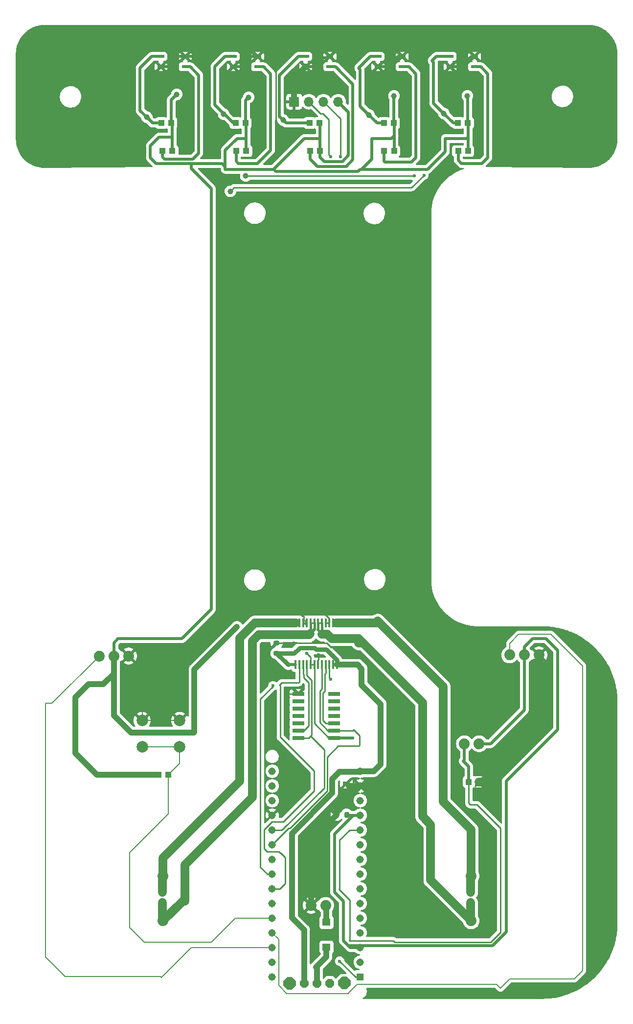
<source format=gbr>
%TF.GenerationSoftware,KiCad,Pcbnew,7.0.7*%
%TF.CreationDate,2024-02-03T16:55:10+08:00*%
%TF.ProjectId,lekirbot,6c656b69-7262-46f7-942e-6b696361645f,rev?*%
%TF.SameCoordinates,Original*%
%TF.FileFunction,Copper,L2,Bot*%
%TF.FilePolarity,Positive*%
%FSLAX46Y46*%
G04 Gerber Fmt 4.6, Leading zero omitted, Abs format (unit mm)*
G04 Created by KiCad (PCBNEW 7.0.7) date 2024-02-03 16:55:10*
%MOMM*%
%LPD*%
G01*
G04 APERTURE LIST*
G04 Aperture macros list*
%AMRoundRect*
0 Rectangle with rounded corners*
0 $1 Rounding radius*
0 $2 $3 $4 $5 $6 $7 $8 $9 X,Y pos of 4 corners*
0 Add a 4 corners polygon primitive as box body*
4,1,4,$2,$3,$4,$5,$6,$7,$8,$9,$2,$3,0*
0 Add four circle primitives for the rounded corners*
1,1,$1+$1,$2,$3*
1,1,$1+$1,$4,$5*
1,1,$1+$1,$6,$7*
1,1,$1+$1,$8,$9*
0 Add four rect primitives between the rounded corners*
20,1,$1+$1,$2,$3,$4,$5,0*
20,1,$1+$1,$4,$5,$6,$7,0*
20,1,$1+$1,$6,$7,$8,$9,0*
20,1,$1+$1,$8,$9,$2,$3,0*%
%AMOutline5P*
0 Free polygon, 5 corners , with rotation*
0 The origin of the aperture is its center*
0 number of corners: always 5*
0 $1 to $10 corner X, Y*
0 $11 Rotation angle, in degrees counterclockwise*
0 create outline with 5 corners*
4,1,5,$1,$2,$3,$4,$5,$6,$7,$8,$9,$10,$1,$2,$11*%
%AMOutline6P*
0 Free polygon, 6 corners , with rotation*
0 The origin of the aperture is its center*
0 number of corners: always 6*
0 $1 to $12 corner X, Y*
0 $13 Rotation angle, in degrees counterclockwise*
0 create outline with 6 corners*
4,1,6,$1,$2,$3,$4,$5,$6,$7,$8,$9,$10,$11,$12,$1,$2,$13*%
%AMOutline7P*
0 Free polygon, 7 corners , with rotation*
0 The origin of the aperture is its center*
0 number of corners: always 7*
0 $1 to $14 corner X, Y*
0 $15 Rotation angle, in degrees counterclockwise*
0 create outline with 7 corners*
4,1,7,$1,$2,$3,$4,$5,$6,$7,$8,$9,$10,$11,$12,$13,$14,$1,$2,$15*%
%AMOutline8P*
0 Free polygon, 8 corners , with rotation*
0 The origin of the aperture is its center*
0 number of corners: always 8*
0 $1 to $16 corner X, Y*
0 $17 Rotation angle, in degrees counterclockwise*
0 create outline with 8 corners*
4,1,8,$1,$2,$3,$4,$5,$6,$7,$8,$9,$10,$11,$12,$13,$14,$15,$16,$1,$2,$17*%
G04 Aperture macros list end*
%TA.AperFunction,ComponentPad*%
%ADD10R,1.700000X1.700000*%
%TD*%
%TA.AperFunction,ComponentPad*%
%ADD11O,1.700000X1.700000*%
%TD*%
%TA.AperFunction,ComponentPad*%
%ADD12C,1.879600*%
%TD*%
%TA.AperFunction,ComponentPad*%
%ADD13C,2.000000*%
%TD*%
%TA.AperFunction,ComponentPad*%
%ADD14R,1.308000X1.308000*%
%TD*%
%TA.AperFunction,ComponentPad*%
%ADD15C,1.308000*%
%TD*%
%TA.AperFunction,ComponentPad*%
%ADD16Outline8P,-0.762000X0.315631X-0.315631X0.762000X0.315631X0.762000X0.762000X0.315631X0.762000X-0.315631X0.315631X-0.762000X-0.315631X-0.762000X-0.762000X-0.315631X90.000000*%
%TD*%
%TA.AperFunction,ComponentPad*%
%ADD17Outline8P,-1.066800X0.441883X-0.441883X1.066800X0.441883X1.066800X1.066800X0.441883X1.066800X-0.441883X0.441883X-1.066800X-0.441883X-1.066800X-1.066800X-0.441883X90.000000*%
%TD*%
%TA.AperFunction,SMDPad,CuDef*%
%ADD18RoundRect,0.359360X0.190640X0.089840X-0.190640X0.089840X-0.190640X-0.089840X0.190640X-0.089840X0*%
%TD*%
%TA.AperFunction,SMDPad,CuDef*%
%ADD19R,1.219200X0.533400*%
%TD*%
%TA.AperFunction,SMDPad,CuDef*%
%ADD20R,1.470000X1.270000*%
%TD*%
%TA.AperFunction,SMDPad,CuDef*%
%ADD21R,1.100000X1.000000*%
%TD*%
%TA.AperFunction,SMDPad,CuDef*%
%ADD22R,1.200000X0.800000*%
%TD*%
%TA.AperFunction,SMDPad,CuDef*%
%ADD23RoundRect,0.359360X-0.190640X-0.089840X0.190640X-0.089840X0.190640X0.089840X-0.190640X0.089840X0*%
%TD*%
%TA.AperFunction,SMDPad,CuDef*%
%ADD24R,0.400000X1.500000*%
%TD*%
%TA.AperFunction,SMDPad,CuDef*%
%ADD25RoundRect,0.359360X-0.089840X0.190640X-0.089840X-0.190640X0.089840X-0.190640X0.089840X0.190640X0*%
%TD*%
%TA.AperFunction,SMDPad,CuDef*%
%ADD26R,2.032000X0.660400*%
%TD*%
%TA.AperFunction,ViaPad*%
%ADD27C,1.000000*%
%TD*%
%TA.AperFunction,ViaPad*%
%ADD28C,0.600000*%
%TD*%
%TA.AperFunction,Conductor*%
%ADD29C,0.508000*%
%TD*%
%TA.AperFunction,Conductor*%
%ADD30C,1.000000*%
%TD*%
%TA.AperFunction,Conductor*%
%ADD31C,0.254000*%
%TD*%
%TA.AperFunction,Conductor*%
%ADD32C,0.200000*%
%TD*%
%TA.AperFunction,Conductor*%
%ADD33C,1.500000*%
%TD*%
%TA.AperFunction,Conductor*%
%ADD34C,0.800000*%
%TD*%
%TA.AperFunction,Conductor*%
%ADD35C,0.500000*%
%TD*%
%TA.AperFunction,Conductor*%
%ADD36C,0.400000*%
%TD*%
G04 APERTURE END LIST*
D10*
%TO.P,J3,1,Pin_1*%
%TO.N,GND*%
X80620000Y-32080000D03*
D11*
%TO.P,J3,2,Pin_2*%
%TO.N,/AD5*%
X83160000Y-32080000D03*
%TO.P,J3,3,Pin_3*%
%TO.N,/AD4*%
X85700000Y-32080000D03*
%TO.P,J3,4,Pin_4*%
%TO.N,+5V*%
X88240000Y-32080000D03*
%TD*%
D12*
%TO.P,J1,1,1*%
%TO.N,GND*%
X122987200Y-127736400D03*
%TO.P,J1,2,2*%
%TO.N,+5V*%
X120447200Y-127736400D03*
%TO.P,J1,3,3*%
%TO.N,/IO9*%
X117907200Y-127736400D03*
%TD*%
%TO.P,M1A0,1,1*%
%TO.N,/A01*%
X57912000Y-165945700D03*
%TD*%
%TO.P,J2,1,1*%
%TO.N,GND*%
X51968800Y-127914200D03*
%TO.P,J2,2,2*%
%TO.N,+5V*%
X49428800Y-127914200D03*
%TO.P,J2,3,3*%
%TO.N,/IO10*%
X46888800Y-127914200D03*
%TD*%
D13*
%TO.P,SW1,1,1*%
%TO.N,GND*%
X54308000Y-139086000D03*
X60808000Y-139086000D03*
%TO.P,SW1,2,2*%
%TO.N,/IO8*%
X54308000Y-143586000D03*
X60808000Y-143586000D03*
%TD*%
D12*
%TO.P,LDR0,1,1*%
%TO.N,/AD7*%
X110084000Y-143078000D03*
%TO.P,LDR0,2,2*%
%TO.N,+5V*%
X112624000Y-143078000D03*
%TD*%
%TO.P,BATT0,1,1*%
%TO.N,Net-(BATT0-Pad1)*%
X86081000Y-171018000D03*
%TO.P,BATT0,2,2*%
%TO.N,GND*%
X83541000Y-171018000D03*
%TD*%
D14*
%TO.P,ARDUINO_NANO1,1,SCK/D13*%
%TO.N,/IO13*%
X92050000Y-183388000D03*
D15*
%TO.P,ARDUINO_NANO1,2,3V3*%
%TO.N,/+3V3*%
X92050000Y-180848000D03*
%TO.P,ARDUINO_NANO1,3,AREF*%
%TO.N,+5V*%
X92050000Y-178308000D03*
%TO.P,ARDUINO_NANO1,4,ADC0/A0*%
%TO.N,/AD0*%
X92050000Y-175768000D03*
%TO.P,ARDUINO_NANO1,5,ADC1/A1*%
%TO.N,/AD1*%
X92050000Y-173228000D03*
%TO.P,ARDUINO_NANO1,6,ADC2/A2*%
%TO.N,/AD2*%
X92050000Y-170688000D03*
%TO.P,ARDUINO_NANO1,7,ADC3/A3*%
%TO.N,/AD3*%
X92050000Y-168148000D03*
%TO.P,ARDUINO_NANO1,8,ADC4/SDA/A4*%
%TO.N,/AD4*%
X92050000Y-165608000D03*
%TO.P,ARDUINO_NANO1,9,ADC5/SCL/A5*%
%TO.N,/AD5*%
X92050000Y-163068000D03*
%TO.P,ARDUINO_NANO1,10,ADC6/A6*%
%TO.N,/AD6*%
X92050000Y-160528000D03*
%TO.P,ARDUINO_NANO1,11,ADC7/A7*%
%TO.N,/AD7*%
X92050000Y-157988000D03*
%TO.P,ARDUINO_NANO1,12,5V*%
%TO.N,+5V*%
X92050000Y-155448000D03*
%TO.P,ARDUINO_NANO1,13,~{RESET@2}*%
%TO.N,/RESET*%
X92050000Y-152908000D03*
%TO.P,ARDUINO_NANO1,14,GND@2*%
%TO.N,GND*%
X92050000Y-150368000D03*
%TO.P,ARDUINO_NANO1,15,VIN*%
%TO.N,/VIN*%
X92050000Y-147828000D03*
%TO.P,ARDUINO_NANO1,16,D1/TX*%
%TO.N,/IO0*%
X76810000Y-147828000D03*
%TO.P,ARDUINO_NANO1,17,D0/RX*%
%TO.N,/IO1*%
X76810000Y-150368000D03*
%TO.P,ARDUINO_NANO1,18,~{RESET@1}*%
%TO.N,unconnected-(ARDUINO_NANO1-~{RESET@1}-Pad18)*%
X76810000Y-152908000D03*
%TO.P,ARDUINO_NANO1,19,GND@1*%
%TO.N,GND*%
X76810000Y-155448000D03*
%TO.P,ARDUINO_NANO1,20,D2/INT0*%
%TO.N,/IO2*%
X76810000Y-157988000D03*
%TO.P,ARDUINO_NANO1,21,D3/INT1*%
%TO.N,/IO3*%
X76810000Y-160528000D03*
%TO.P,ARDUINO_NANO1,22,D4/T0*%
%TO.N,/IO4*%
X76810000Y-163068000D03*
%TO.P,ARDUINO_NANO1,23,D5/T1*%
%TO.N,/IO5*%
X76810000Y-165608000D03*
%TO.P,ARDUINO_NANO1,24,D6/AIN0*%
%TO.N,/IO6*%
X76810000Y-168148000D03*
%TO.P,ARDUINO_NANO1,25,D7/AIN1*%
%TO.N,/IO7*%
X76810000Y-170688000D03*
%TO.P,ARDUINO_NANO1,26,D8/CLK0*%
%TO.N,/IO8*%
X76810000Y-173228000D03*
%TO.P,ARDUINO_NANO1,27,D9/OC1A*%
%TO.N,/IO9*%
X76810000Y-175768000D03*
%TO.P,ARDUINO_NANO1,28,D10/OC1B/~{SS}*%
%TO.N,/IO10*%
X76810000Y-178308000D03*
%TO.P,ARDUINO_NANO1,29,D11/MOSI*%
%TO.N,/IO11*%
X76810000Y-180848000D03*
%TO.P,ARDUINO_NANO1,30,D12/MISO*%
%TO.N,/IO12*%
X76810000Y-183388000D03*
%TD*%
D16*
%TO.P,S2X0,1,1*%
%TO.N,/VIN*%
X82334500Y-184480000D03*
%TO.P,S2X0,2,2*%
%TO.N,Net-(D7-PadC)*%
X84557000Y-184480000D03*
%TO.P,S2X0,3,3*%
%TO.N,unconnected-(S2X0-Pad3)*%
X86779500Y-184480000D03*
D17*
%TO.P,S2X0,G1*%
%TO.N,N/C*%
X79807000Y-184492500D03*
%TO.P,S2X0,G2*%
X89307000Y-184467500D03*
%TD*%
D12*
%TO.P,M1B0,1,1*%
%TO.N,/A02*%
X57912000Y-173692700D03*
%TD*%
%TO.P,M2A0,1,1*%
%TO.N,/B01*%
X111252000Y-165945700D03*
%TD*%
%TO.P,M2B0,1,1*%
%TO.N,/B02*%
X111252000Y-173692700D03*
%TD*%
D18*
%TO.P,C3,1,1*%
%TO.N,GND*%
X77572000Y-125679000D03*
%TO.P,C3,2,2*%
%TO.N,/VIN*%
X77572000Y-127457000D03*
%TD*%
D19*
%TO.P,U2,1,A*%
%TO.N,Net-(U2-A)*%
X61773200Y-26034800D03*
%TO.P,U2,2,K*%
%TO.N,GND*%
X57556800Y-26034800D03*
%TO.P,U2,3,C*%
%TO.N,/AD0*%
X57556800Y-24256800D03*
%TO.P,U2,4,E*%
%TO.N,GND*%
X61773200Y-24256800D03*
%TD*%
%TO.P,U6,1,A*%
%TO.N,Net-(U6-A)*%
X86804900Y-26034800D03*
%TO.P,U6,2,K*%
%TO.N,GND*%
X82588500Y-26034800D03*
%TO.P,U6,3,C*%
%TO.N,/AD2*%
X82588500Y-24256800D03*
%TO.P,U6,4,E*%
%TO.N,GND*%
X86804900Y-24256800D03*
%TD*%
%TO.P,U8,1,A*%
%TO.N,Net-(U8-A)*%
X111836600Y-26034800D03*
%TO.P,U8,2,K*%
%TO.N,GND*%
X107620200Y-26034800D03*
%TO.P,U8,3,C*%
%TO.N,/AD6*%
X107620200Y-24256800D03*
%TO.P,U8,4,E*%
%TO.N,GND*%
X111836600Y-24256800D03*
%TD*%
D20*
%TO.P,D7,A,A*%
%TO.N,Net-(BATT0-Pad1)*%
X86208000Y-173956200D03*
%TO.P,D7,C,C*%
%TO.N,Net-(D7-PadC)*%
X86208000Y-178256200D03*
%TD*%
D21*
%TO.P,R17,1,1*%
%TO.N,/IO8*%
X58864000Y-148412000D03*
%TO.P,R17,2,2*%
%TO.N,+5V*%
X57164000Y-148412000D03*
%TD*%
%TO.P,R12,1,1*%
%TO.N,+5V*%
X72171600Y-35762800D03*
%TO.P,R12,2,2*%
%TO.N,/AD1*%
X70471600Y-35762800D03*
%TD*%
D22*
%TO.P,C2,1,1*%
%TO.N,/VIN*%
X89637000Y-148147000D03*
%TO.P,C2,2,2*%
%TO.N,GND*%
X89637000Y-149947000D03*
%TD*%
D23*
%TO.P,C6,1,1*%
%TO.N,/A02*%
X57835800Y-170543100D03*
%TO.P,C6,2,2*%
%TO.N,/A01*%
X57835800Y-168765100D03*
%TD*%
D24*
%TO.P,U3,1,AO1@1*%
%TO.N,/A01*%
X80855000Y-122181000D03*
%TO.P,U3,2,AO1@2*%
X81505000Y-122181000D03*
%TO.P,U3,3,PGND1@1*%
%TO.N,GND*%
X82155000Y-122181000D03*
%TO.P,U3,4,PGND1@2*%
X82805000Y-122181000D03*
%TO.P,U3,5,AO2@1*%
%TO.N,/A02*%
X83455000Y-122181000D03*
%TO.P,U3,6,AO2@2*%
X84105000Y-122181000D03*
%TO.P,U3,7,BO2@1*%
%TO.N,/B02*%
X84755000Y-122181000D03*
%TO.P,U3,8,BO2@2*%
X85405000Y-122181000D03*
%TO.P,U3,9,PGND2@1*%
%TO.N,GND*%
X86055000Y-122181000D03*
%TO.P,U3,10,PGND2@2*%
X86705000Y-122181000D03*
%TO.P,U3,11,BO1@1*%
%TO.N,/B01*%
X87355000Y-122181000D03*
%TO.P,U3,12,BO1@2*%
X88005000Y-122181000D03*
%TO.P,U3,13,VM2*%
%TO.N,/VIN*%
X88005000Y-129431000D03*
%TO.P,U3,14,VM3*%
X87355000Y-129431000D03*
%TO.P,U3,15,PWMB*%
%TO.N,/IO5*%
X86705000Y-129431000D03*
%TO.P,U3,16,BIN2*%
%TO.N,Net-(IC3F-O)*%
X86055000Y-129431000D03*
%TO.P,U3,17,BIN1*%
%TO.N,/IO3*%
X85405000Y-129431000D03*
%TO.P,U3,18,GND*%
%TO.N,GND*%
X84755000Y-129431000D03*
%TO.P,U3,19,STBY*%
%TO.N,+5V*%
X84105000Y-129431000D03*
%TO.P,U3,20,VCC*%
X83455000Y-129431000D03*
%TO.P,U3,21,AIN1*%
%TO.N,/IO2*%
X82805000Y-129431000D03*
%TO.P,U3,22,AIN2*%
%TO.N,Net-(IC3A-O)*%
X82155000Y-129431000D03*
%TO.P,U3,23,PWMA*%
%TO.N,/IO6*%
X81505000Y-129431000D03*
%TO.P,U3,24,VM1*%
%TO.N,/VIN*%
X80855000Y-129431000D03*
%TD*%
D21*
%TO.P,R16,1,1*%
%TO.N,GND*%
X112546000Y-149682000D03*
%TO.P,R16,2,2*%
%TO.N,/AD7*%
X110846000Y-149682000D03*
%TD*%
%TO.P,R13,1,1*%
%TO.N,Net-(U5-A)*%
X70614700Y-40614200D03*
%TO.P,R13,2,2*%
%TO.N,+5V*%
X72314700Y-40614200D03*
%TD*%
D25*
%TO.P,C1,1,1*%
%TO.N,GND*%
X87909800Y-155371600D03*
%TO.P,C1,2,2*%
%TO.N,+5V*%
X89687800Y-155371600D03*
%TD*%
D19*
%TO.P,U7,1,A*%
%TO.N,Net-(U7-A)*%
X99320800Y-26034800D03*
%TO.P,U7,2,K*%
%TO.N,GND*%
X95104400Y-26034800D03*
%TO.P,U7,3,C*%
%TO.N,/AD3*%
X95104400Y-24256800D03*
%TO.P,U7,4,E*%
%TO.N,GND*%
X99320800Y-24256800D03*
%TD*%
D21*
%TO.P,R11,1,1*%
%TO.N,Net-(U6-A)*%
X83409600Y-40614200D03*
%TO.P,R11,2,2*%
%TO.N,+5V*%
X85109600Y-40614200D03*
%TD*%
D26*
%TO.P,IC3,1,I*%
%TO.N,/IO2*%
X81356600Y-142062000D03*
%TO.P,IC3,2,O*%
%TO.N,Net-(IC3A-O)*%
X81356600Y-140792000D03*
%TO.P,IC3,3,I*%
%TO.N,unconnected-(IC3B-I-Pad3)*%
X81356600Y-139522000D03*
%TO.P,IC3,4,O*%
%TO.N,unconnected-(IC3B-O-Pad4)*%
X81356600Y-138252000D03*
%TO.P,IC3,5,I*%
%TO.N,unconnected-(IC3C-I-Pad5)*%
X81356600Y-136982000D03*
%TO.P,IC3,6,O*%
%TO.N,unconnected-(IC3C-O-Pad6)*%
X81356600Y-135712000D03*
%TO.P,IC3,7,GND*%
%TO.N,GND*%
X81356600Y-134442000D03*
%TO.P,IC3,8,O*%
%TO.N,unconnected-(IC3D-O-Pad8)*%
X87503400Y-134442000D03*
%TO.P,IC3,9,I*%
%TO.N,unconnected-(IC3D-I-Pad9)*%
X87503400Y-135712000D03*
%TO.P,IC3,10,O*%
%TO.N,unconnected-(IC3E-O-Pad10)*%
X87503400Y-136982000D03*
%TO.P,IC3,11,I*%
%TO.N,unconnected-(IC3E-I-Pad11)*%
X87503400Y-138252000D03*
%TO.P,IC3,12,O*%
%TO.N,Net-(IC3F-O)*%
X87503400Y-139522000D03*
%TO.P,IC3,13,I*%
%TO.N,/IO3*%
X87503400Y-140792000D03*
%TO.P,IC3,14,VCC*%
%TO.N,+5V*%
X87503400Y-142062000D03*
%TD*%
D21*
%TO.P,R15,1,1*%
%TO.N,Net-(U2-A)*%
X57819800Y-40614200D03*
%TO.P,R15,2,2*%
%TO.N,+5V*%
X59519800Y-40614200D03*
%TD*%
%TO.P,R10,1,1*%
%TO.N,+5V*%
X85008000Y-35762800D03*
%TO.P,R10,2,2*%
%TO.N,/AD2*%
X83308000Y-35762800D03*
%TD*%
D23*
%TO.P,C7,1,1*%
%TO.N,/B02*%
X111175800Y-170568500D03*
%TO.P,C7,2,2*%
%TO.N,/B01*%
X111175800Y-168790500D03*
%TD*%
D19*
%TO.P,U5,1,A*%
%TO.N,Net-(U5-A)*%
X74289100Y-26034800D03*
%TO.P,U5,2,K*%
%TO.N,GND*%
X70072700Y-26034800D03*
%TO.P,U5,3,C*%
%TO.N,/AD1*%
X70072700Y-24256800D03*
%TO.P,U5,4,E*%
%TO.N,GND*%
X74289100Y-24256800D03*
%TD*%
D21*
%TO.P,R7,1,1*%
%TO.N,Net-(U8-A)*%
X108999400Y-40614200D03*
%TO.P,R7,2,2*%
%TO.N,+5V*%
X110699400Y-40614200D03*
%TD*%
%TO.P,R14,1,1*%
%TO.N,+5V*%
X59335200Y-35762800D03*
%TO.P,R14,2,2*%
%TO.N,/AD0*%
X57635200Y-35762800D03*
%TD*%
%TO.P,R9,1,1*%
%TO.N,Net-(U7-A)*%
X96204500Y-40614200D03*
%TO.P,R9,2,2*%
%TO.N,+5V*%
X97904500Y-40614200D03*
%TD*%
%TO.P,R8,1,1*%
%TO.N,+5V*%
X97844400Y-35762800D03*
%TO.P,R8,2,2*%
%TO.N,/AD3*%
X96144400Y-35762800D03*
%TD*%
%TO.P,R6,1,1*%
%TO.N,+5V*%
X110680800Y-35762800D03*
%TO.P,R6,2,2*%
%TO.N,/AD6*%
X108980800Y-35762800D03*
%TD*%
D27*
%TO.N,+5V*%
X70714000Y-122885000D03*
X110592000Y-31064000D03*
D28*
X82779000Y-127457000D03*
D27*
X60300000Y-30810000D03*
X97892000Y-31064000D03*
X72746000Y-31318000D03*
D28*
X90780000Y-142062000D03*
%TO.N,GND*%
X77699000Y-120599000D03*
X80620000Y-125679000D03*
X82017000Y-48336000D03*
X84811000Y-127711000D03*
X79096000Y-133807000D03*
X106147000Y-124917000D03*
X77699000Y-41097000D03*
D27*
%TO.N,/AD0*%
X55093000Y-34747000D03*
%TO.N,/AD1*%
X68428000Y-34239000D03*
%TO.N,/AD2*%
X78715000Y-35255000D03*
%TO.N,/AD3*%
X93574000Y-34366000D03*
D28*
%TO.N,/AD4*%
X88621000Y-41605000D03*
%TO.N,/AD5*%
X86970000Y-41605000D03*
D27*
%TO.N,/AD6*%
X106528000Y-34112000D03*
D28*
%TO.N,/IO5*%
X86970000Y-131902000D03*
X76937000Y-133045000D03*
D27*
%TO.N,/IO13*%
X72238000Y-44907000D03*
D28*
X101448000Y-44907000D03*
X88494000Y-180670000D03*
D27*
%TO.N,/IO11*%
X69571000Y-47574000D03*
D28*
X103099000Y-44780000D03*
%TD*%
D29*
%TO.N,+5V*%
X92304000Y-43764000D02*
X94082000Y-41986000D01*
X70732900Y-38430000D02*
X72314700Y-38430000D01*
X89764200Y-155448000D02*
X89687800Y-155371600D01*
X90323000Y-178308000D02*
X92050000Y-178308000D01*
X59519800Y-40614200D02*
X59519800Y-35947400D01*
X68682000Y-40480900D02*
X70732900Y-38430000D01*
X89129000Y-177114000D02*
X90323000Y-178308000D01*
X77064000Y-43764000D02*
X77445000Y-44145000D01*
X89129000Y-170256000D02*
X89129000Y-177114000D01*
X85109600Y-35864400D02*
X85008000Y-35762800D01*
D30*
X63221000Y-141173000D02*
X63348000Y-141046000D01*
D29*
X77445000Y-44145000D02*
X91669000Y-44145000D01*
D30*
X47600000Y-132791000D02*
X49428800Y-130962200D01*
D29*
X57252000Y-38176000D02*
X59538000Y-38176000D01*
X114919026Y-178003000D02*
X117323000Y-175599026D01*
X72314700Y-38430000D02*
X72314700Y-35905900D01*
X85109600Y-40614200D02*
X85109600Y-38430000D01*
X50140000Y-124917000D02*
X49428800Y-125628200D01*
X97904500Y-35822900D02*
X97844400Y-35762800D01*
D30*
X45060000Y-132791000D02*
X47600000Y-132791000D01*
X46457000Y-148412000D02*
X42774000Y-144729000D01*
D29*
X62840000Y-43637000D02*
X66269000Y-47066000D01*
X92050000Y-43764000D02*
X103734000Y-43764000D01*
X97844400Y-35762800D02*
X97844400Y-31111600D01*
X85109600Y-38430000D02*
X85109600Y-35864400D01*
D30*
X42774000Y-135077000D02*
X45060000Y-132791000D01*
D29*
X55728000Y-41732000D02*
X55728000Y-39700000D01*
X62840000Y-42748000D02*
X62840000Y-43637000D01*
X72314700Y-35905900D02*
X72171600Y-35762800D01*
X90135974Y-178003000D02*
X114919026Y-178003000D01*
X120447200Y-127736400D02*
X120447200Y-126364800D01*
X91973600Y-155371600D02*
X92050000Y-155448000D01*
X97396500Y-38430000D02*
X97904500Y-37922000D01*
X106782000Y-40716000D02*
X106782000Y-38430000D01*
X126213000Y-140665000D02*
X126213000Y-126949000D01*
X66269000Y-119837000D02*
X61316000Y-124790000D01*
X120447200Y-137236000D02*
X120447200Y-127736400D01*
X59335200Y-31774800D02*
X59335200Y-35762800D01*
X97844400Y-31111600D02*
X97892000Y-31064000D01*
D31*
X86630710Y-142062000D02*
X84105000Y-139536290D01*
X84105000Y-139536290D02*
X84105000Y-129431000D01*
D29*
X90780000Y-142062000D02*
X87503400Y-142062000D01*
D31*
X87503400Y-142062000D02*
X86630710Y-142062000D01*
D29*
X121895000Y-124917000D02*
X123038000Y-124917000D01*
X72314700Y-40614200D02*
X72314700Y-38430000D01*
D31*
X82779000Y-127457000D02*
X83455000Y-128133000D01*
D29*
X68682000Y-43764000D02*
X68682000Y-43256000D01*
X68174000Y-42748000D02*
X62840000Y-42748000D01*
X124181000Y-124917000D02*
X123038000Y-124917000D01*
X85109600Y-40614200D02*
X85109600Y-41649600D01*
X87605000Y-168732000D02*
X89129000Y-170256000D01*
X66269000Y-47066000D02*
X66269000Y-119837000D01*
X94082000Y-41986000D02*
X94082000Y-38430000D01*
X61189000Y-124917000D02*
X61189000Y-124917000D01*
X126213000Y-126949000D02*
X124181000Y-124917000D01*
D31*
X84105000Y-129431000D02*
X83455000Y-129431000D01*
D29*
X117323000Y-175599026D02*
X117323000Y-149555000D01*
X106782000Y-38430000D02*
X110445400Y-38430000D01*
X91669000Y-44145000D02*
X92050000Y-43764000D01*
X92050000Y-155448000D02*
X90856000Y-155448000D01*
X49428800Y-125628200D02*
X49428800Y-127914200D01*
X110699400Y-40614200D02*
X110699400Y-38176000D01*
X97904500Y-40614200D02*
X97904500Y-37922000D01*
X55728000Y-39700000D02*
X57252000Y-38176000D01*
D30*
X52426000Y-141173000D02*
X63221000Y-141173000D01*
D29*
X110699400Y-38176000D02*
X110699400Y-35781400D01*
X110699400Y-35781400D02*
X110680800Y-35762800D01*
X68682000Y-43256000D02*
X68174000Y-42748000D01*
X59519800Y-35947400D02*
X59335200Y-35762800D01*
X82398000Y-38430000D02*
X77064000Y-43764000D01*
X92050000Y-155448000D02*
X89764200Y-155448000D01*
D30*
X49428800Y-130962200D02*
X49428800Y-138175800D01*
D29*
X112624000Y-143078000D02*
X114605200Y-143078000D01*
D30*
X42774000Y-144729000D02*
X42774000Y-135077000D01*
D29*
X110680800Y-35762800D02*
X110680800Y-31152800D01*
X90018000Y-33858000D02*
X88240000Y-32080000D01*
X90018000Y-41351000D02*
X90018000Y-33858000D01*
X87605000Y-158699000D02*
X87605000Y-168732000D01*
X60300000Y-30810000D02*
X59335200Y-31774800D01*
X77064000Y-43764000D02*
X68682000Y-43764000D01*
X97904500Y-37922000D02*
X97904500Y-35822900D01*
D30*
X49428800Y-130962200D02*
X49428800Y-127914200D01*
D29*
X94082000Y-38430000D02*
X97396500Y-38430000D01*
X85873000Y-42413000D02*
X88956000Y-42413000D01*
X56744000Y-42748000D02*
X55728000Y-41732000D01*
X110680800Y-31152800D02*
X110592000Y-31064000D01*
D30*
X63348000Y-141046000D02*
X63348000Y-130251000D01*
D29*
X61189000Y-124917000D02*
X50140000Y-124917000D01*
X72171600Y-35762800D02*
X72171600Y-31892400D01*
X88956000Y-42413000D02*
X90018000Y-41351000D01*
X85109600Y-41649600D02*
X85873000Y-42413000D01*
X92050000Y-43764000D02*
X92304000Y-43764000D01*
D30*
X63348000Y-130251000D02*
X70714000Y-122885000D01*
D29*
X92050000Y-178308000D02*
X90440974Y-178308000D01*
X90440974Y-178308000D02*
X90135974Y-178003000D01*
D31*
X83455000Y-128133000D02*
X83455000Y-129431000D01*
D29*
X62840000Y-42748000D02*
X56744000Y-42748000D01*
X90856000Y-155448000D02*
X87605000Y-158699000D01*
X72171600Y-31892400D02*
X72746000Y-31318000D01*
D30*
X57164000Y-148412000D02*
X46457000Y-148412000D01*
D29*
X110445400Y-38430000D02*
X110699400Y-38176000D01*
X68682000Y-43256000D02*
X68682000Y-40480900D01*
D30*
X49428800Y-138175800D02*
X52426000Y-141173000D01*
D29*
X114605200Y-143078000D02*
X120447200Y-137236000D01*
X103734000Y-43764000D02*
X106782000Y-40716000D01*
X120447200Y-126364800D02*
X121895000Y-124917000D01*
X85109600Y-38430000D02*
X82398000Y-38430000D01*
X117323000Y-149555000D02*
X126213000Y-140665000D01*
D31*
%TO.N,GND*%
X81127000Y-120091000D02*
X81635000Y-120599000D01*
D29*
X84125200Y-26034800D02*
X85700000Y-24460000D01*
D30*
X80620000Y-28003300D02*
X82588500Y-26034800D01*
D32*
X60808000Y-139086000D02*
X54308000Y-139086000D01*
D31*
X88621000Y-126441000D02*
X89764000Y-127584000D01*
X82652000Y-122435000D02*
X82398000Y-122181000D01*
D29*
X95104400Y-26034800D02*
X96825200Y-26034800D01*
D31*
X82017000Y-50733000D02*
X82017000Y-48336000D01*
X80620000Y-125679000D02*
X86259524Y-125679000D01*
X82271000Y-121647000D02*
X82805000Y-122181000D01*
X81356600Y-134442000D02*
X79731000Y-134442000D01*
D30*
X83541000Y-159740400D02*
X87909800Y-155371600D01*
D31*
X77445000Y-23952000D02*
X78461000Y-22936000D01*
X86462000Y-122181000D02*
X86055000Y-122181000D01*
D29*
X98000000Y-22936000D02*
X99320800Y-24256800D01*
D31*
X81635000Y-120599000D02*
X82016000Y-120980000D01*
X82143000Y-120091000D02*
X84176000Y-120091000D01*
X106147000Y-124917000D02*
X100940000Y-119710000D01*
D29*
X57556800Y-26034800D02*
X58725200Y-26034800D01*
X86601700Y-24460000D02*
X86804900Y-24256800D01*
D31*
X87021524Y-126441000D02*
X88621000Y-126441000D01*
X86259524Y-125679000D02*
X87021524Y-126441000D01*
D29*
X60503200Y-24256800D02*
X61773200Y-24256800D01*
X109525200Y-26034800D02*
X111303200Y-24256800D01*
D31*
X90058000Y-150368000D02*
X89637000Y-149947000D01*
D33*
X122530000Y-140411000D02*
X122530000Y-129233236D01*
D31*
X84176000Y-120091000D02*
X84176000Y-52892000D01*
D29*
X98000000Y-22936000D02*
X110515800Y-22936000D01*
X85484100Y-22936000D02*
X86804900Y-24256800D01*
D31*
X82805000Y-122181000D02*
X82398000Y-122181000D01*
X84755000Y-129431000D02*
X84811000Y-127711000D01*
X86705000Y-122181000D02*
X86462000Y-122181000D01*
D30*
X92050000Y-150368000D02*
X95047000Y-150368000D01*
D29*
X85700000Y-24460000D02*
X86601700Y-24460000D01*
X63805200Y-24256800D02*
X65126000Y-22936000D01*
D31*
X77699000Y-120599000D02*
X67158000Y-120599000D01*
D30*
X91923000Y-127584000D02*
X89764000Y-127584000D01*
X94966424Y-131013000D02*
X94717000Y-131013000D01*
D29*
X74066800Y-24256800D02*
X74289100Y-24256800D01*
D33*
X113259000Y-149682000D02*
X122530000Y-140411000D01*
D29*
X110515800Y-22936000D02*
X111836600Y-24256800D01*
X96825200Y-26034800D02*
X98603200Y-24256800D01*
D31*
X100940000Y-119456000D02*
X85954000Y-119456000D01*
D33*
X122530000Y-129233236D02*
X122825758Y-128937478D01*
D30*
X92050000Y-150368000D02*
X87909800Y-154508200D01*
D32*
X54308000Y-139086000D02*
X54308000Y-130253400D01*
D29*
X111303200Y-24256800D02*
X111836600Y-24256800D01*
D33*
X122825758Y-128937478D02*
X123089690Y-128526791D01*
D30*
X92050000Y-150368000D02*
X90058000Y-150368000D01*
D31*
X57620300Y-130136700D02*
X54191300Y-130136700D01*
D30*
X94717000Y-131013000D02*
X94717000Y-130378000D01*
D29*
X58725200Y-26034800D02*
X60503200Y-24256800D01*
X72746000Y-22936000D02*
X74066800Y-24256800D01*
D31*
X77699000Y-41097000D02*
X77445000Y-40843000D01*
D30*
X95047000Y-150368000D02*
X97130000Y-148285000D01*
D31*
X85319000Y-120091000D02*
X86705000Y-121477000D01*
X78207000Y-120091000D02*
X81127000Y-120091000D01*
D30*
X94717000Y-130378000D02*
X93066000Y-128727000D01*
D29*
X61773200Y-24256800D02*
X63805200Y-24256800D01*
D30*
X83541000Y-171018000D02*
X83541000Y-159740400D01*
D31*
X84176000Y-120091000D02*
X85319000Y-120091000D01*
D29*
X72746000Y-22936000D02*
X85192000Y-22936000D01*
D31*
X84811000Y-127711000D02*
X84755000Y-127767000D01*
D32*
X54191300Y-130136700D02*
X51968800Y-127914200D01*
X54308000Y-130253400D02*
X54191300Y-130136700D01*
D31*
X67158000Y-120599000D02*
X66777000Y-120980000D01*
D29*
X85192000Y-22936000D02*
X85484100Y-22936000D01*
D30*
X97130000Y-148285000D02*
X97130000Y-133176576D01*
D31*
X79731000Y-134442000D02*
X79096000Y-133807000D01*
D30*
X97130000Y-133176576D02*
X94966424Y-131013000D01*
D31*
X86705000Y-121477000D02*
X86705000Y-122181000D01*
X100940000Y-119710000D02*
X100940000Y-119456000D01*
D29*
X98603200Y-24256800D02*
X99320800Y-24256800D01*
D31*
X85954000Y-119456000D02*
X85319000Y-120091000D01*
X80620000Y-125679000D02*
X77572000Y-125679000D01*
D29*
X70072700Y-26034800D02*
X71425200Y-26034800D01*
D31*
X77445000Y-40843000D02*
X77445000Y-23952000D01*
D30*
X80620000Y-32080000D02*
X80620000Y-28003300D01*
X93066000Y-128727000D02*
X91923000Y-127584000D01*
D31*
X84176000Y-52892000D02*
X82017000Y-50733000D01*
D29*
X65126000Y-22936000D02*
X72746000Y-22936000D01*
D31*
X81635000Y-120599000D02*
X82143000Y-120091000D01*
X82017000Y-48336000D02*
X82017000Y-48463000D01*
D29*
X85192000Y-22936000D02*
X98000000Y-22936000D01*
D31*
X77699000Y-120599000D02*
X78207000Y-120091000D01*
D29*
X71425200Y-26034800D02*
X73203200Y-24256800D01*
D31*
X82016000Y-120980000D02*
X82271000Y-120980000D01*
D30*
X87909800Y-154508200D02*
X87909800Y-155371600D01*
D29*
X82588500Y-26034800D02*
X84125200Y-26034800D01*
D31*
X66777000Y-120980000D02*
X57620300Y-130136700D01*
X82271000Y-120980000D02*
X82271000Y-121647000D01*
D29*
X73203200Y-24256800D02*
X74289100Y-24256800D01*
X107620200Y-26034800D02*
X109525200Y-26034800D01*
D31*
X82398000Y-122181000D02*
X82155000Y-122181000D01*
D33*
X112546000Y-149682000D02*
X113259000Y-149682000D01*
D29*
%TO.N,/AD0*%
X53950000Y-26238000D02*
X55931200Y-24256800D01*
X56108800Y-35762800D02*
X55093000Y-34747000D01*
X53950000Y-33604000D02*
X53950000Y-26238000D01*
X55931200Y-24256800D02*
X57556800Y-24256800D01*
X57635200Y-35762800D02*
X56108800Y-35762800D01*
X55093000Y-34747000D02*
X53950000Y-33604000D01*
%TO.N,/AD1*%
X68428000Y-34112000D02*
X66904000Y-32588000D01*
X68631200Y-24256800D02*
X70072700Y-24256800D01*
X66904000Y-25984000D02*
X68631200Y-24256800D01*
X68555000Y-34239000D02*
X68428000Y-34239000D01*
X70471600Y-35762800D02*
X70078800Y-35762800D01*
X66904000Y-32588000D02*
X66904000Y-25984000D01*
X70078800Y-35762800D02*
X68555000Y-34239000D01*
X68428000Y-34239000D02*
X68428000Y-34112000D01*
%TO.N,/AD2*%
X78080000Y-27508000D02*
X81331200Y-24256800D01*
X78080000Y-34620000D02*
X78080000Y-27508000D01*
X78715000Y-35255000D02*
X78080000Y-34620000D01*
X79222800Y-35762800D02*
X78715000Y-35255000D01*
X83308000Y-35762800D02*
X79222800Y-35762800D01*
X81331200Y-24256800D02*
X82588500Y-24256800D01*
%TO.N,/AD3*%
X92050000Y-32842000D02*
X92050000Y-26492000D01*
X93574000Y-34366000D02*
X92050000Y-32842000D01*
X96144400Y-35762800D02*
X94970800Y-35762800D01*
X91796000Y-26238000D02*
X93777200Y-24256800D01*
X93777200Y-24256800D02*
X95104400Y-24256800D01*
X94970800Y-35762800D02*
X93574000Y-34366000D01*
X92050000Y-26492000D02*
X91796000Y-26238000D01*
D31*
%TO.N,/AD4*%
X88621000Y-41605000D02*
X88621000Y-35001000D01*
X88621000Y-35001000D02*
X85700000Y-32080000D01*
%TO.N,/AD5*%
X85573000Y-34112000D02*
X85192000Y-34112000D01*
X86589000Y-35128000D02*
X85573000Y-34112000D01*
X86589000Y-41224000D02*
X86589000Y-35128000D01*
X85192000Y-34112000D02*
X83160000Y-32080000D01*
X86970000Y-41605000D02*
X86589000Y-41224000D01*
D29*
%TO.N,/AD6*%
X108980800Y-35762800D02*
X108178800Y-35762800D01*
X104750000Y-25222000D02*
X104496000Y-24968000D01*
X104496000Y-24968000D02*
X105207200Y-24256800D01*
X108178800Y-35762800D02*
X106528000Y-34112000D01*
X106528000Y-34112000D02*
X104750000Y-32334000D01*
X105207200Y-24256800D02*
X107620200Y-24256800D01*
X104750000Y-32334000D02*
X104750000Y-25222000D01*
D31*
%TO.N,/AD7*%
X97765000Y-177114000D02*
X98019000Y-177368000D01*
X90221000Y-157988000D02*
X88494000Y-159715000D01*
X88367000Y-168224000D02*
X90272000Y-170129000D01*
X116307000Y-175717000D02*
X116307000Y-157683000D01*
D29*
X110846000Y-149682000D02*
X110846000Y-147040400D01*
D31*
X90272000Y-176987000D02*
X90145000Y-177114000D01*
X88494000Y-168097000D02*
X88367000Y-168224000D01*
X98019000Y-177368000D02*
X114656000Y-177368000D01*
X88494000Y-159715000D02*
X88494000Y-168097000D01*
D29*
X109880800Y-146075200D02*
X110084000Y-145872000D01*
D31*
X112243000Y-153619000D02*
X111100000Y-153619000D01*
X114656000Y-177368000D02*
X116307000Y-175717000D01*
X110846000Y-153365000D02*
X110846000Y-149682000D01*
X90145000Y-177114000D02*
X97765000Y-177114000D01*
D29*
X110084000Y-145872000D02*
X110084000Y-143078000D01*
X110846000Y-147040400D02*
X109880800Y-146075200D01*
D31*
X116307000Y-157683000D02*
X112243000Y-153619000D01*
X111100000Y-153619000D02*
X110846000Y-153365000D01*
X92050000Y-157988000D02*
X90221000Y-157988000D01*
X90272000Y-170129000D02*
X90272000Y-176987000D01*
D34*
%TO.N,/VIN*%
X77572000Y-127457000D02*
X80620000Y-127457000D01*
D30*
X82334500Y-184480000D02*
X82334500Y-175272500D01*
X88494000Y-147904000D02*
X89532000Y-147904000D01*
D34*
X79546000Y-129431000D02*
X77572000Y-127457000D01*
D30*
X87216000Y-149182000D02*
X88494000Y-147904000D01*
D29*
X91974000Y-147904000D02*
X92050000Y-147828000D01*
D34*
X81574000Y-126503000D02*
X84161840Y-126503000D01*
X86143000Y-126757000D02*
X88005000Y-128619000D01*
D30*
X87216000Y-151595000D02*
X87216000Y-149182000D01*
X94412000Y-147828000D02*
X92050000Y-147828000D01*
D35*
X80855000Y-129431000D02*
X79546000Y-129431000D01*
D30*
X92304000Y-132918000D02*
X95606000Y-136220000D01*
D29*
X88005000Y-129431000D02*
X87413000Y-129431000D01*
D34*
X80620000Y-127457000D02*
X81574000Y-126503000D01*
D30*
X80239000Y-173177000D02*
X80239000Y-158572000D01*
X80239000Y-158572000D02*
X87216000Y-151595000D01*
D34*
X84161840Y-126503000D02*
X84415840Y-126757000D01*
X88005000Y-128619000D02*
X88005000Y-129431000D01*
D30*
X91611000Y-129431000D02*
X92304000Y-130124000D01*
X82334500Y-175272500D02*
X80239000Y-173177000D01*
X95606000Y-136220000D02*
X95606000Y-146634000D01*
D34*
X84415840Y-126757000D02*
X86143000Y-126757000D01*
D30*
X95606000Y-146634000D02*
X94412000Y-147828000D01*
X92304000Y-130124000D02*
X92304000Y-132918000D01*
X88005000Y-129431000D02*
X91611000Y-129431000D01*
D29*
X89608000Y-147828000D02*
X89532000Y-147904000D01*
D30*
X89532000Y-147904000D02*
X91974000Y-147904000D01*
D31*
%TO.N,/IO2*%
X85827000Y-150698000D02*
X78588000Y-157937000D01*
X78461000Y-157937000D02*
X78410000Y-157988000D01*
X83597000Y-141625000D02*
X83597000Y-132085000D01*
X83477500Y-141744500D02*
X85827000Y-144094000D01*
X85827000Y-144094000D02*
X85827000Y-150698000D01*
X83160000Y-142062000D02*
X83477500Y-141744500D01*
X81356600Y-142062000D02*
X83160000Y-142062000D01*
X78410000Y-157988000D02*
X76810000Y-157988000D01*
X83597000Y-132085000D02*
X82805000Y-131293000D01*
X82805000Y-131293000D02*
X82805000Y-129431000D01*
X78588000Y-157937000D02*
X78461000Y-157937000D01*
X83477500Y-141744500D02*
X83597000Y-141625000D01*
%TO.N,/IO3*%
X79874078Y-157691000D02*
X86335000Y-151230078D01*
X86335000Y-145364000D02*
X88240000Y-143459000D01*
X91796000Y-143459000D02*
X91923000Y-143332000D01*
X91923000Y-143332000D02*
X91923000Y-141681000D01*
X88240000Y-143459000D02*
X91796000Y-143459000D01*
X87503400Y-140792000D02*
X86449300Y-140792000D01*
X76810000Y-160528000D02*
X79647000Y-157691000D01*
X90907000Y-140665000D02*
X90780000Y-140792000D01*
X85405000Y-133594000D02*
X85405000Y-129431000D01*
X85065000Y-133934000D02*
X85405000Y-133594000D01*
X90780000Y-140792000D02*
X87503400Y-140792000D01*
X91923000Y-141681000D02*
X90907000Y-140665000D01*
X86335000Y-151230078D02*
X86335000Y-145364000D01*
X86449300Y-140792000D02*
X85065000Y-139407700D01*
X79647000Y-157691000D02*
X79874078Y-157691000D01*
X85065000Y-139407700D02*
X85065000Y-133934000D01*
%TO.N,/IO5*%
X76810000Y-165608000D02*
X75972000Y-165608000D01*
X86705000Y-131764000D02*
X86970000Y-131902000D01*
X86705000Y-129431000D02*
X86705000Y-131764000D01*
X75972000Y-165608000D02*
X74778000Y-164414000D01*
X76937000Y-133172000D02*
X76937000Y-133045000D01*
X74778000Y-135331000D02*
X76937000Y-133172000D01*
X86970000Y-131902000D02*
X86716000Y-131775000D01*
X77064000Y-133045000D02*
X76937000Y-133172000D01*
X76937000Y-133045000D02*
X77064000Y-133045000D01*
X74778000Y-164414000D02*
X74778000Y-135331000D01*
%TO.N,/IO6*%
X81382000Y-132537000D02*
X81505000Y-132414000D01*
X78207000Y-141935000D02*
X78207000Y-133045000D01*
X78461000Y-132537000D02*
X81382000Y-132537000D01*
X79096000Y-167208000D02*
X79096000Y-162763000D01*
X84049000Y-151206000D02*
X84049000Y-147777000D01*
X75921000Y-161747000D02*
X75413000Y-161239000D01*
X81505000Y-132414000D02*
X81505000Y-129431000D01*
X84049000Y-147777000D02*
X78207000Y-141935000D01*
X78334000Y-162001000D02*
X78207000Y-162001000D01*
X77953000Y-161747000D02*
X75921000Y-161747000D01*
X79096000Y-162763000D02*
X78334000Y-162001000D01*
X78207000Y-133045000D02*
X78080000Y-132918000D01*
X75413000Y-161239000D02*
X75413000Y-157921288D01*
X76810000Y-168148000D02*
X78156000Y-168148000D01*
X78080000Y-132918000D02*
X78461000Y-132537000D01*
X78156000Y-168148000D02*
X79096000Y-167208000D01*
X75413000Y-157921288D02*
X76794288Y-156540000D01*
X78207000Y-162001000D02*
X77953000Y-161747000D01*
X78715000Y-156540000D02*
X84049000Y-151206000D01*
X76794288Y-156540000D02*
X78715000Y-156540000D01*
D32*
%TO.N,/IO8*%
X60808000Y-146468000D02*
X58864000Y-148412000D01*
X70409000Y-173228000D02*
X66269000Y-177368000D01*
X66269000Y-177368000D02*
X54712000Y-177368000D01*
X52172000Y-161874000D02*
X58864000Y-155182000D01*
X60808000Y-143586000D02*
X60808000Y-146468000D01*
X54308000Y-143586000D02*
X60808000Y-143586000D01*
X58864000Y-155182000D02*
X58864000Y-148412000D01*
X54712000Y-177368000D02*
X52172000Y-174828000D01*
X52172000Y-174828000D02*
X52172000Y-161874000D01*
X76810000Y-173228000D02*
X70409000Y-173228000D01*
%TO.N,/IO9*%
X91536789Y-184689000D02*
X90018000Y-186207789D01*
X125070000Y-124155000D02*
X130531000Y-129616000D01*
X115627000Y-184689000D02*
X91536789Y-184689000D01*
X129134000Y-183718000D02*
X117958000Y-183718000D01*
X116307000Y-185369000D02*
X115627000Y-184689000D01*
X77953000Y-176911000D02*
X76810000Y-175768000D01*
X77953000Y-184861000D02*
X77953000Y-176911000D01*
X117958000Y-183718000D02*
X116307000Y-185369000D01*
X90018000Y-186207789D02*
X90018000Y-186258000D01*
X90018000Y-186258000D02*
X79350000Y-186258000D01*
X130531000Y-182321000D02*
X129134000Y-183718000D01*
X117907200Y-127736400D02*
X117907200Y-125729800D01*
X119482000Y-124155000D02*
X125070000Y-124155000D01*
X79350000Y-186258000D02*
X77953000Y-184861000D01*
X117907200Y-125729800D02*
X119482000Y-124155000D01*
X130531000Y-129616000D02*
X130531000Y-182321000D01*
D30*
%TO.N,Net-(BATT0-Pad1)*%
X86208000Y-171145000D02*
X86081000Y-171018000D01*
X86208000Y-173956200D02*
X86208000Y-171145000D01*
D33*
%TO.N,/A02*%
X57912000Y-173692700D02*
X61348700Y-170256000D01*
X73381000Y-152349000D02*
X73381000Y-125298000D01*
D36*
X83455000Y-122181000D02*
X83455000Y-123987000D01*
D33*
X57835800Y-170543100D02*
X57835800Y-173616500D01*
D35*
X84105000Y-123337000D02*
X83414000Y-124028000D01*
D36*
X84105000Y-122181000D02*
X84105000Y-123337000D01*
D33*
X61697000Y-170256000D02*
X61697000Y-164033000D01*
X74453200Y-124225800D02*
X83216200Y-124225800D01*
D31*
X84105000Y-122181000D02*
X83455000Y-122181000D01*
D33*
X61697000Y-164033000D02*
X73381000Y-152349000D01*
X57835800Y-173616500D02*
X57912000Y-173692700D01*
X61348700Y-170256000D02*
X61697000Y-170256000D01*
X73381000Y-125298000D02*
X74453200Y-124225800D01*
D31*
X83455000Y-123987000D02*
X83414000Y-124028000D01*
D33*
X83216200Y-124225800D02*
X83414000Y-124028000D01*
%TO.N,/A01*%
X73831000Y-122181000D02*
X80855000Y-122181000D01*
X57912000Y-165945700D02*
X57912000Y-162865000D01*
X57912000Y-162865000D02*
X71222000Y-149555000D01*
X71222000Y-124790000D02*
X73831000Y-122181000D01*
D31*
X80855000Y-122181000D02*
X81505000Y-122181000D01*
D33*
X57835800Y-168765100D02*
X57835800Y-166021900D01*
X71222000Y-149555000D02*
X71222000Y-124790000D01*
X57835800Y-166021900D02*
X57912000Y-165945700D01*
%TO.N,/B02*%
X111175800Y-170568500D02*
X111175800Y-173616500D01*
X111252000Y-173692700D02*
X104242000Y-166682700D01*
X104242000Y-166682700D02*
X104242000Y-160604000D01*
D36*
X84755000Y-122181000D02*
X84755000Y-123195000D01*
D33*
X101321000Y-134442000D02*
X92558000Y-125679000D01*
X92558000Y-125679000D02*
X91796000Y-125679000D01*
D31*
X84755000Y-123195000D02*
X84684000Y-123266000D01*
D33*
X91796000Y-124917000D02*
X87097000Y-124917000D01*
D31*
X85446000Y-124155000D02*
X85446000Y-124028000D01*
D33*
X104242000Y-157048000D02*
X102845000Y-155651000D01*
D36*
X85405000Y-122181000D02*
X85405000Y-124114000D01*
D33*
X102845000Y-155651000D02*
X102845000Y-135966000D01*
D36*
X85446000Y-124028000D02*
X84684000Y-123266000D01*
D33*
X111175800Y-173616500D02*
X111252000Y-173692700D01*
D31*
X84755000Y-122181000D02*
X85405000Y-122181000D01*
D33*
X104242000Y-160604000D02*
X104242000Y-157048000D01*
X87097000Y-124917000D02*
X86335000Y-124155000D01*
X86335000Y-124155000D02*
X85446000Y-124155000D01*
X92558000Y-125679000D02*
X91796000Y-124917000D01*
D31*
X85405000Y-124114000D02*
X85446000Y-124155000D01*
D33*
X102845000Y-135966000D02*
X101321000Y-134442000D01*
%TO.N,/B01*%
X111175800Y-168790500D02*
X111175800Y-166021900D01*
X94786000Y-122181000D02*
X87909000Y-122181000D01*
X111252000Y-157962000D02*
X106401000Y-153111000D01*
X111175800Y-166021900D02*
X111252000Y-165945700D01*
X95098000Y-121869000D02*
X94786000Y-122181000D01*
X106401000Y-153111000D02*
X106401000Y-133172000D01*
X111252000Y-165945700D02*
X111252000Y-157962000D01*
X106401000Y-133172000D02*
X95098000Y-121869000D01*
D31*
X87355000Y-122181000D02*
X88005000Y-122181000D01*
D30*
%TO.N,Net-(D7-PadC)*%
X84430000Y-181686000D02*
X84557000Y-181813000D01*
X84557000Y-181813000D02*
X84557000Y-184480000D01*
X86208000Y-179908000D02*
X84430000Y-181686000D01*
X86208000Y-178256200D02*
X86208000Y-179908000D01*
D31*
%TO.N,Net-(IC3A-O)*%
X83089000Y-139974000D02*
X83089000Y-132537000D01*
X82155000Y-131024000D02*
X82155000Y-129431000D01*
X82271000Y-131140000D02*
X82155000Y-131024000D01*
X83089000Y-132537000D02*
X82271000Y-131719000D01*
X82271000Y-140792000D02*
X83089000Y-139974000D01*
X82271000Y-131719000D02*
X82271000Y-131140000D01*
X81356600Y-140792000D02*
X82271000Y-140792000D01*
%TO.N,Net-(IC3F-O)*%
X85573000Y-139014000D02*
X85573000Y-134315000D01*
X86055000Y-130860000D02*
X86055000Y-129431000D01*
X87503400Y-139522000D02*
X86081000Y-139522000D01*
X85954000Y-133934000D02*
X85954000Y-131013000D01*
X86081000Y-130886000D02*
X86055000Y-130860000D01*
X85954000Y-131013000D02*
X86081000Y-130886000D01*
X86081000Y-139522000D02*
X85573000Y-139014000D01*
X85573000Y-134315000D02*
X85954000Y-133934000D01*
D29*
%TO.N,Net-(U2-A)*%
X64110000Y-27508000D02*
X64110000Y-40970000D01*
X58183600Y-41986000D02*
X57819800Y-41622200D01*
X61773200Y-26034800D02*
X62636800Y-26034800D01*
X64110000Y-40970000D02*
X63094000Y-41986000D01*
X63094000Y-41986000D02*
X58183600Y-41986000D01*
X57819800Y-41622200D02*
X57819800Y-40614200D01*
X62636800Y-26034800D02*
X64110000Y-27508000D01*
%TO.N,Net-(U5-A)*%
X74289100Y-26034800D02*
X75336800Y-26034800D01*
X70614700Y-42394700D02*
X70614700Y-40614200D01*
X74270000Y-42748000D02*
X70968000Y-42748000D01*
X70968000Y-42748000D02*
X70614700Y-42394700D01*
X76556000Y-27254000D02*
X76556000Y-40462000D01*
X75336800Y-26034800D02*
X76556000Y-27254000D01*
X76556000Y-40462000D02*
X74270000Y-42748000D01*
%TO.N,Net-(U6-A)*%
X87782800Y-26034800D02*
X90780000Y-29032000D01*
X90780000Y-42113000D02*
X89637000Y-43256000D01*
X86804900Y-26034800D02*
X87782800Y-26034800D01*
X84684000Y-43256000D02*
X83409600Y-41981600D01*
X83409600Y-41981600D02*
X83409600Y-40614200D01*
X89637000Y-43256000D02*
X84684000Y-43256000D01*
X90780000Y-29032000D02*
X90780000Y-42113000D01*
%TO.N,Net-(U7-A)*%
X101702000Y-41732000D02*
X100940000Y-42494000D01*
X99320800Y-26034800D02*
X100482800Y-26034800D01*
X100940000Y-42494000D02*
X96368000Y-42494000D01*
X96368000Y-42494000D02*
X96204500Y-42330500D01*
X96204500Y-42330500D02*
X96204500Y-40614200D01*
X100482800Y-26034800D02*
X101702000Y-27254000D01*
X101702000Y-27254000D02*
X101702000Y-41732000D01*
%TO.N,Net-(U8-A)*%
X114148000Y-41732000D02*
X113132000Y-42748000D01*
X108999400Y-42171400D02*
X108999400Y-40614200D01*
X112928800Y-26034800D02*
X114148000Y-27254000D01*
X114148000Y-27254000D02*
X114148000Y-41732000D01*
X109576000Y-42748000D02*
X108999400Y-42171400D01*
X113132000Y-42748000D02*
X109576000Y-42748000D01*
X111836600Y-26034800D02*
X112928800Y-26034800D01*
D31*
%TO.N,/IO13*%
X92050000Y-183388000D02*
X91212000Y-183388000D01*
X91212000Y-183388000D02*
X88494000Y-180670000D01*
X101448000Y-44907000D02*
X72238000Y-44907000D01*
D32*
%TO.N,/IO10*%
X37567000Y-179908000D02*
X40996000Y-183337000D01*
X62789000Y-178308000D02*
X76810000Y-178308000D01*
X57506000Y-183337000D02*
X57633000Y-183464000D01*
X38710000Y-136093000D02*
X37567000Y-136093000D01*
X40996000Y-183337000D02*
X57506000Y-183337000D01*
X46888800Y-127914200D02*
X38710000Y-136093000D01*
X57633000Y-183464000D02*
X62789000Y-178308000D01*
X37567000Y-136093000D02*
X37567000Y-179908000D01*
D31*
%TO.N,/IO11*%
X100940000Y-46939000D02*
X70206000Y-46939000D01*
X103099000Y-44780000D02*
X100940000Y-46939000D01*
X70206000Y-46939000D02*
X69571000Y-47574000D01*
%TD*%
%TA.AperFunction,Conductor*%
%TO.N,GND*%
G36*
X109887939Y-39204185D02*
G01*
X109933694Y-39256989D01*
X109944900Y-39308500D01*
X109944900Y-39548938D01*
X109925215Y-39615977D01*
X109872411Y-39661732D01*
X109803253Y-39671676D01*
X109777568Y-39665120D01*
X109656885Y-39620109D01*
X109656883Y-39620108D01*
X109597283Y-39613701D01*
X109597281Y-39613700D01*
X109597273Y-39613700D01*
X109597264Y-39613700D01*
X108401529Y-39613700D01*
X108401523Y-39613701D01*
X108341916Y-39620108D01*
X108207071Y-39670402D01*
X108207064Y-39670406D01*
X108091855Y-39756652D01*
X108091852Y-39756655D01*
X108005606Y-39871864D01*
X108005602Y-39871871D01*
X107955308Y-40006717D01*
X107952832Y-40029752D01*
X107948901Y-40066323D01*
X107948900Y-40066335D01*
X107948900Y-41162070D01*
X107948901Y-41162076D01*
X107955308Y-41221683D01*
X108005602Y-41356528D01*
X108005606Y-41356535D01*
X108091851Y-41471743D01*
X108091852Y-41471744D01*
X108091854Y-41471746D01*
X108195212Y-41549120D01*
X108237082Y-41605052D01*
X108244900Y-41648385D01*
X108244899Y-42107400D01*
X108243591Y-42125366D01*
X108240084Y-42149309D01*
X108243771Y-42191442D01*
X108244624Y-42201192D01*
X108244664Y-42201641D01*
X108244900Y-42207048D01*
X108244900Y-42215346D01*
X108248725Y-42248074D01*
X108255456Y-42325010D01*
X108256916Y-42332077D01*
X108256864Y-42332087D01*
X108258523Y-42339567D01*
X108258574Y-42339555D01*
X108260239Y-42346580D01*
X108260239Y-42346582D01*
X108260240Y-42346584D01*
X108269711Y-42372606D01*
X108286647Y-42419140D01*
X108310935Y-42492434D01*
X108313986Y-42498975D01*
X108313936Y-42498998D01*
X108317276Y-42505897D01*
X108317325Y-42505873D01*
X108320562Y-42512320D01*
X108320564Y-42512324D01*
X108347303Y-42552979D01*
X108362999Y-42576844D01*
X108403531Y-42642556D01*
X108408011Y-42648222D01*
X108407969Y-42648255D01*
X108412801Y-42654186D01*
X108412843Y-42654152D01*
X108417481Y-42659680D01*
X108417485Y-42659685D01*
X108442970Y-42683729D01*
X108473647Y-42712672D01*
X108997234Y-43236258D01*
X109009015Y-43249890D01*
X109023461Y-43269294D01*
X109063715Y-43303071D01*
X109067687Y-43306711D01*
X109073559Y-43312583D01*
X109095479Y-43329915D01*
X109099415Y-43333027D01*
X109158572Y-43382667D01*
X109164609Y-43386637D01*
X109164579Y-43386682D01*
X109171034Y-43390794D01*
X109171063Y-43390748D01*
X109177210Y-43394540D01*
X109208219Y-43408999D01*
X109247204Y-43427178D01*
X109316189Y-43461824D01*
X109316198Y-43461826D01*
X109322977Y-43464294D01*
X109322957Y-43464346D01*
X109330186Y-43466859D01*
X109330203Y-43466808D01*
X109337062Y-43469081D01*
X109412688Y-43484695D01*
X109412707Y-43484699D01*
X109487812Y-43502500D01*
X109487822Y-43502500D01*
X109494985Y-43503338D01*
X109494978Y-43503391D01*
X109502596Y-43504170D01*
X109502601Y-43504117D01*
X109509790Y-43504746D01*
X109509793Y-43504745D01*
X109509794Y-43504746D01*
X109586982Y-43502500D01*
X109886478Y-43502500D01*
X109953517Y-43522185D01*
X109999272Y-43574989D01*
X110009216Y-43644147D01*
X109980191Y-43707703D01*
X109927234Y-43743611D01*
X109454347Y-43908181D01*
X108948932Y-44123994D01*
X108514446Y-44345915D01*
X108459515Y-44373972D01*
X107988396Y-44656942D01*
X107812162Y-44779996D01*
X107537803Y-44971564D01*
X107537801Y-44971566D01*
X107109856Y-45316361D01*
X106853694Y-45553506D01*
X106706570Y-45689707D01*
X106329850Y-46089840D01*
X105981470Y-46514876D01*
X105822590Y-46738395D01*
X105663072Y-46962810D01*
X105626804Y-47022059D01*
X105376158Y-47431529D01*
X105376157Y-47431530D01*
X105376157Y-47431529D01*
X105376155Y-47431532D01*
X105376153Y-47431536D01*
X105301871Y-47574000D01*
X105122167Y-47918653D01*
X105122069Y-47918840D01*
X104902017Y-48422428D01*
X104717032Y-48939927D01*
X104567988Y-49468898D01*
X104546085Y-49573723D01*
X104541745Y-49594495D01*
X104540822Y-49596217D01*
X104537121Y-49616624D01*
X104455585Y-50006847D01*
X104446751Y-50070775D01*
X104436348Y-50146053D01*
X104434502Y-50150153D01*
X104429908Y-50192655D01*
X104380355Y-50551241D01*
X104342650Y-51099513D01*
X104342600Y-51374098D01*
X104342600Y-51374099D01*
X104342600Y-114757000D01*
X104342600Y-114758000D01*
X104342600Y-115031322D01*
X104379904Y-115576693D01*
X104408646Y-115785805D01*
X104429213Y-115935444D01*
X104433474Y-115975082D01*
X104435370Y-115980238D01*
X104450194Y-116088087D01*
X104454339Y-116118246D01*
X104481922Y-116250981D01*
X104535487Y-116508755D01*
X104538763Y-116526913D01*
X104539689Y-116528979D01*
X104565555Y-116653451D01*
X104565557Y-116653457D01*
X104713040Y-117179831D01*
X104896101Y-117694913D01*
X104896105Y-117694922D01*
X104896105Y-117694923D01*
X105113882Y-118196297D01*
X105113884Y-118196301D01*
X105365377Y-118681659D01*
X105649404Y-119148723D01*
X105806210Y-119370866D01*
X105914639Y-119524475D01*
X105964644Y-119595315D01*
X106309625Y-120019354D01*
X106682739Y-120418861D01*
X107082246Y-120791975D01*
X107506285Y-121136956D01*
X107952875Y-121452194D01*
X107952875Y-121452195D01*
X107952877Y-121452196D01*
X108183599Y-121592501D01*
X108419948Y-121736227D01*
X108419949Y-121736227D01*
X108905299Y-121987716D01*
X108905304Y-121987718D01*
X108905303Y-121987718D01*
X109406677Y-122205495D01*
X109406678Y-122205495D01*
X109406687Y-122205499D01*
X109921768Y-122388559D01*
X109921769Y-122388560D01*
X110448149Y-122536045D01*
X110448148Y-122536045D01*
X110517737Y-122550504D01*
X110572618Y-122561909D01*
X110574179Y-122562743D01*
X110592761Y-122566095D01*
X110983354Y-122647261D01*
X111121356Y-122666229D01*
X111125278Y-122667990D01*
X111166125Y-122672382D01*
X111524907Y-122721696D01*
X112070278Y-122759000D01*
X112343402Y-122759000D01*
X123574800Y-122759000D01*
X123575800Y-122759000D01*
X124277879Y-122778019D01*
X124281233Y-122778201D01*
X124335086Y-122782586D01*
X124873776Y-122826450D01*
X124985760Y-122835896D01*
X124988846Y-122836237D01*
X125494997Y-122905198D01*
X125695207Y-122933464D01*
X125698137Y-122933951D01*
X126162437Y-123023042D01*
X126398141Y-123069927D01*
X126400959Y-123070558D01*
X126839559Y-123179633D01*
X127092411Y-123244858D01*
X127095103Y-123245618D01*
X127514671Y-123374445D01*
X127693677Y-123431500D01*
X127777252Y-123458138D01*
X127919455Y-123510380D01*
X128182278Y-123606937D01*
X128447882Y-123708324D01*
X128556374Y-123754994D01*
X128838539Y-123876373D01*
X128889095Y-123898995D01*
X129103675Y-123995013D01*
X129440905Y-124162264D01*
X129480584Y-124181943D01*
X129742613Y-124317310D01*
X129873357Y-124391230D01*
X130105937Y-124522725D01*
X130362748Y-124674213D01*
X130712393Y-124897701D01*
X130939472Y-125049432D01*
X130962236Y-125064642D01*
X131165672Y-125210770D01*
X131297786Y-125305667D01*
X131539224Y-125487367D01*
X131860318Y-125745470D01*
X131889924Y-125770470D01*
X132091955Y-125941070D01*
X132398122Y-126215745D01*
X132618761Y-126424341D01*
X132909458Y-126715038D01*
X133118054Y-126935677D01*
X133392729Y-127241844D01*
X133435412Y-127292391D01*
X133572363Y-127454574D01*
X133588329Y-127473481D01*
X133846428Y-127794570D01*
X133871811Y-127828298D01*
X134028132Y-128036013D01*
X134269155Y-128371560D01*
X134436107Y-128621421D01*
X134659583Y-128971046D01*
X134811067Y-129227849D01*
X135016488Y-129591185D01*
X135151856Y-129853215D01*
X135338786Y-130230124D01*
X135457426Y-130495260D01*
X135625477Y-130885921D01*
X135726871Y-131151547D01*
X135875661Y-131556547D01*
X135959369Y-131819176D01*
X136088177Y-132238686D01*
X136088942Y-132241398D01*
X136154181Y-132494301D01*
X136263240Y-132932840D01*
X136263882Y-132935708D01*
X136310767Y-133171417D01*
X136399839Y-133635617D01*
X136400341Y-133638633D01*
X136428606Y-133838841D01*
X136497559Y-134344938D01*
X136497908Y-134348096D01*
X136507357Y-134460116D01*
X136555598Y-135052566D01*
X136555780Y-135055919D01*
X136574800Y-135758000D01*
X136574800Y-174198000D01*
X136555780Y-174900080D01*
X136555598Y-174903433D01*
X136507357Y-175495884D01*
X136497908Y-175607902D01*
X136497559Y-175611060D01*
X136428606Y-176117158D01*
X136400341Y-176317365D01*
X136399839Y-176320381D01*
X136310767Y-176784582D01*
X136263882Y-177020290D01*
X136263240Y-177023158D01*
X136154181Y-177461698D01*
X136088942Y-177714600D01*
X136088177Y-177717312D01*
X135959369Y-178136823D01*
X135875661Y-178399452D01*
X135726871Y-178804452D01*
X135625477Y-179070078D01*
X135457426Y-179460739D01*
X135338786Y-179725875D01*
X135151856Y-180102784D01*
X135016488Y-180364814D01*
X134811067Y-180728150D01*
X134659583Y-180984953D01*
X134436107Y-181334578D01*
X134269155Y-181584439D01*
X134028132Y-181919986D01*
X133846422Y-182161437D01*
X133588336Y-182482510D01*
X133392729Y-182714155D01*
X133118054Y-183020322D01*
X132909458Y-183240961D01*
X132618761Y-183531658D01*
X132398122Y-183740254D01*
X132091955Y-184014929D01*
X131860310Y-184210536D01*
X131539237Y-184468622D01*
X131297786Y-184650332D01*
X130962239Y-184891355D01*
X130712378Y-185058307D01*
X130362753Y-185281783D01*
X130105950Y-185433267D01*
X129742614Y-185638688D01*
X129480584Y-185774056D01*
X129103675Y-185960986D01*
X128838539Y-186079626D01*
X128447878Y-186247677D01*
X128182252Y-186349071D01*
X127777252Y-186497861D01*
X127514623Y-186581569D01*
X127095112Y-186710377D01*
X127092400Y-186711142D01*
X126839498Y-186776381D01*
X126400958Y-186885440D01*
X126398090Y-186886082D01*
X126162382Y-186932967D01*
X125698181Y-187022039D01*
X125695165Y-187022541D01*
X125494958Y-187050806D01*
X124988860Y-187119759D01*
X124985702Y-187120108D01*
X124873684Y-187129557D01*
X124281233Y-187177798D01*
X124277880Y-187177980D01*
X123575800Y-187197000D01*
X92585153Y-187197000D01*
X92518114Y-187177315D01*
X92472359Y-187124511D01*
X92462415Y-187055353D01*
X92491440Y-186991797D01*
X92529881Y-186962000D01*
X92593162Y-186930488D01*
X92652439Y-186900973D01*
X92820965Y-186773709D01*
X92963237Y-186617644D01*
X93074409Y-186438095D01*
X93150696Y-186241175D01*
X93189500Y-186033590D01*
X93189500Y-185822410D01*
X93150696Y-185614825D01*
X93090056Y-185458294D01*
X93084194Y-185388670D01*
X93116904Y-185326930D01*
X93177801Y-185292675D01*
X93205683Y-185289500D01*
X115326903Y-185289500D01*
X115393942Y-185309185D01*
X115414584Y-185325819D01*
X115851669Y-185762904D01*
X115857020Y-185769005D01*
X115878718Y-185797282D01*
X116004159Y-185893536D01*
X116150238Y-185954044D01*
X116202968Y-185960986D01*
X116306999Y-185974682D01*
X116307000Y-185974682D01*
X116307001Y-185974682D01*
X116359254Y-185967802D01*
X116463762Y-185954044D01*
X116609841Y-185893536D01*
X116609840Y-185893536D01*
X116647362Y-185877994D01*
X116671013Y-185846596D01*
X116735282Y-185797282D01*
X116756984Y-185768998D01*
X116762310Y-185762923D01*
X118170415Y-184354819D01*
X118231739Y-184321334D01*
X118258097Y-184318500D01*
X129090572Y-184318500D01*
X129098670Y-184319030D01*
X129134000Y-184323682D01*
X129134001Y-184323682D01*
X129186254Y-184316802D01*
X129290762Y-184303044D01*
X129436841Y-184242536D01*
X129442831Y-184237939D01*
X129444644Y-184236549D01*
X129503461Y-184191416D01*
X129562282Y-184146282D01*
X129583983Y-184117999D01*
X129589311Y-184111922D01*
X130924922Y-182776311D01*
X130930999Y-182770983D01*
X130959282Y-182749282D01*
X131055536Y-182623841D01*
X131116044Y-182477762D01*
X131131500Y-182360361D01*
X131136682Y-182321000D01*
X131132030Y-182285669D01*
X131131500Y-182277571D01*
X131131500Y-129659428D01*
X131132031Y-129651326D01*
X131132694Y-129646294D01*
X131136682Y-129616000D01*
X131134041Y-129595942D01*
X131116044Y-129459239D01*
X131116042Y-129459234D01*
X131055538Y-129313163D01*
X131055535Y-129313158D01*
X131044741Y-129299090D01*
X130997640Y-129237708D01*
X130959282Y-129187718D01*
X130931005Y-129166020D01*
X130924904Y-129160669D01*
X128238135Y-126473900D01*
X125525320Y-123761085D01*
X125519979Y-123754994D01*
X125498282Y-123726718D01*
X125372841Y-123630464D01*
X125226762Y-123569956D01*
X125226760Y-123569955D01*
X125151381Y-123560032D01*
X125070001Y-123549318D01*
X125070000Y-123549318D01*
X125034670Y-123553969D01*
X125026572Y-123554500D01*
X119525434Y-123554500D01*
X119517334Y-123553969D01*
X119482000Y-123549317D01*
X119481999Y-123549317D01*
X119405001Y-123559454D01*
X119328003Y-123569592D01*
X119325238Y-123569956D01*
X119325237Y-123569956D01*
X119179157Y-123630464D01*
X119053719Y-123726716D01*
X119032019Y-123754994D01*
X119026668Y-123761096D01*
X117513296Y-125274468D01*
X117507194Y-125279819D01*
X117478920Y-125301515D01*
X117410734Y-125390377D01*
X117382664Y-125426957D01*
X117322156Y-125573037D01*
X117322155Y-125573039D01*
X117303850Y-125712085D01*
X117301518Y-125729800D01*
X117305948Y-125763452D01*
X117306169Y-125765126D01*
X117306700Y-125773228D01*
X117306700Y-126349801D01*
X117287015Y-126416840D01*
X117241719Y-126458855D01*
X117116733Y-126526495D01*
X117116730Y-126526497D01*
X116928369Y-126673104D01*
X116766706Y-126848717D01*
X116636151Y-127048547D01*
X116540270Y-127267132D01*
X116481675Y-127498518D01*
X116481673Y-127498530D01*
X116461964Y-127736394D01*
X116461964Y-127736405D01*
X116481673Y-127974269D01*
X116481675Y-127974281D01*
X116540270Y-128205667D01*
X116635251Y-128422200D01*
X116636153Y-128424256D01*
X116766706Y-128624082D01*
X116928368Y-128799695D01*
X117116731Y-128946303D01*
X117326655Y-129059909D01*
X117326658Y-129059910D01*
X117512418Y-129123681D01*
X117552416Y-129137412D01*
X117787853Y-129176700D01*
X117787854Y-129176700D01*
X118026546Y-129176700D01*
X118026547Y-129176700D01*
X118261984Y-129137412D01*
X118487745Y-129059909D01*
X118697669Y-128946303D01*
X118886032Y-128799695D01*
X119047694Y-128624082D01*
X119073390Y-128584750D01*
X119126537Y-128539393D01*
X119195768Y-128529969D01*
X119259104Y-128559471D01*
X119281009Y-128584750D01*
X119306706Y-128624082D01*
X119468368Y-128799695D01*
X119642598Y-128935303D01*
X119644861Y-128937064D01*
X119685674Y-128993775D01*
X119692699Y-129034918D01*
X119692699Y-136872114D01*
X119673014Y-136939153D01*
X119656380Y-136959795D01*
X114328995Y-142287181D01*
X114267672Y-142320666D01*
X114241314Y-142323500D01*
X113918612Y-142323500D01*
X113851573Y-142303815D01*
X113814803Y-142267322D01*
X113806706Y-142254928D01*
X113764494Y-142190318D01*
X113602832Y-142014705D01*
X113414469Y-141868097D01*
X113318151Y-141815972D01*
X113204546Y-141754491D01*
X113204541Y-141754489D01*
X112978786Y-141676988D01*
X112809703Y-141648773D01*
X112743347Y-141637700D01*
X112504653Y-141637700D01*
X112445793Y-141647521D01*
X112269213Y-141676988D01*
X112043458Y-141754489D01*
X112043453Y-141754491D01*
X111833529Y-141868098D01*
X111645167Y-142014705D01*
X111645165Y-142014707D01*
X111483508Y-142190315D01*
X111483506Y-142190317D01*
X111483506Y-142190318D01*
X111469397Y-142211914D01*
X111457808Y-142229652D01*
X111404661Y-142275008D01*
X111335430Y-142284431D01*
X111272094Y-142254928D01*
X111250191Y-142229650D01*
X111224495Y-142190320D01*
X111224494Y-142190318D01*
X111062832Y-142014705D01*
X110874469Y-141868097D01*
X110778152Y-141815972D01*
X110664546Y-141754491D01*
X110664541Y-141754489D01*
X110438786Y-141676988D01*
X110269703Y-141648773D01*
X110203347Y-141637700D01*
X109964653Y-141637700D01*
X109905793Y-141647521D01*
X109729213Y-141676988D01*
X109503458Y-141754489D01*
X109503453Y-141754491D01*
X109293529Y-141868098D01*
X109105169Y-142014704D01*
X108943506Y-142190317D01*
X108812951Y-142390147D01*
X108717070Y-142608732D01*
X108658475Y-142840118D01*
X108658473Y-142840130D01*
X108638764Y-143077994D01*
X108638764Y-143078005D01*
X108658473Y-143315869D01*
X108658475Y-143315881D01*
X108717070Y-143547267D01*
X108808996Y-143756836D01*
X108812953Y-143765856D01*
X108943506Y-143965682D01*
X109105168Y-144141295D01*
X109207440Y-144220896D01*
X109281662Y-144278665D01*
X109322475Y-144335376D01*
X109329500Y-144376519D01*
X109329500Y-145508011D01*
X109309815Y-145575050D01*
X109307086Y-145579117D01*
X109301147Y-145587600D01*
X109276370Y-145622983D01*
X109274217Y-145625874D01*
X109234262Y-145676407D01*
X109229470Y-145686684D01*
X109218666Y-145705397D01*
X109212168Y-145714677D01*
X109212167Y-145714678D01*
X109188390Y-145774528D01*
X109186962Y-145777837D01*
X109159720Y-145836262D01*
X109159719Y-145836264D01*
X109157426Y-145847368D01*
X109151231Y-145868060D01*
X109147048Y-145878589D01*
X109147047Y-145878594D01*
X109137708Y-145942346D01*
X109137082Y-145945897D01*
X109124053Y-146008991D01*
X109124053Y-146008992D01*
X109124383Y-146020324D01*
X109123126Y-146041894D01*
X109121485Y-146053098D01*
X109121484Y-146053111D01*
X109127098Y-146117276D01*
X109127308Y-146120875D01*
X109129183Y-146185295D01*
X109129184Y-146185301D01*
X109132116Y-146196242D01*
X109135869Y-146217525D01*
X109136856Y-146228810D01*
X109136856Y-146228811D01*
X109157118Y-146289957D01*
X109158152Y-146293411D01*
X109174833Y-146355662D01*
X109174835Y-146355665D01*
X109180213Y-146365640D01*
X109188771Y-146385479D01*
X109192335Y-146396234D01*
X109192336Y-146396237D01*
X109226161Y-146451075D01*
X109227963Y-146454198D01*
X109256629Y-146507360D01*
X109258543Y-146510909D01*
X109266077Y-146519376D01*
X109278978Y-146536705D01*
X109284930Y-146546354D01*
X109284931Y-146546356D01*
X109330496Y-146591920D01*
X109332971Y-146594544D01*
X109375792Y-146642662D01*
X109375797Y-146642667D01*
X109385076Y-146649164D01*
X109401635Y-146663059D01*
X110055181Y-147316605D01*
X110088666Y-147377928D01*
X110091500Y-147404286D01*
X110091500Y-148647814D01*
X110071815Y-148714853D01*
X110041811Y-148747080D01*
X109938455Y-148824452D01*
X109938452Y-148824455D01*
X109852206Y-148939664D01*
X109852202Y-148939671D01*
X109801908Y-149074517D01*
X109795501Y-149134116D01*
X109795500Y-149134135D01*
X109795500Y-150229870D01*
X109795501Y-150229876D01*
X109801908Y-150289483D01*
X109852202Y-150424328D01*
X109852206Y-150424335D01*
X109938452Y-150539544D01*
X109938455Y-150539547D01*
X110053664Y-150625793D01*
X110053673Y-150625798D01*
X110137832Y-150657187D01*
X110193766Y-150699058D01*
X110218184Y-150764522D01*
X110218500Y-150773369D01*
X110218500Y-153282032D01*
X110216772Y-153297681D01*
X110217054Y-153297708D01*
X110216319Y-153305475D01*
X110218500Y-153374859D01*
X110218500Y-153404477D01*
X110219371Y-153411380D01*
X110219829Y-153417199D01*
X110221298Y-153463942D01*
X110226916Y-153483275D01*
X110230862Y-153502329D01*
X110233383Y-153522287D01*
X110233386Y-153522299D01*
X110250595Y-153565765D01*
X110252487Y-153571293D01*
X110265530Y-153616187D01*
X110265530Y-153616188D01*
X110275777Y-153633515D01*
X110284335Y-153650985D01*
X110291745Y-153669701D01*
X110319229Y-153707529D01*
X110322437Y-153712413D01*
X110346234Y-153752652D01*
X110346240Y-153752660D01*
X110360469Y-153766888D01*
X110373109Y-153781687D01*
X110384934Y-153797964D01*
X110384936Y-153797965D01*
X110384937Y-153797967D01*
X110420957Y-153827765D01*
X110425268Y-153831687D01*
X110512329Y-153918748D01*
X110597624Y-154004043D01*
X110607471Y-154016333D01*
X110607689Y-154016154D01*
X110612657Y-154022160D01*
X110663257Y-154069677D01*
X110684201Y-154090620D01*
X110684207Y-154090626D01*
X110689697Y-154094883D01*
X110694148Y-154098684D01*
X110728235Y-154130695D01*
X110728237Y-154130696D01*
X110745867Y-154140387D01*
X110762135Y-154151072D01*
X110778038Y-154163408D01*
X110778040Y-154163409D01*
X110778042Y-154163410D01*
X110799380Y-154172643D01*
X110820943Y-154181974D01*
X110826190Y-154184545D01*
X110847734Y-154196389D01*
X110867166Y-154207072D01*
X110886667Y-154212079D01*
X110905061Y-154218376D01*
X110923541Y-154226373D01*
X110969716Y-154233685D01*
X110975419Y-154234866D01*
X111020728Y-154246500D01*
X111040859Y-154246500D01*
X111060256Y-154248026D01*
X111080133Y-154251175D01*
X111123064Y-154247116D01*
X111126679Y-154246775D01*
X111132517Y-154246500D01*
X111931719Y-154246500D01*
X111998758Y-154266185D01*
X112019400Y-154282819D01*
X115643181Y-157906600D01*
X115676666Y-157967923D01*
X115679500Y-157994281D01*
X115679500Y-175405719D01*
X115659815Y-175472758D01*
X115643181Y-175493400D01*
X114432400Y-176704181D01*
X114371077Y-176737666D01*
X114344719Y-176740500D01*
X98333022Y-176740500D01*
X98265983Y-176720815D01*
X98248138Y-176706892D01*
X98245251Y-176704181D01*
X98201741Y-176663322D01*
X98187295Y-176648876D01*
X98180797Y-176642377D01*
X98175296Y-176638111D01*
X98170848Y-176634312D01*
X98136768Y-176602308D01*
X98136763Y-176602304D01*
X98119122Y-176592606D01*
X98102857Y-176581922D01*
X98086963Y-176569593D01*
X98086962Y-176569592D01*
X98071804Y-176563032D01*
X98044054Y-176551023D01*
X98038807Y-176548453D01*
X97997837Y-176525929D01*
X97997828Y-176525926D01*
X97978334Y-176520920D01*
X97959933Y-176514620D01*
X97941459Y-176506626D01*
X97941452Y-176506624D01*
X97895287Y-176499313D01*
X97889563Y-176498128D01*
X97844279Y-176486500D01*
X97844272Y-176486500D01*
X97824142Y-176486500D01*
X97804743Y-176484973D01*
X97784868Y-176481825D01*
X97784867Y-176481825D01*
X97738321Y-176486225D01*
X97732483Y-176486500D01*
X93182205Y-176486500D01*
X93115166Y-176466815D01*
X93069411Y-176414011D01*
X93059467Y-176344853D01*
X93071205Y-176307228D01*
X93074304Y-176301004D01*
X93131151Y-176186840D01*
X93131151Y-176186837D01*
X93131153Y-176186835D01*
X93179630Y-176016453D01*
X93189704Y-175981048D01*
X93209446Y-175768000D01*
X93189704Y-175554952D01*
X93172898Y-175495884D01*
X93131153Y-175349164D01*
X93131150Y-175349158D01*
X93095705Y-175277975D01*
X93035781Y-175157630D01*
X92906841Y-174986886D01*
X92748722Y-174842742D01*
X92748716Y-174842738D01*
X92748713Y-174842736D01*
X92566813Y-174730108D01*
X92566807Y-174730106D01*
X92367297Y-174652815D01*
X92191153Y-174619888D01*
X92128874Y-174588221D01*
X92093601Y-174527908D01*
X92096535Y-174458100D01*
X92136744Y-174400960D01*
X92191152Y-174376112D01*
X92367297Y-174343185D01*
X92566810Y-174265893D01*
X92748722Y-174153258D01*
X92906841Y-174009114D01*
X93035781Y-173838370D01*
X93131151Y-173646840D01*
X93131151Y-173646837D01*
X93131153Y-173646835D01*
X93169911Y-173510612D01*
X93189704Y-173441048D01*
X93209446Y-173228000D01*
X93208122Y-173213717D01*
X93189704Y-173014952D01*
X93189703Y-173014949D01*
X93131153Y-172809164D01*
X93131150Y-172809158D01*
X93107957Y-172762580D01*
X93035781Y-172617630D01*
X92906841Y-172446886D01*
X92748722Y-172302742D01*
X92748716Y-172302738D01*
X92748713Y-172302736D01*
X92566813Y-172190108D01*
X92566807Y-172190106D01*
X92367297Y-172112815D01*
X92191153Y-172079888D01*
X92128874Y-172048221D01*
X92093601Y-171987908D01*
X92096535Y-171918100D01*
X92136744Y-171860960D01*
X92191152Y-171836112D01*
X92367297Y-171803185D01*
X92566810Y-171725893D01*
X92748722Y-171613258D01*
X92906841Y-171469114D01*
X93035781Y-171298370D01*
X93131151Y-171106840D01*
X93131151Y-171106837D01*
X93131153Y-171106835D01*
X93164679Y-170989000D01*
X93189704Y-170901048D01*
X93209446Y-170688000D01*
X93189704Y-170474952D01*
X93168254Y-170399562D01*
X93131153Y-170269164D01*
X93131150Y-170269158D01*
X93035781Y-170077630D01*
X92906841Y-169906886D01*
X92748722Y-169762742D01*
X92748716Y-169762738D01*
X92748713Y-169762736D01*
X92566813Y-169650108D01*
X92566807Y-169650106D01*
X92367297Y-169572815D01*
X92285948Y-169557608D01*
X92191154Y-169539888D01*
X92128874Y-169508219D01*
X92093601Y-169447907D01*
X92096535Y-169378099D01*
X92136744Y-169320959D01*
X92191150Y-169296112D01*
X92367297Y-169263185D01*
X92566810Y-169185893D01*
X92748722Y-169073258D01*
X92906841Y-168929114D01*
X93035781Y-168758370D01*
X93131151Y-168566840D01*
X93131151Y-168566837D01*
X93131153Y-168566835D01*
X93189703Y-168361050D01*
X93189704Y-168361047D01*
X93209446Y-168148000D01*
X93209446Y-168147999D01*
X93189704Y-167934952D01*
X93189703Y-167934949D01*
X93131153Y-167729164D01*
X93131150Y-167729158D01*
X93035781Y-167537630D01*
X92906841Y-167366886D01*
X92748722Y-167222742D01*
X92748716Y-167222738D01*
X92748713Y-167222736D01*
X92566813Y-167110108D01*
X92566807Y-167110106D01*
X92544257Y-167101370D01*
X92367297Y-167032815D01*
X92191153Y-166999888D01*
X92128874Y-166968221D01*
X92093601Y-166907908D01*
X92096535Y-166838100D01*
X92136744Y-166780960D01*
X92191152Y-166756112D01*
X92367297Y-166723185D01*
X92566810Y-166645893D01*
X92748722Y-166533258D01*
X92906841Y-166389114D01*
X93035781Y-166218370D01*
X93131151Y-166026840D01*
X93131151Y-166026837D01*
X93131153Y-166026835D01*
X93189703Y-165821050D01*
X93189704Y-165821047D01*
X93209446Y-165608000D01*
X93209446Y-165607999D01*
X93189704Y-165394952D01*
X93189703Y-165394949D01*
X93131153Y-165189164D01*
X93131150Y-165189158D01*
X93035781Y-164997630D01*
X92906841Y-164826886D01*
X92748722Y-164682742D01*
X92748716Y-164682738D01*
X92748713Y-164682736D01*
X92566813Y-164570108D01*
X92566807Y-164570106D01*
X92367297Y-164492815D01*
X92191153Y-164459888D01*
X92128874Y-164428221D01*
X92093601Y-164367908D01*
X92096535Y-164298100D01*
X92136744Y-164240960D01*
X92191152Y-164216112D01*
X92367297Y-164183185D01*
X92566810Y-164105893D01*
X92748722Y-163993258D01*
X92906841Y-163849114D01*
X93035781Y-163678370D01*
X93131151Y-163486840D01*
X93131151Y-163486837D01*
X93131153Y-163486835D01*
X93171037Y-163346654D01*
X93189704Y-163281048D01*
X93209446Y-163068000D01*
X93189704Y-162854952D01*
X93168532Y-162780540D01*
X93131153Y-162649164D01*
X93131150Y-162649158D01*
X93120266Y-162627299D01*
X93035781Y-162457630D01*
X92906841Y-162286886D01*
X92748722Y-162142742D01*
X92748716Y-162142738D01*
X92748713Y-162142736D01*
X92566813Y-162030108D01*
X92566807Y-162030106D01*
X92541939Y-162020472D01*
X92367297Y-161952815D01*
X92191153Y-161919888D01*
X92128874Y-161888221D01*
X92093601Y-161827908D01*
X92096535Y-161758100D01*
X92136744Y-161700960D01*
X92191152Y-161676112D01*
X92367297Y-161643185D01*
X92566810Y-161565893D01*
X92748722Y-161453258D01*
X92906841Y-161309114D01*
X93035781Y-161138370D01*
X93131151Y-160946840D01*
X93131151Y-160946837D01*
X93131153Y-160946835D01*
X93189703Y-160741050D01*
X93189704Y-160741047D01*
X93209446Y-160528000D01*
X93209446Y-160527999D01*
X93189704Y-160314952D01*
X93189703Y-160314949D01*
X93131153Y-160109164D01*
X93131150Y-160109158D01*
X93056501Y-159959242D01*
X93035781Y-159917630D01*
X92906841Y-159746886D01*
X92748722Y-159602742D01*
X92748716Y-159602738D01*
X92748713Y-159602736D01*
X92566813Y-159490108D01*
X92566807Y-159490106D01*
X92367297Y-159412815D01*
X92191153Y-159379888D01*
X92128874Y-159348221D01*
X92093601Y-159287908D01*
X92096535Y-159218100D01*
X92136744Y-159160960D01*
X92191152Y-159136112D01*
X92367297Y-159103185D01*
X92566810Y-159025893D01*
X92748722Y-158913258D01*
X92906841Y-158769114D01*
X93035781Y-158598370D01*
X93131151Y-158406840D01*
X93131151Y-158406837D01*
X93131153Y-158406835D01*
X93166793Y-158281570D01*
X93189704Y-158201048D01*
X93209446Y-157988000D01*
X93203135Y-157919899D01*
X93189704Y-157774952D01*
X93189703Y-157774949D01*
X93131153Y-157569164D01*
X93131150Y-157569158D01*
X93129565Y-157565974D01*
X93035781Y-157377630D01*
X92906841Y-157206886D01*
X92748722Y-157062742D01*
X92748716Y-157062738D01*
X92748713Y-157062736D01*
X92566813Y-156950108D01*
X92566807Y-156950106D01*
X92367297Y-156872815D01*
X92252908Y-156851432D01*
X92191154Y-156839888D01*
X92128874Y-156808219D01*
X92093601Y-156747907D01*
X92096535Y-156678099D01*
X92136744Y-156620959D01*
X92191150Y-156596112D01*
X92367297Y-156563185D01*
X92566810Y-156485893D01*
X92748722Y-156373258D01*
X92906841Y-156229114D01*
X93035781Y-156058370D01*
X93131151Y-155866840D01*
X93131151Y-155866837D01*
X93131153Y-155866835D01*
X93164679Y-155749000D01*
X93189704Y-155661048D01*
X93209446Y-155448000D01*
X93193674Y-155277800D01*
X93189704Y-155234952D01*
X93189703Y-155234949D01*
X93131153Y-155029164D01*
X93131150Y-155029158D01*
X93113121Y-154992950D01*
X93035781Y-154837630D01*
X92906841Y-154666886D01*
X92748722Y-154522742D01*
X92748716Y-154522738D01*
X92748713Y-154522736D01*
X92566813Y-154410108D01*
X92566807Y-154410106D01*
X92367297Y-154332815D01*
X92191153Y-154299888D01*
X92128874Y-154268221D01*
X92093601Y-154207908D01*
X92096535Y-154138100D01*
X92136744Y-154080960D01*
X92191152Y-154056112D01*
X92367297Y-154023185D01*
X92566810Y-153945893D01*
X92748722Y-153833258D01*
X92906841Y-153689114D01*
X93035781Y-153518370D01*
X93131151Y-153326840D01*
X93131151Y-153326837D01*
X93131153Y-153326835D01*
X93181178Y-153151013D01*
X93189704Y-153121048D01*
X93209446Y-152908000D01*
X93189704Y-152694952D01*
X93171037Y-152629345D01*
X93131153Y-152489164D01*
X93131150Y-152489158D01*
X93042663Y-152311451D01*
X93035781Y-152297630D01*
X92906841Y-152126886D01*
X92748722Y-151982742D01*
X92748716Y-151982738D01*
X92748713Y-151982736D01*
X92566813Y-151870108D01*
X92566807Y-151870106D01*
X92367297Y-151792815D01*
X92232395Y-151767597D01*
X92189795Y-151759634D01*
X92127514Y-151727965D01*
X92092241Y-151667653D01*
X92095175Y-151597845D01*
X92135384Y-151540705D01*
X92189795Y-151515856D01*
X92367163Y-151482700D01*
X92566585Y-151405444D01*
X92566586Y-151405443D01*
X92669913Y-151341465D01*
X92233866Y-150905419D01*
X92200381Y-150844096D01*
X92205365Y-150774405D01*
X92247236Y-150718471D01*
X92265245Y-150707258D01*
X92288045Y-150695641D01*
X92377641Y-150606045D01*
X92389254Y-150583252D01*
X92437225Y-150532458D01*
X92505046Y-150515661D01*
X92571181Y-150538197D01*
X92587419Y-150551866D01*
X93026018Y-150990465D01*
X93035355Y-150978101D01*
X93035357Y-150978098D01*
X93130678Y-150786669D01*
X93130684Y-150786654D01*
X93189210Y-150580956D01*
X93189211Y-150580954D01*
X93208944Y-150368000D01*
X93208944Y-150367999D01*
X93189211Y-150155045D01*
X93189210Y-150155043D01*
X93130684Y-149949345D01*
X93130678Y-149949330D01*
X93035353Y-149757893D01*
X93026019Y-149745533D01*
X93026018Y-149745533D01*
X92587419Y-150184132D01*
X92526096Y-150217617D01*
X92456404Y-150212633D01*
X92400471Y-150170761D01*
X92389256Y-150152751D01*
X92377641Y-150129955D01*
X92377637Y-150129951D01*
X92377636Y-150129949D01*
X92288050Y-150040363D01*
X92288047Y-150040361D01*
X92288045Y-150040359D01*
X92265250Y-150028744D01*
X92214456Y-149980771D01*
X92197661Y-149912950D01*
X92220198Y-149846815D01*
X92233866Y-149830580D01*
X92669913Y-149394533D01*
X92669912Y-149394532D01*
X92566589Y-149330557D01*
X92566583Y-149330554D01*
X92367162Y-149253299D01*
X92189795Y-149220143D01*
X92127514Y-149188475D01*
X92092241Y-149128162D01*
X92095175Y-149058354D01*
X92135384Y-149001214D01*
X92189791Y-148976366D01*
X92367297Y-148943185D01*
X92566810Y-148865893D01*
X92575896Y-148860267D01*
X92597206Y-148847073D01*
X92662483Y-148828500D01*
X94399284Y-148828500D01*
X94488358Y-148830757D01*
X94488358Y-148830756D01*
X94488363Y-148830757D01*
X94548753Y-148819932D01*
X94553412Y-148819280D01*
X94595607Y-148814988D01*
X94614438Y-148813074D01*
X94647227Y-148802786D01*
X94654840Y-148800918D01*
X94688653Y-148794858D01*
X94745621Y-148772101D01*
X94750053Y-148770524D01*
X94808588Y-148752159D01*
X94838627Y-148735484D01*
X94845708Y-148732122D01*
X94877617Y-148719377D01*
X94928854Y-148685608D01*
X94932851Y-148683187D01*
X94986502Y-148653409D01*
X95012568Y-148631030D01*
X95018843Y-148626300D01*
X95044924Y-148609112D01*
X95047519Y-148607402D01*
X95090892Y-148564027D01*
X95094350Y-148560823D01*
X95097613Y-148558020D01*
X95140895Y-148520866D01*
X95161928Y-148493691D01*
X95167098Y-148487821D01*
X96304468Y-147350451D01*
X96369053Y-147289059D01*
X96404099Y-147238706D01*
X96406938Y-147234941D01*
X96410612Y-147230435D01*
X96445698Y-147187407D01*
X96461601Y-147156960D01*
X96465674Y-147150239D01*
X96470489Y-147143320D01*
X96485295Y-147122049D01*
X96509492Y-147065660D01*
X96511498Y-147061435D01*
X96539909Y-147007049D01*
X96549360Y-146974015D01*
X96551991Y-146966628D01*
X96553237Y-146963725D01*
X96565540Y-146935058D01*
X96577893Y-146874940D01*
X96579006Y-146870412D01*
X96595887Y-146811418D01*
X96598495Y-146777155D01*
X96599587Y-146769376D01*
X96606500Y-146735739D01*
X96606500Y-146674401D01*
X96606679Y-146669692D01*
X96611337Y-146608526D01*
X96606997Y-146574442D01*
X96606500Y-146566603D01*
X96606500Y-136232677D01*
X96606558Y-136230362D01*
X96608756Y-136143637D01*
X96597932Y-136083247D01*
X96597282Y-136078617D01*
X96591074Y-136017562D01*
X96580790Y-135984786D01*
X96578917Y-135977154D01*
X96572858Y-135943349D01*
X96572858Y-135943347D01*
X96550102Y-135886378D01*
X96548521Y-135881937D01*
X96530157Y-135823407D01*
X96513488Y-135793378D01*
X96510117Y-135786278D01*
X96503450Y-135769587D01*
X96497377Y-135754383D01*
X96463620Y-135703163D01*
X96461180Y-135699134D01*
X96442077Y-135664718D01*
X96431409Y-135645498D01*
X96431407Y-135645495D01*
X96409033Y-135619434D01*
X96404302Y-135613159D01*
X96385402Y-135584481D01*
X96342012Y-135541091D01*
X96338822Y-135537648D01*
X96298867Y-135491106D01*
X96298863Y-135491102D01*
X96271698Y-135470074D01*
X96265803Y-135464882D01*
X93340819Y-132539898D01*
X93307334Y-132478575D01*
X93304500Y-132452217D01*
X93304500Y-130136715D01*
X93306757Y-130047641D01*
X93306756Y-130047640D01*
X93306757Y-130047637D01*
X93295933Y-129987249D01*
X93295280Y-129982587D01*
X93289074Y-129921563D01*
X93289074Y-129921562D01*
X93278784Y-129888768D01*
X93276917Y-129881155D01*
X93270858Y-129847347D01*
X93270857Y-129847345D01*
X93263295Y-129828415D01*
X93248100Y-129790374D01*
X93246521Y-129785938D01*
X93230464Y-129734761D01*
X93228159Y-129727412D01*
X93228158Y-129727410D01*
X93228157Y-129727407D01*
X93211610Y-129697597D01*
X93211485Y-129697371D01*
X93208117Y-129690278D01*
X93195378Y-129658386D01*
X93195377Y-129658383D01*
X93161620Y-129607163D01*
X93159180Y-129603134D01*
X93148379Y-129583675D01*
X93129409Y-129549498D01*
X93129407Y-129549495D01*
X93107033Y-129523434D01*
X93102302Y-129517159D01*
X93083402Y-129488481D01*
X93040033Y-129445112D01*
X93036829Y-129441656D01*
X92996867Y-129395106D01*
X92969698Y-129374075D01*
X92963804Y-129368883D01*
X92327451Y-128732531D01*
X92266061Y-128667949D01*
X92266060Y-128667948D01*
X92266059Y-128667947D01*
X92216032Y-128633127D01*
X92215709Y-128632902D01*
X92211946Y-128630064D01*
X92164413Y-128591305D01*
X92164406Y-128591300D01*
X92133959Y-128575397D01*
X92127251Y-128571334D01*
X92099049Y-128551705D01*
X92099046Y-128551703D01*
X92099045Y-128551703D01*
X92099041Y-128551701D01*
X92042680Y-128527514D01*
X92038424Y-128525493D01*
X91984057Y-128497094D01*
X91984050Y-128497091D01*
X91984049Y-128497091D01*
X91978008Y-128495362D01*
X91951030Y-128487642D01*
X91943630Y-128485008D01*
X91912057Y-128471459D01*
X91912058Y-128471459D01*
X91851966Y-128459109D01*
X91847391Y-128457986D01*
X91788420Y-128441113D01*
X91788425Y-128441113D01*
X91754158Y-128438503D01*
X91746380Y-128437412D01*
X91712742Y-128430500D01*
X91712741Y-128430500D01*
X91651402Y-128430500D01*
X91646695Y-128430321D01*
X91641121Y-128429896D01*
X91585524Y-128425662D01*
X91565589Y-128428201D01*
X91551440Y-128430003D01*
X91543611Y-128430500D01*
X88981906Y-128430500D01*
X88914867Y-128410815D01*
X88869112Y-128358011D01*
X88862131Y-128338592D01*
X88850320Y-128294512D01*
X88843956Y-128282022D01*
X88836511Y-128264050D01*
X88832179Y-128250716D01*
X88831933Y-128250290D01*
X88797453Y-128190569D01*
X88795903Y-128187714D01*
X88795133Y-128186202D01*
X88764383Y-128125851D01*
X88755557Y-128114952D01*
X88744540Y-128098920D01*
X88737551Y-128086816D01*
X88737533Y-128086784D01*
X88698682Y-128043636D01*
X88691058Y-128035168D01*
X88688964Y-128032716D01*
X88675120Y-128015620D01*
X88659568Y-128000068D01*
X88657348Y-127997730D01*
X88610871Y-127946112D01*
X88610869Y-127946110D01*
X88599529Y-127937871D01*
X88584736Y-127925236D01*
X87830206Y-127170706D01*
X87038679Y-126379180D01*
X87005195Y-126317858D01*
X87010179Y-126248166D01*
X87052051Y-126192233D01*
X87117515Y-126167816D01*
X87126361Y-126167500D01*
X90564725Y-126167500D01*
X90631764Y-126187185D01*
X90673919Y-126232740D01*
X90748146Y-126370678D01*
X90748148Y-126370681D01*
X90888489Y-126546663D01*
X90888491Y-126546664D01*
X90888492Y-126546666D01*
X91058004Y-126694765D01*
X91251236Y-126810215D01*
X91458632Y-126888052D01*
X91461976Y-126889307D01*
X91683450Y-126929500D01*
X91683453Y-126929500D01*
X91988664Y-126929500D01*
X92055703Y-126949185D01*
X92076345Y-126965819D01*
X101558180Y-136447654D01*
X101591665Y-136508977D01*
X101594499Y-136535335D01*
X101594499Y-155577293D01*
X101594109Y-155584239D01*
X101589762Y-155622828D01*
X101589761Y-155622831D01*
X101594359Y-155691013D01*
X101594500Y-155695186D01*
X101594500Y-155707156D01*
X101598277Y-155749124D01*
X101604903Y-155847407D01*
X101604903Y-155847412D01*
X101605972Y-155851652D01*
X101609230Y-155870824D01*
X101609623Y-155875190D01*
X101635835Y-155970165D01*
X101659903Y-156065681D01*
X101661715Y-156069670D01*
X101668340Y-156087944D01*
X101669504Y-156092162D01*
X101669507Y-156092170D01*
X101712253Y-156180935D01*
X101752993Y-156270626D01*
X101752994Y-156270629D01*
X101755483Y-156274221D01*
X101765269Y-156291026D01*
X101767166Y-156294965D01*
X101767174Y-156294979D01*
X101825078Y-156374676D01*
X101881180Y-156455655D01*
X101884273Y-156458748D01*
X101896907Y-156473539D01*
X101899478Y-156477078D01*
X101899481Y-156477081D01*
X101970679Y-156545153D01*
X102955181Y-157529655D01*
X102988666Y-157590978D01*
X102991500Y-157617336D01*
X102991500Y-166608993D01*
X102991110Y-166615931D01*
X102989125Y-166633552D01*
X102986762Y-166654523D01*
X102986761Y-166654531D01*
X102991359Y-166722713D01*
X102991500Y-166726886D01*
X102991500Y-166738856D01*
X102995277Y-166780824D01*
X103001903Y-166879107D01*
X103001903Y-166879112D01*
X103002972Y-166883352D01*
X103006230Y-166902524D01*
X103006623Y-166906890D01*
X103032835Y-167001865D01*
X103056903Y-167097381D01*
X103058715Y-167101370D01*
X103065340Y-167119644D01*
X103066504Y-167123862D01*
X103066507Y-167123870D01*
X103109253Y-167212635D01*
X103149993Y-167302326D01*
X103149994Y-167302329D01*
X103152483Y-167305921D01*
X103162269Y-167322726D01*
X103164166Y-167326665D01*
X103164174Y-167326679D01*
X103222078Y-167406376D01*
X103278180Y-167487355D01*
X103281273Y-167490448D01*
X103293907Y-167505239D01*
X103296478Y-167508778D01*
X103296481Y-167508781D01*
X103367679Y-167576853D01*
X109837962Y-174047136D01*
X109870486Y-174104375D01*
X109885070Y-174161963D01*
X109885073Y-174161973D01*
X109979003Y-174376111D01*
X109980953Y-174380556D01*
X110111506Y-174580382D01*
X110273168Y-174755995D01*
X110461531Y-174902603D01*
X110671455Y-175016209D01*
X110897216Y-175093712D01*
X111132653Y-175133000D01*
X111132654Y-175133000D01*
X111371346Y-175133000D01*
X111371347Y-175133000D01*
X111606784Y-175093712D01*
X111832545Y-175016209D01*
X112042469Y-174902603D01*
X112230832Y-174755995D01*
X112392494Y-174580382D01*
X112523047Y-174380556D01*
X112618929Y-174161967D01*
X112677525Y-173930578D01*
X112677629Y-173929328D01*
X112697236Y-173692705D01*
X112697236Y-173692694D01*
X112677526Y-173454830D01*
X112677524Y-173454818D01*
X112618929Y-173223432D01*
X112523046Y-173004842D01*
X112446491Y-172887666D01*
X112426303Y-172820776D01*
X112426299Y-172819844D01*
X112426299Y-171705614D01*
X112426300Y-170512345D01*
X112411177Y-170344312D01*
X112411176Y-170344307D01*
X112351296Y-170127339D01*
X112351291Y-170127326D01*
X112253632Y-169924533D01*
X112253628Y-169924525D01*
X112126480Y-169749520D01*
X112103000Y-169683714D01*
X112118826Y-169615660D01*
X112133418Y-169595050D01*
X112143003Y-169584079D01*
X112191565Y-169528496D01*
X112307015Y-169335264D01*
X112386107Y-169124524D01*
X112426300Y-168903047D01*
X112426300Y-166818554D01*
X112445985Y-166751516D01*
X112446491Y-166750733D01*
X112523047Y-166633556D01*
X112618929Y-166414967D01*
X112677525Y-166183578D01*
X112677526Y-166183569D01*
X112697236Y-165945705D01*
X112697236Y-165945694D01*
X112677526Y-165707830D01*
X112677524Y-165707818D01*
X112618929Y-165476432D01*
X112523050Y-165257850D01*
X112523048Y-165257848D01*
X112523047Y-165257844D01*
X112522693Y-165257303D01*
X112522617Y-165257051D01*
X112520609Y-165253340D01*
X112521372Y-165252926D01*
X112502503Y-165190419D01*
X112502500Y-165189713D01*
X112502500Y-158035705D01*
X112502889Y-158028767D01*
X112507238Y-157990173D01*
X112507091Y-157988000D01*
X112504052Y-157942919D01*
X112502639Y-157921967D01*
X112502500Y-157917812D01*
X112502500Y-157905849D01*
X112502500Y-157905845D01*
X112498722Y-157863876D01*
X112492096Y-157765588D01*
X112491027Y-157761348D01*
X112487768Y-157742169D01*
X112487377Y-157737812D01*
X112461164Y-157642834D01*
X112437096Y-157547317D01*
X112435289Y-157543339D01*
X112428653Y-157525034D01*
X112427492Y-157520828D01*
X112384746Y-157432064D01*
X112384745Y-157432064D01*
X112344007Y-157342374D01*
X112341517Y-157338780D01*
X112331725Y-157321964D01*
X112329831Y-157318030D01*
X112324888Y-157311227D01*
X112308021Y-157288011D01*
X112271921Y-157238322D01*
X112215826Y-157157354D01*
X112215823Y-157157350D01*
X112215820Y-157157346D01*
X112212729Y-157154255D01*
X112200093Y-157139461D01*
X112197521Y-157135921D01*
X112197519Y-157135919D01*
X112126320Y-157067846D01*
X107687819Y-152629345D01*
X107654334Y-152568022D01*
X107651500Y-152541664D01*
X107651500Y-133245706D01*
X107651889Y-133238767D01*
X107656238Y-133200173D01*
X107651639Y-133131967D01*
X107651500Y-133127812D01*
X107651500Y-133115849D01*
X107651500Y-133115845D01*
X107647722Y-133073876D01*
X107641096Y-132975588D01*
X107640027Y-132971348D01*
X107636768Y-132952169D01*
X107636377Y-132947812D01*
X107610164Y-132852834D01*
X107586096Y-132757317D01*
X107584289Y-132753339D01*
X107577653Y-132735034D01*
X107576492Y-132730828D01*
X107555563Y-132687369D01*
X107533746Y-132642064D01*
X107493007Y-132552374D01*
X107490517Y-132548780D01*
X107480725Y-132531964D01*
X107478831Y-132528030D01*
X107420921Y-132448322D01*
X107364826Y-132367354D01*
X107364823Y-132367350D01*
X107364820Y-132367346D01*
X107361729Y-132364255D01*
X107349093Y-132349461D01*
X107346521Y-132345921D01*
X107346519Y-132345919D01*
X107275320Y-132277846D01*
X96003076Y-121005602D01*
X96001153Y-121003591D01*
X95990761Y-120992222D01*
X95945086Y-120942251D01*
X95878939Y-120891886D01*
X95876801Y-120890180D01*
X95813019Y-120836932D01*
X95792101Y-120825062D01*
X95785133Y-120820462D01*
X95765994Y-120805890D01*
X95765987Y-120805886D01*
X95691931Y-120768153D01*
X95689482Y-120766835D01*
X95682887Y-120763093D01*
X95617245Y-120725847D01*
X95617240Y-120725845D01*
X95617238Y-120725844D01*
X95594544Y-120717903D01*
X95586874Y-120714624D01*
X95565435Y-120703701D01*
X95565429Y-120703699D01*
X95565427Y-120703697D01*
X95485841Y-120679800D01*
X95483201Y-120678942D01*
X95447627Y-120666494D01*
X95404785Y-120651502D01*
X95404783Y-120651501D01*
X95381031Y-120647740D01*
X95372889Y-120645882D01*
X95349852Y-120638964D01*
X95349846Y-120638963D01*
X95310433Y-120634522D01*
X95267271Y-120629659D01*
X95264536Y-120629288D01*
X95182454Y-120616289D01*
X95158414Y-120616828D01*
X95150076Y-120616454D01*
X95126175Y-120613762D01*
X95126167Y-120613761D01*
X95055301Y-120618539D01*
X95043269Y-120619350D01*
X95040501Y-120619475D01*
X94957419Y-120621340D01*
X94933862Y-120626163D01*
X94925591Y-120627284D01*
X94901587Y-120628903D01*
X94821034Y-120649200D01*
X94818323Y-120649819D01*
X94736913Y-120666489D01*
X94736895Y-120666494D01*
X94714574Y-120675448D01*
X94706633Y-120678028D01*
X94683320Y-120683902D01*
X94683319Y-120683902D01*
X94607669Y-120718263D01*
X94605112Y-120719356D01*
X94527985Y-120750295D01*
X94507617Y-120763093D01*
X94500270Y-120767046D01*
X94478375Y-120776992D01*
X94410076Y-120824308D01*
X94407756Y-120825840D01*
X94337399Y-120870049D01*
X94337395Y-120870052D01*
X94319640Y-120886280D01*
X94313116Y-120891482D01*
X94288771Y-120908350D01*
X94287262Y-120906173D01*
X94233340Y-120929555D01*
X94218060Y-120930500D01*
X87757130Y-120930500D01*
X87757120Y-120930501D01*
X87693248Y-120937367D01*
X87666742Y-120937367D01*
X87662483Y-120936909D01*
X87602873Y-120930500D01*
X87602864Y-120930500D01*
X87107129Y-120930500D01*
X87107125Y-120930501D01*
X87059160Y-120935657D01*
X87047517Y-120936909D01*
X87047516Y-120936909D01*
X87040904Y-120937620D01*
X87014393Y-120937619D01*
X86952842Y-120931000D01*
X86457172Y-120931000D01*
X86457153Y-120931001D01*
X86393255Y-120937871D01*
X86366745Y-120937871D01*
X86302846Y-120931001D01*
X86302828Y-120931000D01*
X85807166Y-120931000D01*
X85745595Y-120937619D01*
X85719088Y-120937619D01*
X85709818Y-120936622D01*
X85652873Y-120930500D01*
X85652865Y-120930500D01*
X85157129Y-120930500D01*
X85157120Y-120930501D01*
X85093248Y-120937367D01*
X85066742Y-120937367D01*
X85062483Y-120936909D01*
X85002873Y-120930500D01*
X85002864Y-120930500D01*
X84507129Y-120930500D01*
X84507120Y-120930501D01*
X84443248Y-120937367D01*
X84416742Y-120937367D01*
X84412483Y-120936909D01*
X84352873Y-120930500D01*
X84352864Y-120930500D01*
X83857129Y-120930500D01*
X83857120Y-120930501D01*
X83793248Y-120937367D01*
X83766742Y-120937367D01*
X83762483Y-120936909D01*
X83702873Y-120930500D01*
X83702864Y-120930500D01*
X83207129Y-120930500D01*
X83207125Y-120930501D01*
X83159160Y-120935657D01*
X83147517Y-120936909D01*
X83147516Y-120936909D01*
X83140904Y-120937620D01*
X83114393Y-120937619D01*
X83052842Y-120931000D01*
X82557172Y-120931000D01*
X82557153Y-120931001D01*
X82493254Y-120937871D01*
X82466743Y-120937871D01*
X82402844Y-120931000D01*
X81907166Y-120931000D01*
X81845595Y-120937619D01*
X81819088Y-120937619D01*
X81809818Y-120936622D01*
X81752873Y-120930500D01*
X81752865Y-120930500D01*
X81257129Y-120930500D01*
X81257120Y-120930501D01*
X81193248Y-120937367D01*
X81166742Y-120937367D01*
X81162483Y-120936909D01*
X81102873Y-120930500D01*
X81102867Y-120930500D01*
X73904697Y-120930500D01*
X73897758Y-120930110D01*
X73870907Y-120927085D01*
X73859174Y-120925763D01*
X73859168Y-120925762D01*
X73813704Y-120928828D01*
X73790976Y-120930360D01*
X73786823Y-120930500D01*
X73774838Y-120930500D01*
X73732856Y-120934278D01*
X73634590Y-120940903D01*
X73630349Y-120941972D01*
X73611176Y-120945230D01*
X73606813Y-120945622D01*
X73606804Y-120945624D01*
X73511840Y-120971833D01*
X73416315Y-120995903D01*
X73416312Y-120995904D01*
X73412319Y-120997718D01*
X73394059Y-121004338D01*
X73389850Y-121005500D01*
X73389835Y-121005505D01*
X73389830Y-121005507D01*
X73389825Y-121005509D01*
X73389826Y-121005509D01*
X73301070Y-121048250D01*
X73211375Y-121088991D01*
X73207775Y-121091486D01*
X73190971Y-121101271D01*
X73187031Y-121103168D01*
X73187028Y-121103170D01*
X73107323Y-121161078D01*
X73026349Y-121217177D01*
X73026343Y-121217182D01*
X73023239Y-121220286D01*
X73008465Y-121232903D01*
X73004928Y-121235473D01*
X73004921Y-121235478D01*
X72936846Y-121306679D01*
X71796887Y-122446637D01*
X71735564Y-122480122D01*
X71665872Y-122475138D01*
X71609939Y-122433266D01*
X71602346Y-122421861D01*
X71586648Y-122395194D01*
X71549913Y-122326467D01*
X71549909Y-122326460D01*
X71542859Y-122317870D01*
X71531854Y-122302113D01*
X71527752Y-122295145D01*
X71524590Y-122289773D01*
X71473304Y-122233008D01*
X71471383Y-122230778D01*
X71424882Y-122174116D01*
X71422730Y-122172350D01*
X71413520Y-122164791D01*
X71400186Y-122152077D01*
X71388179Y-122138787D01*
X71388178Y-122138786D01*
X71388176Y-122138784D01*
X71388173Y-122138782D01*
X71329233Y-122095501D01*
X71326596Y-122093454D01*
X71272541Y-122049092D01*
X71272539Y-122049091D01*
X71272538Y-122049090D01*
X71256413Y-122040471D01*
X71241478Y-122031062D01*
X71224174Y-122018355D01*
X71224169Y-122018352D01*
X71224167Y-122018351D01*
X71170359Y-121993627D01*
X71160775Y-121989223D01*
X71157436Y-121987565D01*
X71125170Y-121970319D01*
X71098727Y-121956186D01*
X71098724Y-121956185D01*
X71098722Y-121956184D01*
X71073769Y-121948614D01*
X71065874Y-121945619D01*
X71039272Y-121933396D01*
X71039262Y-121933393D01*
X70974595Y-121918386D01*
X70970613Y-121917322D01*
X70910136Y-121898977D01*
X70910128Y-121898975D01*
X70880811Y-121896087D01*
X70872866Y-121894780D01*
X70841051Y-121887397D01*
X70778039Y-121885800D01*
X70773534Y-121885521D01*
X70714002Y-121879659D01*
X70713995Y-121879659D01*
X70681319Y-121882876D01*
X70673669Y-121883155D01*
X70637640Y-121882243D01*
X70637639Y-121882243D01*
X70637637Y-121882243D01*
X70637635Y-121882243D01*
X70637625Y-121882244D01*
X70578917Y-121892766D01*
X70574057Y-121893440D01*
X70517870Y-121898975D01*
X70517862Y-121898977D01*
X70483206Y-121909490D01*
X70476142Y-121911188D01*
X70437350Y-121918141D01*
X70437341Y-121918143D01*
X70385070Y-121939022D01*
X70380070Y-121940775D01*
X70329272Y-121956186D01*
X70294354Y-121974848D01*
X70288126Y-121977746D01*
X70248383Y-121993623D01*
X70248374Y-121993627D01*
X70204193Y-122022744D01*
X70199302Y-122025655D01*
X70155465Y-122049087D01*
X70122252Y-122076343D01*
X70117037Y-122080186D01*
X70078486Y-122105593D01*
X70043444Y-122140634D01*
X70038936Y-122144720D01*
X70003117Y-122174117D01*
X69973720Y-122209935D01*
X69969633Y-122214444D01*
X62649532Y-129534546D01*
X62584946Y-129595942D01*
X62549899Y-129646294D01*
X62547062Y-129650056D01*
X62508302Y-129697592D01*
X62508299Y-129697597D01*
X62492392Y-129728047D01*
X62488324Y-129734761D01*
X62468702Y-129762954D01*
X62444509Y-129819330D01*
X62442488Y-129823584D01*
X62414091Y-129877951D01*
X62414090Y-129877952D01*
X62404640Y-129910975D01*
X62402007Y-129918371D01*
X62388459Y-129949943D01*
X62376113Y-130010019D01*
X62374990Y-130014595D01*
X62358113Y-130073577D01*
X62358113Y-130073579D01*
X62355503Y-130107841D01*
X62354414Y-130115608D01*
X62350078Y-130136715D01*
X62347500Y-130149258D01*
X62347500Y-130210597D01*
X62347321Y-130215306D01*
X62342662Y-130276474D01*
X62344192Y-130288483D01*
X62347003Y-130310560D01*
X62347500Y-130318388D01*
X62347500Y-138283380D01*
X62327815Y-138350419D01*
X62275011Y-138396174D01*
X62205853Y-138406118D01*
X62142297Y-138377093D01*
X62119692Y-138351202D01*
X62031434Y-138216116D01*
X61456517Y-138791034D01*
X61395194Y-138824519D01*
X61325502Y-138819535D01*
X61269569Y-138777663D01*
X61266486Y-138772750D01*
X61266451Y-138772775D01*
X61261558Y-138765843D01*
X61196947Y-138696663D01*
X61158362Y-138655348D01*
X61123300Y-138634026D01*
X61076248Y-138582374D01*
X61064591Y-138513484D01*
X61092029Y-138449227D01*
X61100048Y-138440397D01*
X61678056Y-137862389D01*
X61631229Y-137825943D01*
X61412614Y-137707635D01*
X61412603Y-137707630D01*
X61177493Y-137626916D01*
X60932293Y-137586000D01*
X60683707Y-137586000D01*
X60438506Y-137626916D01*
X60203396Y-137707630D01*
X60203390Y-137707632D01*
X59984761Y-137825949D01*
X59937942Y-137862388D01*
X59937942Y-137862390D01*
X60514833Y-138439280D01*
X60548318Y-138500603D01*
X60543334Y-138570294D01*
X60505408Y-138623148D01*
X60402262Y-138707064D01*
X60402258Y-138707069D01*
X60351947Y-138778343D01*
X60297204Y-138821760D01*
X60227679Y-138828689D01*
X60165444Y-138796930D01*
X60162962Y-138794515D01*
X59584564Y-138216116D01*
X59484267Y-138369632D01*
X59384412Y-138597282D01*
X59323387Y-138838261D01*
X59323385Y-138838270D01*
X59302859Y-139085994D01*
X59302859Y-139086005D01*
X59323385Y-139333729D01*
X59323387Y-139333738D01*
X59384412Y-139574717D01*
X59484266Y-139802364D01*
X59600764Y-139980678D01*
X59620951Y-140047568D01*
X59601771Y-140114754D01*
X59549313Y-140160904D01*
X59496955Y-140172500D01*
X55619045Y-140172500D01*
X55552006Y-140152815D01*
X55506251Y-140100011D01*
X55496307Y-140030853D01*
X55515236Y-139980678D01*
X55631733Y-139802364D01*
X55731587Y-139574717D01*
X55792612Y-139333738D01*
X55792614Y-139333729D01*
X55813141Y-139086005D01*
X55813141Y-139085994D01*
X55792614Y-138838270D01*
X55792612Y-138838261D01*
X55731587Y-138597282D01*
X55631731Y-138369630D01*
X55531434Y-138216116D01*
X54956517Y-138791034D01*
X54895194Y-138824519D01*
X54825502Y-138819535D01*
X54769569Y-138777663D01*
X54766486Y-138772750D01*
X54766451Y-138772775D01*
X54761558Y-138765843D01*
X54696947Y-138696663D01*
X54658362Y-138655348D01*
X54623300Y-138634026D01*
X54576248Y-138582374D01*
X54564591Y-138513484D01*
X54592029Y-138449227D01*
X54600048Y-138440397D01*
X55178056Y-137862389D01*
X55131229Y-137825943D01*
X54912614Y-137707635D01*
X54912603Y-137707630D01*
X54677493Y-137626916D01*
X54432293Y-137586000D01*
X54183707Y-137586000D01*
X53938506Y-137626916D01*
X53703396Y-137707630D01*
X53703390Y-137707632D01*
X53484761Y-137825949D01*
X53437942Y-137862388D01*
X53437942Y-137862390D01*
X54014833Y-138439280D01*
X54048318Y-138500603D01*
X54043334Y-138570294D01*
X54005408Y-138623148D01*
X53902262Y-138707064D01*
X53902258Y-138707069D01*
X53851947Y-138778343D01*
X53797204Y-138821760D01*
X53727679Y-138828689D01*
X53665444Y-138796930D01*
X53662962Y-138794515D01*
X53084564Y-138216116D01*
X52984267Y-138369632D01*
X52884412Y-138597282D01*
X52823387Y-138838261D01*
X52823385Y-138838270D01*
X52802859Y-139085994D01*
X52802859Y-139086005D01*
X52823385Y-139333729D01*
X52823387Y-139333738D01*
X52884412Y-139574717D01*
X52984266Y-139802364D01*
X53100764Y-139980678D01*
X53120951Y-140047568D01*
X53101771Y-140114754D01*
X53049313Y-140160904D01*
X52996955Y-140172500D01*
X52891783Y-140172500D01*
X52824744Y-140152815D01*
X52804102Y-140136181D01*
X50465619Y-137797698D01*
X50432134Y-137736375D01*
X50429300Y-137710017D01*
X50429300Y-131002601D01*
X50429479Y-130997892D01*
X50434137Y-130936725D01*
X50429797Y-130902641D01*
X50429300Y-130894802D01*
X50429300Y-129002342D01*
X50448985Y-128935303D01*
X50462070Y-128918359D01*
X50463219Y-128917111D01*
X50569294Y-128801882D01*
X50595289Y-128762092D01*
X50648434Y-128716736D01*
X50717665Y-128707312D01*
X50781001Y-128736813D01*
X50783820Y-128740067D01*
X50788857Y-128740589D01*
X51354061Y-128175384D01*
X51415384Y-128141899D01*
X51485075Y-128146883D01*
X51541009Y-128188754D01*
X51546053Y-128196018D01*
X51580931Y-128250290D01*
X51580932Y-128250291D01*
X51580933Y-128250292D01*
X51697436Y-128351244D01*
X51735210Y-128410022D01*
X51735210Y-128479892D01*
X51703914Y-128532637D01*
X51141639Y-129094911D01*
X51141640Y-129094912D01*
X51178602Y-129123681D01*
X51178608Y-129123686D01*
X51388450Y-129237246D01*
X51388460Y-129237251D01*
X51614135Y-129314725D01*
X51849496Y-129354000D01*
X52088104Y-129354000D01*
X52323464Y-129314725D01*
X52549139Y-129237251D01*
X52549144Y-129237249D01*
X52758997Y-129123681D01*
X52759000Y-129123680D01*
X52795958Y-129094912D01*
X52795958Y-129094911D01*
X52233684Y-128532637D01*
X52200199Y-128471314D01*
X52205183Y-128401622D01*
X52240162Y-128351243D01*
X52246265Y-128345953D01*
X52246270Y-128345952D01*
X52356669Y-128250290D01*
X52391542Y-128196025D01*
X52444345Y-128150272D01*
X52513503Y-128140328D01*
X52577059Y-128169352D01*
X52583538Y-128175385D01*
X53148741Y-128740589D01*
X53239404Y-128601821D01*
X53239409Y-128601813D01*
X53335254Y-128383304D01*
X53393830Y-128151996D01*
X53393832Y-128151988D01*
X53413535Y-127914206D01*
X53413535Y-127914193D01*
X53393832Y-127676411D01*
X53393830Y-127676403D01*
X53335254Y-127445095D01*
X53239406Y-127226580D01*
X53148741Y-127087809D01*
X52583537Y-127653013D01*
X52522214Y-127686498D01*
X52452522Y-127681514D01*
X52396589Y-127639642D01*
X52391540Y-127632371D01*
X52390009Y-127629989D01*
X52356669Y-127578110D01*
X52322666Y-127548646D01*
X52240161Y-127477154D01*
X52202388Y-127418376D01*
X52202388Y-127348506D01*
X52233684Y-127295761D01*
X52795959Y-126733487D01*
X52795958Y-126733486D01*
X52758997Y-126704718D01*
X52758991Y-126704713D01*
X52549149Y-126591153D01*
X52549139Y-126591148D01*
X52323464Y-126513674D01*
X52088104Y-126474400D01*
X51849496Y-126474400D01*
X51614135Y-126513674D01*
X51388460Y-126591148D01*
X51388450Y-126591153D01*
X51178607Y-126704714D01*
X51178602Y-126704717D01*
X51141640Y-126733486D01*
X51141640Y-126733487D01*
X51703915Y-127295762D01*
X51737400Y-127357085D01*
X51732416Y-127426777D01*
X51697437Y-127477155D01*
X51580933Y-127578107D01*
X51580931Y-127578109D01*
X51546057Y-127632374D01*
X51493252Y-127678128D01*
X51424094Y-127688071D01*
X51360538Y-127659045D01*
X51354061Y-127653014D01*
X50788857Y-127087809D01*
X50776166Y-127089125D01*
X50749755Y-127111664D01*
X50680523Y-127121085D01*
X50617188Y-127091581D01*
X50595288Y-127066305D01*
X50594992Y-127065852D01*
X50569294Y-127026518D01*
X50407632Y-126850905D01*
X50231137Y-126713534D01*
X50190325Y-126656824D01*
X50183300Y-126615681D01*
X50183300Y-125992085D01*
X50202985Y-125925046D01*
X50219614Y-125904409D01*
X50416204Y-125707819D01*
X50477528Y-125674334D01*
X50503886Y-125671500D01*
X61232934Y-125671500D01*
X61232941Y-125671500D01*
X61364184Y-125656160D01*
X61529924Y-125595836D01*
X61677285Y-125498915D01*
X61768292Y-125402451D01*
X61781587Y-125390271D01*
X61787151Y-125385871D01*
X61787154Y-125385870D01*
X66757264Y-120415758D01*
X66770883Y-120403988D01*
X66790294Y-120389539D01*
X66824075Y-120349279D01*
X66827709Y-120345313D01*
X66833583Y-120339441D01*
X66854027Y-120313584D01*
X66903667Y-120254427D01*
X66903669Y-120254422D01*
X66907637Y-120248390D01*
X66907683Y-120248420D01*
X66911795Y-120241965D01*
X66911748Y-120241936D01*
X66915532Y-120235799D01*
X66915539Y-120235791D01*
X66948172Y-120165808D01*
X66982824Y-120096811D01*
X66982826Y-120096799D01*
X66985293Y-120090024D01*
X66985346Y-120090043D01*
X66987858Y-120082815D01*
X66987807Y-120082798D01*
X66990078Y-120075945D01*
X67005695Y-120000310D01*
X67005694Y-120000310D01*
X67023500Y-119925188D01*
X67023499Y-119925185D01*
X67024339Y-119918012D01*
X67024394Y-119918018D01*
X67025172Y-119910409D01*
X67025116Y-119910405D01*
X67025744Y-119903212D01*
X67025746Y-119903206D01*
X67023500Y-119826018D01*
X67023500Y-114850163D01*
X71933187Y-114850163D01*
X71962813Y-115119413D01*
X71962815Y-115119424D01*
X72031326Y-115381482D01*
X72031328Y-115381488D01*
X72137270Y-115630790D01*
X72209398Y-115748975D01*
X72278379Y-115862005D01*
X72278386Y-115862015D01*
X72451653Y-116070219D01*
X72451659Y-116070224D01*
X72505255Y-116118246D01*
X72653398Y-116250982D01*
X72879310Y-116400444D01*
X73124576Y-116515420D01*
X73124583Y-116515422D01*
X73124585Y-116515423D01*
X73383957Y-116593457D01*
X73383964Y-116593458D01*
X73383969Y-116593460D01*
X73651961Y-116632900D01*
X73651966Y-116632900D01*
X73855036Y-116632900D01*
X73906533Y-116629130D01*
X74057556Y-116618077D01*
X74170158Y-116592993D01*
X74321946Y-116559182D01*
X74321948Y-116559181D01*
X74321953Y-116559180D01*
X74574958Y-116462414D01*
X74811177Y-116329841D01*
X75025577Y-116164288D01*
X75213586Y-115969281D01*
X75371199Y-115748979D01*
X75471142Y-115554589D01*
X75495049Y-115508090D01*
X75495051Y-115508084D01*
X75495056Y-115508075D01*
X75582518Y-115251705D01*
X75631719Y-114985333D01*
X75639444Y-114773963D01*
X92710387Y-114773963D01*
X92740013Y-115043213D01*
X92740015Y-115043224D01*
X92808526Y-115305282D01*
X92808528Y-115305288D01*
X92914470Y-115554590D01*
X92986598Y-115672775D01*
X93055579Y-115785805D01*
X93055586Y-115785815D01*
X93228853Y-115994019D01*
X93228859Y-115994024D01*
X93313904Y-116070224D01*
X93430598Y-116174782D01*
X93656510Y-116324244D01*
X93901776Y-116439220D01*
X93901783Y-116439222D01*
X93901785Y-116439223D01*
X94161157Y-116517257D01*
X94161164Y-116517258D01*
X94161169Y-116517260D01*
X94429161Y-116556700D01*
X94429166Y-116556700D01*
X94632236Y-116556700D01*
X94683733Y-116552930D01*
X94834756Y-116541877D01*
X94983194Y-116508811D01*
X95099146Y-116482982D01*
X95099148Y-116482981D01*
X95099153Y-116482980D01*
X95352158Y-116386214D01*
X95588377Y-116253641D01*
X95802777Y-116088088D01*
X95990786Y-115893081D01*
X96148399Y-115672779D01*
X96233081Y-115508072D01*
X96272249Y-115431890D01*
X96272251Y-115431884D01*
X96272256Y-115431875D01*
X96359718Y-115175505D01*
X96408919Y-114909133D01*
X96418812Y-114638435D01*
X96389186Y-114369182D01*
X96320672Y-114107112D01*
X96214730Y-113857810D01*
X96073618Y-113626590D01*
X95984347Y-113519319D01*
X95900346Y-113418380D01*
X95900340Y-113418375D01*
X95698602Y-113237618D01*
X95472692Y-113088157D01*
X95389973Y-113049380D01*
X95227424Y-112973180D01*
X95227419Y-112973178D01*
X95227414Y-112973176D01*
X94968042Y-112895142D01*
X94968028Y-112895139D01*
X94852391Y-112878121D01*
X94700039Y-112855700D01*
X94496969Y-112855700D01*
X94496964Y-112855700D01*
X94294444Y-112870523D01*
X94294431Y-112870525D01*
X94030053Y-112929417D01*
X94030046Y-112929420D01*
X93777039Y-113026187D01*
X93540826Y-113158757D01*
X93540824Y-113158758D01*
X93540823Y-113158759D01*
X93478493Y-113206888D01*
X93326422Y-113324312D01*
X93138422Y-113519309D01*
X93138416Y-113519316D01*
X92980802Y-113739619D01*
X92980799Y-113739624D01*
X92856950Y-113980509D01*
X92856943Y-113980527D01*
X92769484Y-114236885D01*
X92769481Y-114236899D01*
X92720281Y-114503268D01*
X92720280Y-114503275D01*
X92710387Y-114773963D01*
X75639444Y-114773963D01*
X75641612Y-114714635D01*
X75611986Y-114445382D01*
X75543472Y-114183312D01*
X75437530Y-113934010D01*
X75296418Y-113702790D01*
X75295245Y-113701381D01*
X75123146Y-113494580D01*
X75123140Y-113494575D01*
X74921402Y-113313818D01*
X74695492Y-113164357D01*
X74695490Y-113164356D01*
X74450224Y-113049380D01*
X74450219Y-113049378D01*
X74450214Y-113049376D01*
X74190842Y-112971342D01*
X74190828Y-112971339D01*
X74075191Y-112954321D01*
X73922839Y-112931900D01*
X73719769Y-112931900D01*
X73719764Y-112931900D01*
X73517244Y-112946723D01*
X73517231Y-112946725D01*
X73252853Y-113005617D01*
X73252846Y-113005620D01*
X72999839Y-113102387D01*
X72763626Y-113234957D01*
X72763624Y-113234958D01*
X72763623Y-113234959D01*
X72701293Y-113283088D01*
X72549222Y-113400512D01*
X72361222Y-113595509D01*
X72361216Y-113595516D01*
X72203602Y-113815819D01*
X72203599Y-113815824D01*
X72079750Y-114056709D01*
X72079743Y-114056727D01*
X71992284Y-114313085D01*
X71992281Y-114313099D01*
X71943081Y-114579468D01*
X71943080Y-114579475D01*
X71933187Y-114850163D01*
X67023500Y-114850163D01*
X67023500Y-51426363D01*
X71958587Y-51426363D01*
X71988213Y-51695613D01*
X71988215Y-51695624D01*
X72056726Y-51957682D01*
X72056728Y-51957688D01*
X72162670Y-52206990D01*
X72303779Y-52438205D01*
X72303786Y-52438215D01*
X72477053Y-52646419D01*
X72477059Y-52646424D01*
X72678798Y-52827182D01*
X72904710Y-52976644D01*
X73149976Y-53091620D01*
X73149983Y-53091622D01*
X73149985Y-53091623D01*
X73409357Y-53169657D01*
X73409364Y-53169658D01*
X73409369Y-53169660D01*
X73677361Y-53209100D01*
X73677366Y-53209100D01*
X73880436Y-53209100D01*
X73931933Y-53205330D01*
X74082956Y-53194277D01*
X74195558Y-53169193D01*
X74347346Y-53135382D01*
X74347348Y-53135381D01*
X74347353Y-53135380D01*
X74600358Y-53038614D01*
X74836577Y-52906041D01*
X75050977Y-52740488D01*
X75238986Y-52545481D01*
X75396599Y-52325179D01*
X75470587Y-52181269D01*
X75520449Y-52084290D01*
X75520451Y-52084284D01*
X75520456Y-52084275D01*
X75607918Y-51827905D01*
X75657119Y-51561533D01*
X75660202Y-51477163D01*
X92634187Y-51477163D01*
X92663813Y-51746413D01*
X92663815Y-51746424D01*
X92719047Y-51957688D01*
X92732328Y-52008488D01*
X92838270Y-52257790D01*
X92879395Y-52325175D01*
X92979379Y-52489005D01*
X92979386Y-52489015D01*
X93152653Y-52697219D01*
X93152659Y-52697224D01*
X93297702Y-52827182D01*
X93354398Y-52877982D01*
X93580310Y-53027444D01*
X93825576Y-53142420D01*
X93825583Y-53142422D01*
X93825585Y-53142423D01*
X94084957Y-53220457D01*
X94084964Y-53220458D01*
X94084969Y-53220460D01*
X94352961Y-53259900D01*
X94352966Y-53259900D01*
X94556036Y-53259900D01*
X94607533Y-53256130D01*
X94758556Y-53245077D01*
X94871158Y-53219993D01*
X95022946Y-53186182D01*
X95022948Y-53186181D01*
X95022953Y-53186180D01*
X95275958Y-53089414D01*
X95512177Y-52956841D01*
X95726577Y-52791288D01*
X95914586Y-52596281D01*
X96072199Y-52375979D01*
X96159083Y-52206989D01*
X96196049Y-52135090D01*
X96196051Y-52135084D01*
X96196056Y-52135075D01*
X96283518Y-51878705D01*
X96332719Y-51612333D01*
X96342612Y-51341635D01*
X96312986Y-51072382D01*
X96244472Y-50810312D01*
X96138530Y-50561010D01*
X95997418Y-50329790D01*
X95955217Y-50279080D01*
X95824146Y-50121580D01*
X95824140Y-50121575D01*
X95622402Y-49940818D01*
X95396492Y-49791357D01*
X95396490Y-49791356D01*
X95151224Y-49676380D01*
X95151219Y-49676378D01*
X95151214Y-49676376D01*
X94891842Y-49598342D01*
X94891828Y-49598339D01*
X94776191Y-49581321D01*
X94623839Y-49558900D01*
X94420769Y-49558900D01*
X94420764Y-49558900D01*
X94218244Y-49573723D01*
X94218231Y-49573725D01*
X93953853Y-49632617D01*
X93953846Y-49632620D01*
X93700839Y-49729387D01*
X93464626Y-49861957D01*
X93250222Y-50027512D01*
X93062222Y-50222509D01*
X93062216Y-50222516D01*
X92904602Y-50442819D01*
X92904599Y-50442824D01*
X92780750Y-50683709D01*
X92780743Y-50683727D01*
X92693284Y-50940085D01*
X92693281Y-50940099D01*
X92644081Y-51206468D01*
X92644080Y-51206475D01*
X92634187Y-51477163D01*
X75660202Y-51477163D01*
X75667012Y-51290835D01*
X75637386Y-51021582D01*
X75568872Y-50759512D01*
X75462930Y-50510210D01*
X75321818Y-50278990D01*
X75274820Y-50222516D01*
X75148546Y-50070780D01*
X75148540Y-50070775D01*
X74946802Y-49890018D01*
X74720892Y-49740557D01*
X74720890Y-49740556D01*
X74475624Y-49625580D01*
X74475619Y-49625578D01*
X74475614Y-49625576D01*
X74216242Y-49547542D01*
X74216228Y-49547539D01*
X74100591Y-49530521D01*
X73948239Y-49508100D01*
X73745169Y-49508100D01*
X73745164Y-49508100D01*
X73542644Y-49522923D01*
X73542631Y-49522925D01*
X73278253Y-49581817D01*
X73278246Y-49581820D01*
X73025239Y-49678587D01*
X72789026Y-49811157D01*
X72574622Y-49976712D01*
X72386622Y-50171709D01*
X72386616Y-50171716D01*
X72229002Y-50392019D01*
X72228999Y-50392024D01*
X72105150Y-50632909D01*
X72105143Y-50632927D01*
X72017684Y-50889285D01*
X72017681Y-50889299D01*
X71968481Y-51155668D01*
X71968480Y-51155675D01*
X71958587Y-51426363D01*
X67023500Y-51426363D01*
X67023500Y-47129991D01*
X67024809Y-47112022D01*
X67025194Y-47109388D01*
X67028314Y-47088093D01*
X67023735Y-47035759D01*
X67023500Y-47030358D01*
X67023500Y-47022065D01*
X67023500Y-47022059D01*
X67019672Y-46989312D01*
X67012943Y-46912388D01*
X67012941Y-46912384D01*
X67011483Y-46905318D01*
X67011537Y-46905306D01*
X67009881Y-46897837D01*
X67009827Y-46897850D01*
X67008160Y-46890822D01*
X67008160Y-46890816D01*
X66981752Y-46818260D01*
X66957464Y-46744964D01*
X66957461Y-46744960D01*
X66954412Y-46738419D01*
X66954461Y-46738395D01*
X66951128Y-46731509D01*
X66951079Y-46731534D01*
X66947835Y-46725075D01*
X66905400Y-46660555D01*
X66864872Y-46594849D01*
X66860392Y-46589183D01*
X66860434Y-46589149D01*
X66855597Y-46583211D01*
X66855556Y-46583246D01*
X66850912Y-46577711D01*
X66794752Y-46524728D01*
X63984205Y-43714181D01*
X63950720Y-43652858D01*
X63955704Y-43583166D01*
X63997576Y-43527233D01*
X64063040Y-43502816D01*
X64071886Y-43502500D01*
X67803500Y-43502500D01*
X67870539Y-43522185D01*
X67916294Y-43574989D01*
X67927500Y-43626500D01*
X67927500Y-43740252D01*
X67927395Y-43743858D01*
X67923649Y-43808167D01*
X67923649Y-43808169D01*
X67934837Y-43871624D01*
X67935360Y-43875192D01*
X67942840Y-43939186D01*
X67942842Y-43939192D01*
X67946716Y-43949836D01*
X67952310Y-43970711D01*
X67954277Y-43981867D01*
X67979789Y-44041011D01*
X67981121Y-44044363D01*
X68003164Y-44104924D01*
X68005288Y-44108154D01*
X68009392Y-44114393D01*
X68019648Y-44133414D01*
X68024135Y-44143817D01*
X68024137Y-44143820D01*
X68062607Y-44195495D01*
X68064676Y-44198449D01*
X68100085Y-44252285D01*
X68100087Y-44252287D01*
X68108324Y-44260058D01*
X68122699Y-44276212D01*
X68129454Y-44285286D01*
X68129460Y-44285293D01*
X68129461Y-44285294D01*
X68178825Y-44326715D01*
X68181495Y-44329091D01*
X68228377Y-44373322D01*
X68238186Y-44378985D01*
X68255893Y-44391383D01*
X68264573Y-44398667D01*
X68322166Y-44427590D01*
X68325316Y-44429289D01*
X68381124Y-44461510D01*
X68391979Y-44464759D01*
X68412062Y-44472738D01*
X68422189Y-44477824D01*
X68484909Y-44492689D01*
X68488355Y-44493612D01*
X68550091Y-44512095D01*
X68561394Y-44512753D01*
X68582781Y-44515885D01*
X68593812Y-44518500D01*
X68658253Y-44518500D01*
X68661854Y-44518604D01*
X68726169Y-44522351D01*
X68737325Y-44520383D01*
X68758856Y-44518500D01*
X71143135Y-44518500D01*
X71210174Y-44538185D01*
X71255929Y-44590989D01*
X71265873Y-44660147D01*
X71261796Y-44678494D01*
X71251976Y-44710867D01*
X71232659Y-44907000D01*
X71251975Y-45103129D01*
X71309188Y-45291733D01*
X71402086Y-45465532D01*
X71402090Y-45465539D01*
X71527116Y-45617883D01*
X71679460Y-45742909D01*
X71679467Y-45742913D01*
X71853266Y-45835811D01*
X71853269Y-45835811D01*
X71853273Y-45835814D01*
X72041868Y-45893024D01*
X72238000Y-45912341D01*
X72434132Y-45893024D01*
X72622727Y-45835814D01*
X72796538Y-45742910D01*
X72948883Y-45617883D01*
X72958757Y-45605852D01*
X72980109Y-45579835D01*
X73037855Y-45540501D01*
X73075962Y-45534500D01*
X100906328Y-45534500D01*
X100972300Y-45553506D01*
X101098478Y-45632789D01*
X101105039Y-45635085D01*
X101161817Y-45675805D01*
X101187566Y-45740756D01*
X101174113Y-45809319D01*
X101151770Y-45839809D01*
X100716400Y-46275181D01*
X100655077Y-46308666D01*
X100628719Y-46311500D01*
X70288967Y-46311500D01*
X70273318Y-46309772D01*
X70273292Y-46310054D01*
X70265524Y-46309319D01*
X70196141Y-46311500D01*
X70166522Y-46311500D01*
X70159618Y-46312371D01*
X70153800Y-46312829D01*
X70107060Y-46314298D01*
X70107054Y-46314299D01*
X70087719Y-46319916D01*
X70068680Y-46323859D01*
X70048715Y-46326382D01*
X70048701Y-46326385D01*
X70005235Y-46343594D01*
X69999709Y-46345486D01*
X69954807Y-46358532D01*
X69937484Y-46368777D01*
X69920015Y-46377335D01*
X69901300Y-46384745D01*
X69863475Y-46412226D01*
X69858592Y-46415433D01*
X69818347Y-46439233D01*
X69804106Y-46453474D01*
X69789320Y-46466102D01*
X69773033Y-46477936D01*
X69773032Y-46477936D01*
X69743227Y-46513963D01*
X69739295Y-46518285D01*
X69719818Y-46537761D01*
X69658495Y-46571246D01*
X69619984Y-46573483D01*
X69571000Y-46568659D01*
X69374870Y-46587975D01*
X69186266Y-46645188D01*
X69012467Y-46738086D01*
X69012460Y-46738090D01*
X68860116Y-46863116D01*
X68735090Y-47015460D01*
X68735086Y-47015467D01*
X68642188Y-47189266D01*
X68584975Y-47377870D01*
X68565659Y-47574000D01*
X68584975Y-47770129D01*
X68642188Y-47958733D01*
X68735086Y-48132532D01*
X68735090Y-48132539D01*
X68860116Y-48284883D01*
X69012460Y-48409909D01*
X69012467Y-48409913D01*
X69186266Y-48502811D01*
X69186269Y-48502811D01*
X69186273Y-48502814D01*
X69374868Y-48560024D01*
X69571000Y-48579341D01*
X69767132Y-48560024D01*
X69955727Y-48502814D01*
X70129538Y-48409910D01*
X70281883Y-48284883D01*
X70406910Y-48132538D01*
X70499814Y-47958727D01*
X70557024Y-47770132D01*
X70566063Y-47678346D01*
X70592225Y-47613559D01*
X70649259Y-47573200D01*
X70689467Y-47566500D01*
X100857033Y-47566500D01*
X100872681Y-47568227D01*
X100872708Y-47567946D01*
X100880475Y-47568680D01*
X100880476Y-47568679D01*
X100880477Y-47568680D01*
X100949860Y-47566500D01*
X100979476Y-47566500D01*
X100986378Y-47565627D01*
X100992190Y-47565169D01*
X101038943Y-47563701D01*
X101058272Y-47558084D01*
X101077328Y-47554137D01*
X101097293Y-47551616D01*
X101140770Y-47534401D01*
X101146276Y-47532516D01*
X101191191Y-47519468D01*
X101208515Y-47509221D01*
X101225983Y-47500663D01*
X101244703Y-47493253D01*
X101282542Y-47465759D01*
X101287391Y-47462574D01*
X101327656Y-47438763D01*
X101341897Y-47424520D01*
X101356678Y-47411897D01*
X101372967Y-47400063D01*
X101372969Y-47400059D01*
X101372971Y-47400059D01*
X101391326Y-47377870D01*
X101402776Y-47364028D01*
X101406689Y-47359728D01*
X103160567Y-45605850D01*
X103221888Y-45572367D01*
X103234345Y-45570315D01*
X103278255Y-45565368D01*
X103448522Y-45505789D01*
X103601262Y-45409816D01*
X103728816Y-45282262D01*
X103824789Y-45129522D01*
X103884368Y-44959255D01*
X103890256Y-44907000D01*
X103904565Y-44780003D01*
X103904565Y-44779996D01*
X103885715Y-44612694D01*
X103897770Y-44543872D01*
X103945119Y-44492493D01*
X103966528Y-44482288D01*
X103972427Y-44480141D01*
X103981743Y-44476751D01*
X104055034Y-44452465D01*
X104061581Y-44449412D01*
X104061604Y-44449462D01*
X104068498Y-44446125D01*
X104068473Y-44446075D01*
X104074916Y-44442838D01*
X104074924Y-44442836D01*
X104117937Y-44414545D01*
X104139443Y-44400401D01*
X104182294Y-44373970D01*
X104205154Y-44359870D01*
X104205159Y-44359864D01*
X104210823Y-44355387D01*
X104210857Y-44355430D01*
X104216782Y-44350604D01*
X104216747Y-44350562D01*
X104222283Y-44345916D01*
X104222282Y-44345916D01*
X104222285Y-44345915D01*
X104275271Y-44289752D01*
X107270264Y-41294758D01*
X107283883Y-41282988D01*
X107303294Y-41268539D01*
X107337075Y-41228279D01*
X107340709Y-41224313D01*
X107346583Y-41218441D01*
X107367027Y-41192584D01*
X107416667Y-41133427D01*
X107416669Y-41133422D01*
X107420637Y-41127390D01*
X107420683Y-41127420D01*
X107424795Y-41120965D01*
X107424748Y-41120936D01*
X107428532Y-41114799D01*
X107428539Y-41114791D01*
X107461172Y-41044808D01*
X107495824Y-40975811D01*
X107495826Y-40975799D01*
X107498293Y-40969024D01*
X107498346Y-40969043D01*
X107500858Y-40961815D01*
X107500807Y-40961798D01*
X107503077Y-40954945D01*
X107503077Y-40954943D01*
X107503079Y-40954940D01*
X107518695Y-40879310D01*
X107536500Y-40804188D01*
X107536500Y-40804183D01*
X107537338Y-40797015D01*
X107537392Y-40797021D01*
X107538170Y-40789405D01*
X107538117Y-40789401D01*
X107538746Y-40782210D01*
X107537959Y-40755178D01*
X107536500Y-40705018D01*
X107536500Y-39308500D01*
X107556185Y-39241461D01*
X107608989Y-39195706D01*
X107660500Y-39184500D01*
X109820900Y-39184500D01*
X109887939Y-39204185D01*
G37*
%TD.AperFunction*%
%TA.AperFunction,Conductor*%
G36*
X91654461Y-148912873D02*
G01*
X91732703Y-148943185D01*
X91910205Y-148976366D01*
X91972485Y-149008033D01*
X92007758Y-149068345D01*
X92004824Y-149138154D01*
X91964615Y-149195294D01*
X91910204Y-149220143D01*
X91732837Y-149253299D01*
X91533415Y-149330555D01*
X91430085Y-149394533D01*
X91866133Y-149830580D01*
X91899618Y-149891903D01*
X91894634Y-149961594D01*
X91852763Y-150017528D01*
X91834748Y-150028745D01*
X91811956Y-150040358D01*
X91811949Y-150040363D01*
X91722363Y-150129949D01*
X91722358Y-150129956D01*
X91710745Y-150152748D01*
X91662770Y-150203544D01*
X91594949Y-150220338D01*
X91528814Y-150197800D01*
X91512580Y-150184133D01*
X91073980Y-149745532D01*
X91073979Y-149745532D01*
X91064646Y-149757894D01*
X91064644Y-149757896D01*
X90972000Y-149943951D01*
X90924497Y-149995188D01*
X90856834Y-150012609D01*
X90790494Y-149990683D01*
X90746539Y-149936372D01*
X90737000Y-149888679D01*
X90737000Y-149499172D01*
X90736999Y-149499155D01*
X90730598Y-149439627D01*
X90730596Y-149439620D01*
X90680354Y-149304913D01*
X90680352Y-149304910D01*
X90659926Y-149277624D01*
X89990553Y-149946999D01*
X89990553Y-149947000D01*
X90659926Y-150616373D01*
X90680352Y-150589088D01*
X90684602Y-150581307D01*
X90685731Y-150581923D01*
X90722202Y-150533195D01*
X90787665Y-150508773D01*
X90855939Y-150523619D01*
X90905348Y-150573020D01*
X90915787Y-150598521D01*
X90969316Y-150786656D01*
X90969321Y-150786669D01*
X91064646Y-150978106D01*
X91073980Y-150990466D01*
X91512580Y-150551866D01*
X91573903Y-150518381D01*
X91643594Y-150523365D01*
X91699528Y-150565236D01*
X91710742Y-150583246D01*
X91722359Y-150606045D01*
X91722361Y-150606047D01*
X91722363Y-150606050D01*
X91811949Y-150695636D01*
X91811951Y-150695637D01*
X91811955Y-150695641D01*
X91834747Y-150707254D01*
X91885542Y-150755228D01*
X91902337Y-150823049D01*
X91879799Y-150889184D01*
X91866132Y-150905419D01*
X91430085Y-151341465D01*
X91533415Y-151405444D01*
X91533416Y-151405445D01*
X91732836Y-151482700D01*
X91910204Y-151515856D01*
X91972485Y-151547524D01*
X92007758Y-151607836D01*
X92004824Y-151677644D01*
X91964616Y-151734785D01*
X91910205Y-151759634D01*
X91841839Y-151772414D01*
X91732703Y-151792815D01*
X91633135Y-151831388D01*
X91533192Y-151870106D01*
X91533186Y-151870108D01*
X91351286Y-151982736D01*
X91351283Y-151982738D01*
X91351279Y-151982740D01*
X91351278Y-151982742D01*
X91241246Y-152083049D01*
X91193158Y-152126887D01*
X91064219Y-152297629D01*
X90968849Y-152489158D01*
X90968846Y-152489164D01*
X90910296Y-152694949D01*
X90910295Y-152694952D01*
X90890554Y-152907999D01*
X90890554Y-152908000D01*
X90910295Y-153121047D01*
X90910296Y-153121050D01*
X90968846Y-153326835D01*
X90968849Y-153326841D01*
X91056232Y-153502329D01*
X91064219Y-153518370D01*
X91193159Y-153689114D01*
X91351278Y-153833258D01*
X91351283Y-153833261D01*
X91351286Y-153833263D01*
X91533186Y-153945891D01*
X91533187Y-153945891D01*
X91533190Y-153945893D01*
X91732703Y-154023185D01*
X91908845Y-154056111D01*
X91971125Y-154087779D01*
X92006398Y-154148092D01*
X92003464Y-154217900D01*
X91963255Y-154275040D01*
X91908845Y-154299888D01*
X91732703Y-154332815D01*
X91639080Y-154369085D01*
X91533192Y-154410106D01*
X91533186Y-154410108D01*
X91351286Y-154522736D01*
X91351283Y-154522738D01*
X91351279Y-154522740D01*
X91351278Y-154522742D01*
X91199463Y-154661138D01*
X91136661Y-154691754D01*
X91115927Y-154693500D01*
X90919992Y-154693500D01*
X90902023Y-154692191D01*
X90878089Y-154688685D01*
X90834927Y-154692462D01*
X90825758Y-154693264D01*
X90820359Y-154693500D01*
X90548443Y-154693500D01*
X90481404Y-154673815D01*
X90451796Y-154647188D01*
X90389238Y-154569362D01*
X90243464Y-154452185D01*
X90075908Y-154369086D01*
X89985156Y-154346516D01*
X89894408Y-154323948D01*
X89852408Y-154321100D01*
X89852407Y-154321100D01*
X89522176Y-154321101D01*
X89523194Y-154321101D01*
X89481196Y-154323947D01*
X89481195Y-154323947D01*
X89299694Y-154369085D01*
X89299691Y-154369086D01*
X89299692Y-154369086D01*
X89132136Y-154452185D01*
X89132134Y-154452186D01*
X89132133Y-154452187D01*
X88986362Y-154569361D01*
X88986361Y-154569362D01*
X88869184Y-154715136D01*
X88828399Y-154797372D01*
X88804992Y-154829958D01*
X87909800Y-155725153D01*
X87348838Y-156286112D01*
X87354411Y-156290593D01*
X87521863Y-156373640D01*
X87521871Y-156373643D01*
X87703253Y-156418752D01*
X87745233Y-156421600D01*
X88074367Y-156421600D01*
X88116346Y-156418752D01*
X88297728Y-156373643D01*
X88297736Y-156373640D01*
X88465189Y-156290592D01*
X88610883Y-156173479D01*
X88701832Y-156060335D01*
X88759175Y-156020416D01*
X88828997Y-156017836D01*
X88889130Y-156053414D01*
X88895116Y-156060323D01*
X88939037Y-156114963D01*
X88950878Y-156129694D01*
X88977537Y-156194278D01*
X88965046Y-156263022D01*
X88941912Y-156295062D01*
X87116742Y-158120232D01*
X87103113Y-158132011D01*
X87083706Y-158146459D01*
X87049939Y-158186700D01*
X87046295Y-158190678D01*
X87040419Y-158196555D01*
X87019972Y-158222414D01*
X86970334Y-158281570D01*
X86966366Y-158287605D01*
X86966322Y-158287576D01*
X86962209Y-158294031D01*
X86962254Y-158294059D01*
X86958459Y-158300211D01*
X86925827Y-158370191D01*
X86891176Y-158439188D01*
X86888704Y-158445979D01*
X86888655Y-158445961D01*
X86886141Y-158453193D01*
X86886191Y-158453210D01*
X86883920Y-158460062D01*
X86868304Y-158535688D01*
X86850498Y-158610818D01*
X86849661Y-158617987D01*
X86849607Y-158617980D01*
X86848830Y-158625596D01*
X86848883Y-158625601D01*
X86848253Y-158632790D01*
X86850500Y-158709981D01*
X86850500Y-168668000D01*
X86849191Y-168685969D01*
X86845684Y-168709908D01*
X86848616Y-168743405D01*
X86850121Y-168760615D01*
X86850264Y-168762241D01*
X86850500Y-168767648D01*
X86850500Y-168775946D01*
X86854325Y-168808674D01*
X86861056Y-168885610D01*
X86862516Y-168892677D01*
X86862464Y-168892687D01*
X86864123Y-168900167D01*
X86864174Y-168900155D01*
X86865839Y-168907180D01*
X86892247Y-168979740D01*
X86916535Y-169053034D01*
X86919586Y-169059575D01*
X86919536Y-169059598D01*
X86922876Y-169066497D01*
X86922925Y-169066473D01*
X86926162Y-169072920D01*
X86926164Y-169072924D01*
X86968598Y-169137443D01*
X86968599Y-169137444D01*
X87009131Y-169203156D01*
X87013611Y-169208822D01*
X87013569Y-169208855D01*
X87018401Y-169214786D01*
X87018443Y-169214752D01*
X87023081Y-169220280D01*
X87023085Y-169220285D01*
X87035156Y-169231673D01*
X87079247Y-169273272D01*
X88338181Y-170532205D01*
X88371666Y-170593528D01*
X88374500Y-170619886D01*
X88374500Y-177050000D01*
X88373191Y-177067969D01*
X88369684Y-177091909D01*
X88374263Y-177144241D01*
X88374499Y-177149640D01*
X88374499Y-177157936D01*
X88378325Y-177190675D01*
X88385056Y-177267610D01*
X88386516Y-177274677D01*
X88386464Y-177274687D01*
X88388123Y-177282167D01*
X88388174Y-177282155D01*
X88389839Y-177289180D01*
X88416247Y-177361740D01*
X88440535Y-177435034D01*
X88443586Y-177441575D01*
X88443536Y-177441598D01*
X88446876Y-177448497D01*
X88446925Y-177448473D01*
X88450162Y-177454920D01*
X88450164Y-177454924D01*
X88477061Y-177495819D01*
X88492599Y-177519444D01*
X88533131Y-177585156D01*
X88537611Y-177590822D01*
X88537569Y-177590855D01*
X88542401Y-177596786D01*
X88542443Y-177596752D01*
X88547081Y-177602280D01*
X88547085Y-177602285D01*
X88575166Y-177628777D01*
X88603247Y-177655272D01*
X89744234Y-178796258D01*
X89756015Y-178809890D01*
X89770461Y-178829294D01*
X89810715Y-178863071D01*
X89814687Y-178866711D01*
X89820559Y-178872583D01*
X89846415Y-178893027D01*
X89905572Y-178942667D01*
X89911609Y-178946637D01*
X89911579Y-178946682D01*
X89918038Y-178950796D01*
X89918067Y-178950750D01*
X89924206Y-178954537D01*
X89924209Y-178954539D01*
X89994191Y-178987172D01*
X90063189Y-179021824D01*
X90063194Y-179021825D01*
X90069979Y-179024295D01*
X90069960Y-179024347D01*
X90077185Y-179026858D01*
X90077203Y-179026807D01*
X90084062Y-179029080D01*
X90116219Y-179035719D01*
X90159689Y-179044695D01*
X90234812Y-179062500D01*
X90234815Y-179062500D01*
X90241986Y-179063339D01*
X90241979Y-179063392D01*
X90249594Y-179064170D01*
X90249599Y-179064117D01*
X90256789Y-179064746D01*
X90256793Y-179064745D01*
X90256794Y-179064746D01*
X90333982Y-179062500D01*
X90351220Y-179062500D01*
X90367567Y-179064170D01*
X90367572Y-179064117D01*
X90374762Y-179064746D01*
X90374766Y-179064745D01*
X90374767Y-179064746D01*
X90451955Y-179062500D01*
X91115927Y-179062500D01*
X91182966Y-179082185D01*
X91199460Y-179094858D01*
X91351278Y-179233258D01*
X91351283Y-179233261D01*
X91351286Y-179233263D01*
X91533186Y-179345891D01*
X91533187Y-179345891D01*
X91533190Y-179345893D01*
X91732703Y-179423185D01*
X91908845Y-179456111D01*
X91971125Y-179487779D01*
X92006398Y-179548092D01*
X92003464Y-179617900D01*
X91963255Y-179675040D01*
X91908845Y-179699888D01*
X91732703Y-179732815D01*
X91657939Y-179761779D01*
X91533192Y-179810106D01*
X91533186Y-179810108D01*
X91351286Y-179922736D01*
X91351283Y-179922738D01*
X91351279Y-179922740D01*
X91351278Y-179922742D01*
X91214713Y-180047237D01*
X91193158Y-180066887D01*
X91064219Y-180237629D01*
X90968849Y-180429158D01*
X90968846Y-180429164D01*
X90910296Y-180634949D01*
X90910295Y-180634952D01*
X90890554Y-180847999D01*
X90890554Y-180848000D01*
X90910295Y-181061047D01*
X90910296Y-181061050D01*
X90968846Y-181266835D01*
X90968849Y-181266841D01*
X91052652Y-181435140D01*
X91064219Y-181458370D01*
X91193159Y-181629114D01*
X91351278Y-181773258D01*
X91351283Y-181773261D01*
X91351286Y-181773263D01*
X91533186Y-181885891D01*
X91533187Y-181885891D01*
X91533190Y-181885893D01*
X91732703Y-181963185D01*
X91863379Y-181987612D01*
X91925657Y-182019279D01*
X91960930Y-182079591D01*
X91957996Y-182149399D01*
X91917788Y-182206540D01*
X91853069Y-182232871D01*
X91840591Y-182233500D01*
X91348129Y-182233500D01*
X91348123Y-182233501D01*
X91288516Y-182239908D01*
X91153671Y-182290202D01*
X91153665Y-182290205D01*
X91152729Y-182290907D01*
X91151633Y-182291315D01*
X91145886Y-182294454D01*
X91145434Y-182293627D01*
X91087264Y-182315323D01*
X91018992Y-182300470D01*
X90990739Y-182279320D01*
X89319852Y-180608433D01*
X89286367Y-180547110D01*
X89284314Y-180534648D01*
X89279368Y-180490745D01*
X89219789Y-180320478D01*
X89198653Y-180286841D01*
X89123815Y-180167737D01*
X88996262Y-180040184D01*
X88843523Y-179944211D01*
X88673254Y-179884631D01*
X88673249Y-179884630D01*
X88494004Y-179864435D01*
X88493996Y-179864435D01*
X88314750Y-179884630D01*
X88314745Y-179884631D01*
X88144476Y-179944211D01*
X87991737Y-180040184D01*
X87864184Y-180167737D01*
X87768211Y-180320476D01*
X87708631Y-180490745D01*
X87708630Y-180490750D01*
X87688435Y-180669996D01*
X87688435Y-180670003D01*
X87708630Y-180849249D01*
X87708631Y-180849254D01*
X87768211Y-181019523D01*
X87839258Y-181132593D01*
X87864184Y-181172262D01*
X87991738Y-181299816D01*
X88144478Y-181395789D01*
X88314745Y-181455368D01*
X88358635Y-181460313D01*
X88423048Y-181487378D01*
X88432433Y-181495852D01*
X89625100Y-182688519D01*
X89658585Y-182749842D01*
X89653601Y-182819534D01*
X89611729Y-182875467D01*
X89546265Y-182899884D01*
X89537419Y-182900200D01*
X88824146Y-182900200D01*
X88740067Y-182910760D01*
X88607101Y-182965836D01*
X88540182Y-183017821D01*
X88540175Y-183017827D01*
X87909154Y-183648846D01*
X87847831Y-183682331D01*
X87778139Y-183677347D01*
X87733792Y-183648846D01*
X87420063Y-183335117D01*
X87420053Y-183335108D01*
X87353148Y-183283136D01*
X87286663Y-183255597D01*
X87220181Y-183228060D01*
X87136108Y-183217500D01*
X86422898Y-183217500D01*
X86338819Y-183228060D01*
X86205853Y-183283136D01*
X86138934Y-183335121D01*
X86138927Y-183335127D01*
X85769181Y-183704872D01*
X85707858Y-183738357D01*
X85638166Y-183733373D01*
X85582233Y-183691501D01*
X85557816Y-183626037D01*
X85557500Y-183617191D01*
X85557500Y-182024782D01*
X85577185Y-181957743D01*
X85593814Y-181937106D01*
X86906487Y-180624433D01*
X86971053Y-180563059D01*
X87006112Y-180512686D01*
X87008925Y-180508957D01*
X87047698Y-180461407D01*
X87063607Y-180430948D01*
X87067667Y-180424248D01*
X87087295Y-180396049D01*
X87111492Y-180339660D01*
X87113498Y-180335435D01*
X87141909Y-180281049D01*
X87151360Y-180248015D01*
X87153991Y-180240628D01*
X87155278Y-180237629D01*
X87167540Y-180209058D01*
X87179893Y-180148940D01*
X87181006Y-180144412D01*
X87197887Y-180085418D01*
X87200495Y-180051155D01*
X87201587Y-180043376D01*
X87208500Y-180009739D01*
X87208500Y-179948401D01*
X87208679Y-179943692D01*
X87213337Y-179882525D01*
X87208997Y-179848441D01*
X87208500Y-179840602D01*
X87208500Y-179379720D01*
X87228185Y-179312681D01*
X87258188Y-179280454D01*
X87300546Y-179248746D01*
X87386796Y-179133531D01*
X87437091Y-178998683D01*
X87443500Y-178939073D01*
X87443499Y-177573328D01*
X87437091Y-177513717D01*
X87430415Y-177495819D01*
X87386797Y-177378871D01*
X87386793Y-177378864D01*
X87300547Y-177263655D01*
X87300544Y-177263652D01*
X87185335Y-177177406D01*
X87185328Y-177177402D01*
X87050482Y-177127108D01*
X87050483Y-177127108D01*
X86990883Y-177120701D01*
X86990881Y-177120700D01*
X86990873Y-177120700D01*
X86990864Y-177120700D01*
X85425129Y-177120700D01*
X85425123Y-177120701D01*
X85365516Y-177127108D01*
X85230671Y-177177402D01*
X85230664Y-177177406D01*
X85115455Y-177263652D01*
X85115452Y-177263655D01*
X85029206Y-177378864D01*
X85029202Y-177378871D01*
X84978908Y-177513717D01*
X84972501Y-177573316D01*
X84972501Y-177573323D01*
X84972500Y-177573335D01*
X84972500Y-178939070D01*
X84972501Y-178939076D01*
X84978908Y-178998683D01*
X85029202Y-179133528D01*
X85029203Y-179133529D01*
X85029204Y-179133531D01*
X85115454Y-179248746D01*
X85157810Y-179280453D01*
X85199682Y-179336386D01*
X85207500Y-179379720D01*
X85207500Y-179442217D01*
X85187815Y-179509256D01*
X85171181Y-179529898D01*
X83741592Y-180959486D01*
X83739316Y-180961650D01*
X83683789Y-181011818D01*
X83683781Y-181011827D01*
X83639511Y-181072115D01*
X83637589Y-181074597D01*
X83590301Y-181132592D01*
X83590300Y-181132594D01*
X83582843Y-181146871D01*
X83572883Y-181162850D01*
X83559629Y-181180900D01*
X83557548Y-181179371D01*
X83514852Y-181219375D01*
X83446131Y-181231995D01*
X83381497Y-181205460D01*
X83341469Y-181148192D01*
X83335000Y-181108665D01*
X83335000Y-175285215D01*
X83337257Y-175196142D01*
X83337256Y-175196141D01*
X83337257Y-175196137D01*
X83326430Y-175135734D01*
X83325780Y-175131099D01*
X83319574Y-175070062D01*
X83309290Y-175037286D01*
X83307420Y-175029668D01*
X83301359Y-174995848D01*
X83301358Y-174995846D01*
X83301358Y-174995844D01*
X83278598Y-174938866D01*
X83277017Y-174934425D01*
X83267032Y-174902601D01*
X83258659Y-174875912D01*
X83241982Y-174845866D01*
X83238622Y-174838788D01*
X83236524Y-174833535D01*
X83225878Y-174806883D01*
X83225875Y-174806878D01*
X83225874Y-174806876D01*
X83211173Y-174784571D01*
X83192105Y-174755639D01*
X83189683Y-174751642D01*
X83159909Y-174697998D01*
X83137534Y-174671934D01*
X83132806Y-174665663D01*
X83113904Y-174636984D01*
X83113899Y-174636978D01*
X83090420Y-174613500D01*
X83070519Y-174593599D01*
X83067328Y-174590155D01*
X83027365Y-174543604D01*
X83000194Y-174522572D01*
X82994307Y-174517387D01*
X81275819Y-172798899D01*
X81242334Y-172737576D01*
X81239500Y-172711218D01*
X81239500Y-171018006D01*
X82096265Y-171018006D01*
X82115967Y-171255788D01*
X82115969Y-171255796D01*
X82174545Y-171487104D01*
X82270391Y-171705614D01*
X82361057Y-171844389D01*
X82926261Y-171279184D01*
X82987584Y-171245699D01*
X83057275Y-171250683D01*
X83113209Y-171292554D01*
X83118253Y-171299818D01*
X83153131Y-171354090D01*
X83153132Y-171354091D01*
X83153133Y-171354092D01*
X83269636Y-171455044D01*
X83307410Y-171513822D01*
X83307410Y-171583692D01*
X83276114Y-171636437D01*
X82713839Y-172198711D01*
X82713840Y-172198712D01*
X82750802Y-172227481D01*
X82750808Y-172227486D01*
X82960650Y-172341046D01*
X82960660Y-172341051D01*
X83186335Y-172418525D01*
X83421696Y-172457800D01*
X83660304Y-172457800D01*
X83895664Y-172418525D01*
X84121339Y-172341051D01*
X84121344Y-172341049D01*
X84331197Y-172227481D01*
X84331200Y-172227480D01*
X84368158Y-172198712D01*
X84368158Y-172198711D01*
X83805884Y-171636437D01*
X83772399Y-171575114D01*
X83777383Y-171505422D01*
X83812362Y-171455043D01*
X83818465Y-171449753D01*
X83818470Y-171449752D01*
X83928869Y-171354090D01*
X83963742Y-171299825D01*
X84016545Y-171254072D01*
X84085703Y-171244128D01*
X84149259Y-171273152D01*
X84155738Y-171279185D01*
X84720941Y-171844389D01*
X84733630Y-171843073D01*
X84760039Y-171820536D01*
X84829270Y-171811112D01*
X84892606Y-171840614D01*
X84914509Y-171865892D01*
X84940502Y-171905678D01*
X84961136Y-171928092D01*
X85102168Y-172081295D01*
X85102171Y-172081297D01*
X85102173Y-172081300D01*
X85159661Y-172126043D01*
X85200475Y-172182752D01*
X85207500Y-172223897D01*
X85207500Y-172832678D01*
X85187815Y-172899717D01*
X85157812Y-172931944D01*
X85115457Y-172963650D01*
X85115451Y-172963657D01*
X85029206Y-173078864D01*
X85029202Y-173078871D01*
X84978908Y-173213717D01*
X84972501Y-173273316D01*
X84972501Y-173273323D01*
X84972500Y-173273335D01*
X84972500Y-174639070D01*
X84972501Y-174639076D01*
X84978908Y-174698683D01*
X85029202Y-174833528D01*
X85029206Y-174833535D01*
X85115452Y-174948744D01*
X85115455Y-174948747D01*
X85230664Y-175034993D01*
X85230671Y-175034997D01*
X85365517Y-175085291D01*
X85365516Y-175085291D01*
X85372444Y-175086035D01*
X85425127Y-175091700D01*
X86990872Y-175091699D01*
X87050483Y-175085291D01*
X87185331Y-175034996D01*
X87300546Y-174948746D01*
X87386796Y-174833531D01*
X87437091Y-174698683D01*
X87443500Y-174639073D01*
X87443499Y-173273328D01*
X87437091Y-173213717D01*
X87418653Y-173164283D01*
X87386797Y-173078871D01*
X87386793Y-173078864D01*
X87300548Y-172963657D01*
X87300546Y-172963654D01*
X87300544Y-172963652D01*
X87300542Y-172963650D01*
X87258188Y-172931944D01*
X87216318Y-172876010D01*
X87208500Y-172832678D01*
X87208500Y-171962486D01*
X87228185Y-171895447D01*
X87228692Y-171894664D01*
X87261539Y-171844389D01*
X87352047Y-171705856D01*
X87447929Y-171487267D01*
X87506525Y-171255878D01*
X87506532Y-171255796D01*
X87526236Y-171018005D01*
X87526236Y-171017994D01*
X87506526Y-170780130D01*
X87506524Y-170780118D01*
X87447929Y-170548732D01*
X87386359Y-170408367D01*
X87352047Y-170330144D01*
X87221494Y-170130318D01*
X87059832Y-169954705D01*
X86871469Y-169808097D01*
X86721823Y-169727112D01*
X86661546Y-169694491D01*
X86661541Y-169694489D01*
X86435786Y-169616988D01*
X86275614Y-169590260D01*
X86200347Y-169577700D01*
X85961653Y-169577700D01*
X85902793Y-169587521D01*
X85726213Y-169616988D01*
X85500458Y-169694489D01*
X85500453Y-169694491D01*
X85290529Y-169808098D01*
X85102167Y-169954705D01*
X85102165Y-169954707D01*
X84940508Y-170130315D01*
X84914508Y-170170110D01*
X84861360Y-170215465D01*
X84792129Y-170224886D01*
X84728794Y-170195383D01*
X84725976Y-170192131D01*
X84720941Y-170191609D01*
X84155737Y-170756813D01*
X84094414Y-170790298D01*
X84024722Y-170785314D01*
X83968789Y-170743442D01*
X83963740Y-170736171D01*
X83955261Y-170722978D01*
X83928869Y-170681910D01*
X83857290Y-170619886D01*
X83812361Y-170580954D01*
X83774588Y-170522176D01*
X83774588Y-170452306D01*
X83805884Y-170399561D01*
X84368159Y-169837287D01*
X84368158Y-169837286D01*
X84331197Y-169808518D01*
X84331191Y-169808513D01*
X84121349Y-169694953D01*
X84121339Y-169694948D01*
X83895664Y-169617474D01*
X83660304Y-169578200D01*
X83421696Y-169578200D01*
X83186335Y-169617474D01*
X82960660Y-169694948D01*
X82960650Y-169694953D01*
X82750807Y-169808514D01*
X82750802Y-169808517D01*
X82713840Y-169837286D01*
X82713840Y-169837287D01*
X83276115Y-170399562D01*
X83309600Y-170460885D01*
X83304616Y-170530577D01*
X83269637Y-170580955D01*
X83153133Y-170681907D01*
X83153131Y-170681909D01*
X83118257Y-170736174D01*
X83065452Y-170781928D01*
X82996294Y-170791871D01*
X82932738Y-170762845D01*
X82926261Y-170756814D01*
X82361057Y-170191609D01*
X82270392Y-170330382D01*
X82174545Y-170548895D01*
X82115969Y-170780203D01*
X82115967Y-170780211D01*
X82096265Y-171017993D01*
X82096265Y-171018006D01*
X81239500Y-171018006D01*
X81239500Y-159037781D01*
X81259185Y-158970742D01*
X81275814Y-158950105D01*
X84588952Y-155636967D01*
X86960600Y-155636967D01*
X86963446Y-155678940D01*
X87008558Y-155860335D01*
X87028103Y-155899743D01*
X87556247Y-155371600D01*
X87556247Y-155371599D01*
X87028103Y-154843455D01*
X87008557Y-154882866D01*
X87008557Y-154882867D01*
X86963447Y-155064253D01*
X86960600Y-155106233D01*
X86960600Y-155636967D01*
X84588952Y-155636967D01*
X85768834Y-154457085D01*
X87348837Y-154457085D01*
X87909800Y-155018047D01*
X87909801Y-155018047D01*
X88470761Y-154457085D01*
X88465194Y-154452610D01*
X88297728Y-154369556D01*
X88116346Y-154324447D01*
X88074367Y-154321600D01*
X87745233Y-154321600D01*
X87703253Y-154324447D01*
X87521871Y-154369556D01*
X87354408Y-154452608D01*
X87354407Y-154452609D01*
X87348837Y-154457085D01*
X85768834Y-154457085D01*
X87914467Y-152311452D01*
X87979053Y-152250059D01*
X88014099Y-152199706D01*
X88016938Y-152195941D01*
X88020612Y-152191435D01*
X88055698Y-152148407D01*
X88071601Y-152117960D01*
X88075674Y-152111239D01*
X88080489Y-152104320D01*
X88095295Y-152083049D01*
X88119492Y-152026660D01*
X88121498Y-152022435D01*
X88149909Y-151968049D01*
X88159360Y-151935015D01*
X88161991Y-151927628D01*
X88175540Y-151896058D01*
X88187893Y-151835940D01*
X88189006Y-151831412D01*
X88205887Y-151772418D01*
X88208495Y-151738155D01*
X88209587Y-151730376D01*
X88216500Y-151696739D01*
X88216500Y-151635401D01*
X88216679Y-151630692D01*
X88221337Y-151569526D01*
X88216997Y-151535442D01*
X88216500Y-151527603D01*
X88216500Y-150846999D01*
X89090553Y-150846999D01*
X89090554Y-150847000D01*
X90183446Y-150847000D01*
X90183446Y-150846999D01*
X89637001Y-150300553D01*
X89636999Y-150300553D01*
X89090553Y-150846999D01*
X88216500Y-150846999D01*
X88216500Y-149647781D01*
X88236185Y-149580742D01*
X88252815Y-149560104D01*
X88325320Y-149487599D01*
X88386642Y-149454115D01*
X88456334Y-149459099D01*
X88512267Y-149500971D01*
X88536684Y-149566435D01*
X88537000Y-149575281D01*
X88537000Y-150394844D01*
X88543401Y-150454372D01*
X88543403Y-150454379D01*
X88593645Y-150589085D01*
X88614072Y-150616373D01*
X89637000Y-149593447D01*
X90146627Y-149083818D01*
X90207950Y-149050333D01*
X90234307Y-149047499D01*
X90284872Y-149047499D01*
X90344483Y-149041091D01*
X90479331Y-148990796D01*
X90490413Y-148982500D01*
X90561568Y-148929234D01*
X90627032Y-148904816D01*
X90635879Y-148904500D01*
X91609668Y-148904500D01*
X91654461Y-148912873D01*
G37*
%TD.AperFunction*%
%TA.AperFunction,Conductor*%
G36*
X123884153Y-125691185D02*
G01*
X123904795Y-125707819D01*
X125422181Y-127225205D01*
X125455666Y-127286528D01*
X125458500Y-127312886D01*
X125458499Y-140301113D01*
X125438814Y-140368152D01*
X125422180Y-140388794D01*
X116834742Y-148976232D01*
X116821113Y-148988011D01*
X116801706Y-149002459D01*
X116767939Y-149042700D01*
X116764295Y-149046678D01*
X116758419Y-149052555D01*
X116737972Y-149078414D01*
X116688334Y-149137570D01*
X116684366Y-149143605D01*
X116684322Y-149143576D01*
X116680209Y-149150031D01*
X116680254Y-149150059D01*
X116676459Y-149156211D01*
X116643827Y-149226191D01*
X116609176Y-149295188D01*
X116606704Y-149301979D01*
X116606655Y-149301961D01*
X116604141Y-149309193D01*
X116604191Y-149309210D01*
X116601920Y-149316062D01*
X116586304Y-149391688D01*
X116568498Y-149466818D01*
X116567661Y-149473987D01*
X116567607Y-149473980D01*
X116566830Y-149481596D01*
X116566883Y-149481601D01*
X116566253Y-149488790D01*
X116568500Y-149565981D01*
X116568500Y-156757719D01*
X116548815Y-156824758D01*
X116496011Y-156870513D01*
X116426853Y-156880457D01*
X116363297Y-156851432D01*
X116356819Y-156845400D01*
X112745376Y-153233957D01*
X112735531Y-153221668D01*
X112735313Y-153221849D01*
X112730340Y-153215838D01*
X112723189Y-153209123D01*
X112679741Y-153168322D01*
X112664519Y-153153100D01*
X112658797Y-153147377D01*
X112653296Y-153143111D01*
X112648848Y-153139312D01*
X112614768Y-153107308D01*
X112614763Y-153107304D01*
X112597122Y-153097606D01*
X112580857Y-153086922D01*
X112575579Y-153082828D01*
X112564962Y-153074592D01*
X112549804Y-153068032D01*
X112522054Y-153056023D01*
X112516807Y-153053453D01*
X112475837Y-153030929D01*
X112475828Y-153030926D01*
X112456334Y-153025920D01*
X112437933Y-153019620D01*
X112419459Y-153011626D01*
X112419452Y-153011624D01*
X112373287Y-153004313D01*
X112367563Y-153003128D01*
X112322279Y-152991500D01*
X112322272Y-152991500D01*
X112302142Y-152991500D01*
X112282743Y-152989973D01*
X112262868Y-152986825D01*
X112262867Y-152986825D01*
X112216321Y-152991225D01*
X112210483Y-152991500D01*
X111597500Y-152991500D01*
X111530461Y-152971815D01*
X111484706Y-152919011D01*
X111473500Y-152867500D01*
X111473500Y-150773369D01*
X111493185Y-150706330D01*
X111545989Y-150660575D01*
X111554168Y-150657187D01*
X111638326Y-150625798D01*
X111638326Y-150625797D01*
X111638331Y-150625796D01*
X111699242Y-150580197D01*
X111764705Y-150555780D01*
X111832978Y-150570631D01*
X111882384Y-150620035D01*
X111890490Y-150638211D01*
X111904272Y-150677279D01*
X111948180Y-150681999D01*
X111948181Y-150682000D01*
X113143819Y-150682000D01*
X113143835Y-150681999D01*
X113187725Y-150677280D01*
X113187726Y-150677278D01*
X112546001Y-150035553D01*
X112546000Y-150035553D01*
X112054040Y-150527511D01*
X111992717Y-150560996D01*
X111923025Y-150556012D01*
X111867092Y-150514140D01*
X111842675Y-150448676D01*
X111850176Y-150396499D01*
X111890091Y-150289483D01*
X111896500Y-150229873D01*
X111896499Y-150029306D01*
X111916183Y-149962269D01*
X111932818Y-149941627D01*
X112192445Y-149682001D01*
X112899553Y-149682001D01*
X113567139Y-150349587D01*
X113589598Y-150289371D01*
X113595999Y-150229844D01*
X113596000Y-150229827D01*
X113596000Y-149134172D01*
X113595999Y-149134155D01*
X113589598Y-149074623D01*
X113567139Y-149014411D01*
X112899553Y-149681999D01*
X112899553Y-149682001D01*
X112192445Y-149682001D01*
X112546000Y-149328447D01*
X113187725Y-148686719D01*
X113143830Y-148682000D01*
X111948155Y-148682000D01*
X111888627Y-148688401D01*
X111888620Y-148688403D01*
X111767832Y-148733454D01*
X111698140Y-148738438D01*
X111636817Y-148704953D01*
X111603333Y-148643629D01*
X111600499Y-148617272D01*
X111600499Y-148000600D01*
X111600499Y-147104385D01*
X111601808Y-147086432D01*
X111605315Y-147062494D01*
X111600735Y-147010153D01*
X111600500Y-147004750D01*
X111600500Y-146996466D01*
X111600500Y-146996459D01*
X111596674Y-146963725D01*
X111596415Y-146960770D01*
X111592755Y-146918926D01*
X111589943Y-146886788D01*
X111589941Y-146886783D01*
X111588483Y-146879719D01*
X111588537Y-146879707D01*
X111586881Y-146872237D01*
X111586827Y-146872250D01*
X111585160Y-146865222D01*
X111585160Y-146865216D01*
X111558752Y-146792660D01*
X111534464Y-146719364D01*
X111534461Y-146719360D01*
X111531412Y-146712819D01*
X111531461Y-146712795D01*
X111528128Y-146705909D01*
X111528079Y-146705934D01*
X111524835Y-146699475D01*
X111482400Y-146634955D01*
X111441872Y-146569249D01*
X111437392Y-146563583D01*
X111437434Y-146563549D01*
X111432597Y-146557611D01*
X111432556Y-146557646D01*
X111427912Y-146552111D01*
X111371752Y-146499128D01*
X110876476Y-146003852D01*
X110842991Y-145942529D01*
X110840209Y-145919785D01*
X110838500Y-145861033D01*
X110838500Y-144376518D01*
X110858185Y-144309480D01*
X110886338Y-144278665D01*
X111062832Y-144141295D01*
X111224494Y-143965682D01*
X111250191Y-143926348D01*
X111303336Y-143880992D01*
X111372567Y-143871568D01*
X111435903Y-143901069D01*
X111457803Y-143926341D01*
X111483506Y-143965682D01*
X111527298Y-144013253D01*
X111568230Y-144057718D01*
X111645168Y-144141295D01*
X111833531Y-144287903D01*
X112043455Y-144401509D01*
X112269216Y-144479012D01*
X112504653Y-144518300D01*
X112504654Y-144518300D01*
X112743346Y-144518300D01*
X112743347Y-144518300D01*
X112978784Y-144479012D01*
X113204545Y-144401509D01*
X113414469Y-144287903D01*
X113602832Y-144141295D01*
X113764494Y-143965682D01*
X113814803Y-143888677D01*
X113867950Y-143843322D01*
X113918612Y-143832500D01*
X114541200Y-143832500D01*
X114559169Y-143833809D01*
X114564550Y-143834596D01*
X114583106Y-143837315D01*
X114635448Y-143832735D01*
X114640849Y-143832500D01*
X114649134Y-143832500D01*
X114649141Y-143832500D01*
X114681874Y-143828674D01*
X114758812Y-143821943D01*
X114758815Y-143821941D01*
X114765893Y-143820481D01*
X114765904Y-143820535D01*
X114773363Y-143818881D01*
X114773351Y-143818827D01*
X114780378Y-143817160D01*
X114780384Y-143817160D01*
X114834800Y-143797354D01*
X114852940Y-143790752D01*
X114926234Y-143766465D01*
X114932781Y-143763412D01*
X114932804Y-143763462D01*
X114939698Y-143760125D01*
X114939673Y-143760075D01*
X114946116Y-143756838D01*
X114946124Y-143756836D01*
X114989137Y-143728545D01*
X115010643Y-143714401D01*
X115070350Y-143677573D01*
X115076354Y-143673870D01*
X115076359Y-143673864D01*
X115082023Y-143669387D01*
X115082057Y-143669430D01*
X115087982Y-143664604D01*
X115087947Y-143664562D01*
X115093483Y-143659916D01*
X115093482Y-143659916D01*
X115093485Y-143659915D01*
X115146471Y-143603752D01*
X120935464Y-137814758D01*
X120949083Y-137802988D01*
X120968494Y-137788539D01*
X121002275Y-137748279D01*
X121005909Y-137744313D01*
X121011783Y-137738441D01*
X121032227Y-137712584D01*
X121081867Y-137653427D01*
X121081869Y-137653422D01*
X121085837Y-137647390D01*
X121085883Y-137647420D01*
X121089995Y-137640965D01*
X121089948Y-137640936D01*
X121093732Y-137634799D01*
X121093739Y-137634791D01*
X121126372Y-137564808D01*
X121161024Y-137495811D01*
X121161026Y-137495799D01*
X121163493Y-137489024D01*
X121163546Y-137489043D01*
X121166058Y-137481815D01*
X121166007Y-137481798D01*
X121168277Y-137474945D01*
X121168277Y-137474943D01*
X121168279Y-137474940D01*
X121183895Y-137399310D01*
X121201700Y-137324188D01*
X121201700Y-137324183D01*
X121202538Y-137317015D01*
X121202592Y-137317021D01*
X121203370Y-137309405D01*
X121203317Y-137309401D01*
X121203946Y-137302210D01*
X121201700Y-137225018D01*
X121201700Y-129034919D01*
X121221385Y-128967880D01*
X121249538Y-128937065D01*
X121251802Y-128935303D01*
X121426032Y-128799695D01*
X121587694Y-128624082D01*
X121613689Y-128584292D01*
X121666834Y-128538936D01*
X121736065Y-128529512D01*
X121799401Y-128559013D01*
X121802220Y-128562267D01*
X121807256Y-128562789D01*
X121997796Y-128372248D01*
X122059119Y-128338763D01*
X122128811Y-128343747D01*
X122147477Y-128352541D01*
X122158938Y-128359157D01*
X122158942Y-128359161D01*
X122225200Y-128376915D01*
X122241734Y-128372484D01*
X122243656Y-128372761D01*
X122247844Y-128370847D01*
X122291458Y-128359161D01*
X122306608Y-128344010D01*
X122310123Y-128342406D01*
X122313556Y-128337062D01*
X122339961Y-128310658D01*
X122346708Y-128285476D01*
X122349628Y-128280935D01*
X122350234Y-128272318D01*
X122357715Y-128244400D01*
X122350233Y-128216479D01*
X122349628Y-128207865D01*
X122346707Y-128203320D01*
X122343290Y-128190569D01*
X122339961Y-128178143D01*
X122333340Y-128166675D01*
X122316870Y-128098775D01*
X122339723Y-128032748D01*
X122353048Y-128016997D01*
X122372461Y-127997584D01*
X122433784Y-127964099D01*
X122503476Y-127969083D01*
X122559409Y-128010955D01*
X122564453Y-128018218D01*
X122599331Y-128072490D01*
X122599332Y-128072491D01*
X122599333Y-128072492D01*
X122715836Y-128173444D01*
X122753610Y-128232222D01*
X122753610Y-128302092D01*
X122722314Y-128354837D01*
X122160039Y-128917111D01*
X122160040Y-128917112D01*
X122197002Y-128945881D01*
X122197008Y-128945886D01*
X122406850Y-129059446D01*
X122406860Y-129059451D01*
X122632535Y-129136925D01*
X122867896Y-129176200D01*
X123106504Y-129176200D01*
X123341864Y-129136925D01*
X123567539Y-129059451D01*
X123567544Y-129059449D01*
X123777397Y-128945881D01*
X123777400Y-128945880D01*
X123814358Y-128917112D01*
X123814358Y-128917111D01*
X123252084Y-128354837D01*
X123218599Y-128293514D01*
X123223583Y-128223822D01*
X123258562Y-128173443D01*
X123264665Y-128168153D01*
X123264670Y-128168152D01*
X123375069Y-128072490D01*
X123409942Y-128018225D01*
X123462745Y-127972472D01*
X123531903Y-127962528D01*
X123595459Y-127991552D01*
X123601938Y-127997585D01*
X124167141Y-128562789D01*
X124257804Y-128424021D01*
X124257809Y-128424013D01*
X124353654Y-128205504D01*
X124412230Y-127974196D01*
X124412232Y-127974188D01*
X124431934Y-127736406D01*
X124431934Y-127736393D01*
X124412232Y-127498611D01*
X124412230Y-127498603D01*
X124353654Y-127267295D01*
X124257806Y-127048780D01*
X124167141Y-126910009D01*
X123601937Y-127475213D01*
X123540614Y-127508698D01*
X123470922Y-127503714D01*
X123414989Y-127461842D01*
X123409940Y-127454571D01*
X123403850Y-127445095D01*
X123375069Y-127400310D01*
X123325185Y-127357085D01*
X123258561Y-127299354D01*
X123220788Y-127240576D01*
X123220788Y-127170706D01*
X123252084Y-127117961D01*
X123814359Y-126555687D01*
X123814358Y-126555686D01*
X123777397Y-126526918D01*
X123777391Y-126526913D01*
X123567549Y-126413353D01*
X123567539Y-126413348D01*
X123341864Y-126335874D01*
X123106504Y-126296600D01*
X122867896Y-126296600D01*
X122632535Y-126335874D01*
X122406860Y-126413348D01*
X122406850Y-126413353D01*
X122197007Y-126526914D01*
X122197002Y-126526917D01*
X122160040Y-126555686D01*
X122160040Y-126555687D01*
X122722315Y-127117962D01*
X122755800Y-127179285D01*
X122750816Y-127248977D01*
X122715837Y-127299355D01*
X122599333Y-127400307D01*
X122599331Y-127400309D01*
X122564457Y-127454574D01*
X122511652Y-127500328D01*
X122442494Y-127510271D01*
X122378938Y-127481245D01*
X122372461Y-127475214D01*
X121807257Y-126910009D01*
X121794566Y-126911325D01*
X121768155Y-126933864D01*
X121698923Y-126943285D01*
X121635588Y-126913781D01*
X121613688Y-126888505D01*
X121587695Y-126848720D01*
X121587694Y-126848718D01*
X121426032Y-126673105D01*
X121413061Y-126663009D01*
X121372250Y-126606298D01*
X121368577Y-126536525D01*
X121401543Y-126477479D01*
X122171204Y-125707819D01*
X122232528Y-125674334D01*
X122258886Y-125671500D01*
X122949812Y-125671500D01*
X123817114Y-125671500D01*
X123884153Y-125691185D01*
G37*
%TD.AperFunction*%
%TA.AperFunction,Conductor*%
G36*
X77523599Y-133707432D02*
G01*
X77568814Y-133760700D01*
X77579500Y-133811059D01*
X77579500Y-141852032D01*
X77577772Y-141867681D01*
X77578054Y-141867708D01*
X77577319Y-141875475D01*
X77579500Y-141944859D01*
X77579500Y-141974477D01*
X77580371Y-141981380D01*
X77580829Y-141987199D01*
X77582298Y-142033942D01*
X77587916Y-142053275D01*
X77591862Y-142072329D01*
X77594383Y-142092287D01*
X77594386Y-142092299D01*
X77611595Y-142135765D01*
X77613487Y-142141293D01*
X77626530Y-142186187D01*
X77626530Y-142186188D01*
X77636777Y-142203515D01*
X77645335Y-142220985D01*
X77652745Y-142239701D01*
X77680229Y-142277529D01*
X77683437Y-142282413D01*
X77707234Y-142322652D01*
X77707240Y-142322660D01*
X77721469Y-142336888D01*
X77734109Y-142351687D01*
X77745934Y-142367964D01*
X77745936Y-142367965D01*
X77745937Y-142367967D01*
X77781957Y-142397765D01*
X77786268Y-142401687D01*
X80630414Y-145245833D01*
X83385181Y-148000600D01*
X83418666Y-148061923D01*
X83421500Y-148088281D01*
X83421500Y-150894719D01*
X83401815Y-150961758D01*
X83385181Y-150982400D01*
X78491400Y-155876181D01*
X78430077Y-155909666D01*
X78403719Y-155912500D01*
X78041842Y-155912500D01*
X77974803Y-155892815D01*
X77929048Y-155840011D01*
X77919104Y-155770853D01*
X77922576Y-155754565D01*
X77949211Y-155660953D01*
X77968944Y-155448000D01*
X77968944Y-155447999D01*
X77949211Y-155235045D01*
X77949210Y-155235043D01*
X77890684Y-155029345D01*
X77890678Y-155029330D01*
X77795353Y-154837893D01*
X77786019Y-154825533D01*
X77786018Y-154825533D01*
X77347419Y-155264132D01*
X77286096Y-155297617D01*
X77216404Y-155292633D01*
X77160471Y-155250761D01*
X77149256Y-155232751D01*
X77137641Y-155209955D01*
X77137637Y-155209951D01*
X77137636Y-155209949D01*
X77048050Y-155120363D01*
X77048047Y-155120361D01*
X77048045Y-155120359D01*
X77025250Y-155108744D01*
X76974456Y-155060771D01*
X76957661Y-154992950D01*
X76980198Y-154926815D01*
X76993866Y-154910580D01*
X77429913Y-154474533D01*
X77429912Y-154474532D01*
X77326589Y-154410557D01*
X77326583Y-154410554D01*
X77127162Y-154333299D01*
X76949795Y-154300143D01*
X76887514Y-154268475D01*
X76852241Y-154208162D01*
X76855175Y-154138354D01*
X76895384Y-154081214D01*
X76949791Y-154056366D01*
X77127297Y-154023185D01*
X77326810Y-153945893D01*
X77508722Y-153833258D01*
X77666841Y-153689114D01*
X77795781Y-153518370D01*
X77891151Y-153326840D01*
X77891151Y-153326837D01*
X77891153Y-153326835D01*
X77941178Y-153151013D01*
X77949704Y-153121048D01*
X77969446Y-152908000D01*
X77949704Y-152694952D01*
X77931037Y-152629345D01*
X77891153Y-152489164D01*
X77891150Y-152489158D01*
X77802663Y-152311451D01*
X77795781Y-152297630D01*
X77666841Y-152126886D01*
X77508722Y-151982742D01*
X77508716Y-151982738D01*
X77508713Y-151982736D01*
X77326813Y-151870108D01*
X77326807Y-151870106D01*
X77127297Y-151792815D01*
X76951153Y-151759888D01*
X76888874Y-151728221D01*
X76853601Y-151667908D01*
X76856535Y-151598100D01*
X76896744Y-151540960D01*
X76951152Y-151516112D01*
X77127297Y-151483185D01*
X77326810Y-151405893D01*
X77508722Y-151293258D01*
X77666841Y-151149114D01*
X77795781Y-150978370D01*
X77891151Y-150786840D01*
X77891151Y-150786837D01*
X77891153Y-150786835D01*
X77927077Y-150660575D01*
X77949704Y-150581048D01*
X77969446Y-150368000D01*
X77962170Y-150289485D01*
X77949704Y-150154952D01*
X77949703Y-150154949D01*
X77891153Y-149949164D01*
X77891150Y-149949158D01*
X77873121Y-149912950D01*
X77795781Y-149757630D01*
X77666841Y-149586886D01*
X77508722Y-149442742D01*
X77508716Y-149442738D01*
X77508713Y-149442736D01*
X77326813Y-149330108D01*
X77326807Y-149330106D01*
X77322525Y-149328447D01*
X77127297Y-149252815D01*
X77045948Y-149237608D01*
X76951154Y-149219888D01*
X76888874Y-149188219D01*
X76853601Y-149127907D01*
X76856535Y-149058099D01*
X76896744Y-149000959D01*
X76951150Y-148976112D01*
X77127297Y-148943185D01*
X77326810Y-148865893D01*
X77508722Y-148753258D01*
X77666841Y-148609114D01*
X77795781Y-148438370D01*
X77891151Y-148246840D01*
X77891151Y-148246837D01*
X77891153Y-148246835D01*
X77936265Y-148088281D01*
X77949704Y-148041048D01*
X77969446Y-147828000D01*
X77963806Y-147767140D01*
X77949704Y-147614952D01*
X77949703Y-147614949D01*
X77891153Y-147409164D01*
X77891150Y-147409158D01*
X77875599Y-147377928D01*
X77795781Y-147217630D01*
X77666841Y-147046886D01*
X77508722Y-146902742D01*
X77508716Y-146902738D01*
X77508713Y-146902736D01*
X77326813Y-146790108D01*
X77326807Y-146790106D01*
X77127297Y-146712815D01*
X76916980Y-146673500D01*
X76889998Y-146673500D01*
X76822959Y-146653815D01*
X76811892Y-146641043D01*
X76753810Y-146671193D01*
X76730002Y-146673500D01*
X76703020Y-146673500D01*
X76492703Y-146712815D01*
X76366533Y-146761693D01*
X76293192Y-146790106D01*
X76293186Y-146790108D01*
X76111286Y-146902736D01*
X76111283Y-146902738D01*
X76111279Y-146902740D01*
X76111278Y-146902742D01*
X75996411Y-147007457D01*
X75953158Y-147046887D01*
X75824219Y-147217629D01*
X75728849Y-147409158D01*
X75728846Y-147409164D01*
X75670296Y-147614949D01*
X75670295Y-147614952D01*
X75652971Y-147801915D01*
X75644216Y-147823960D01*
X75648477Y-147830590D01*
X75652971Y-147854084D01*
X75670295Y-148041047D01*
X75670296Y-148041050D01*
X75728846Y-148246835D01*
X75728849Y-148246841D01*
X75824218Y-148438369D01*
X75824219Y-148438370D01*
X75953159Y-148609114D01*
X76111278Y-148753258D01*
X76111283Y-148753261D01*
X76111286Y-148753263D01*
X76293186Y-148865891D01*
X76293187Y-148865891D01*
X76293190Y-148865893D01*
X76492703Y-148943185D01*
X76668845Y-148976111D01*
X76731125Y-149007779D01*
X76766398Y-149068092D01*
X76763464Y-149137900D01*
X76723255Y-149195040D01*
X76668845Y-149219888D01*
X76492703Y-149252815D01*
X76366533Y-149301693D01*
X76293192Y-149330106D01*
X76293186Y-149330108D01*
X76111286Y-149442736D01*
X76111283Y-149442738D01*
X76111279Y-149442740D01*
X76111278Y-149442742D01*
X76049396Y-149499155D01*
X75953158Y-149586887D01*
X75824219Y-149757629D01*
X75728849Y-149949158D01*
X75728846Y-149949164D01*
X75670296Y-150154949D01*
X75670295Y-150154952D01*
X75652971Y-150341915D01*
X75644216Y-150363960D01*
X75648477Y-150370590D01*
X75652971Y-150394084D01*
X75670295Y-150581047D01*
X75670296Y-150581050D01*
X75728846Y-150786835D01*
X75728849Y-150786841D01*
X75757359Y-150844096D01*
X75824219Y-150978370D01*
X75953159Y-151149114D01*
X76111278Y-151293258D01*
X76111283Y-151293261D01*
X76111286Y-151293263D01*
X76293186Y-151405891D01*
X76293187Y-151405891D01*
X76293190Y-151405893D01*
X76492703Y-151483185D01*
X76668845Y-151516111D01*
X76731125Y-151547779D01*
X76766398Y-151608092D01*
X76763464Y-151677900D01*
X76723255Y-151735040D01*
X76668845Y-151759888D01*
X76492703Y-151792815D01*
X76393135Y-151831388D01*
X76293192Y-151870106D01*
X76293186Y-151870108D01*
X76111286Y-151982736D01*
X76111283Y-151982738D01*
X76111279Y-151982740D01*
X76111278Y-151982742D01*
X76001246Y-152083049D01*
X75953158Y-152126887D01*
X75824219Y-152297629D01*
X75728849Y-152489158D01*
X75728846Y-152489164D01*
X75670296Y-152694949D01*
X75670295Y-152694952D01*
X75652971Y-152881915D01*
X75644216Y-152903960D01*
X75648477Y-152910590D01*
X75652971Y-152934084D01*
X75670295Y-153121047D01*
X75670296Y-153121050D01*
X75728846Y-153326835D01*
X75728849Y-153326841D01*
X75816232Y-153502329D01*
X75824219Y-153518370D01*
X75953159Y-153689114D01*
X76111278Y-153833258D01*
X76111283Y-153833261D01*
X76111286Y-153833263D01*
X76293186Y-153945891D01*
X76293187Y-153945891D01*
X76293190Y-153945893D01*
X76492703Y-154023185D01*
X76670205Y-154056366D01*
X76732485Y-154088033D01*
X76767758Y-154148345D01*
X76764824Y-154218154D01*
X76724615Y-154275294D01*
X76670204Y-154300143D01*
X76492837Y-154333299D01*
X76293415Y-154410555D01*
X76190085Y-154474533D01*
X76626133Y-154910580D01*
X76659618Y-154971903D01*
X76654634Y-155041594D01*
X76612763Y-155097528D01*
X76594748Y-155108745D01*
X76571956Y-155120358D01*
X76571949Y-155120363D01*
X76482363Y-155209949D01*
X76482358Y-155209956D01*
X76470745Y-155232748D01*
X76422770Y-155283544D01*
X76354949Y-155300338D01*
X76288814Y-155277800D01*
X76272580Y-155264133D01*
X75833980Y-154825532D01*
X75833979Y-154825532D01*
X75824646Y-154837894D01*
X75824644Y-154837896D01*
X75729321Y-155029330D01*
X75729315Y-155029345D01*
X75670789Y-155235043D01*
X75670788Y-155235045D01*
X75652971Y-155427332D01*
X75646875Y-155442681D01*
X75648477Y-155445173D01*
X75652971Y-155468667D01*
X75670788Y-155660954D01*
X75670789Y-155660956D01*
X75729315Y-155866654D01*
X75729321Y-155866669D01*
X75824646Y-156058106D01*
X75833980Y-156070466D01*
X76272580Y-155631866D01*
X76333903Y-155598381D01*
X76403594Y-155603365D01*
X76459528Y-155645236D01*
X76470742Y-155663246D01*
X76482359Y-155686045D01*
X76482361Y-155686047D01*
X76482363Y-155686050D01*
X76563745Y-155767432D01*
X76597230Y-155828755D01*
X76592246Y-155898447D01*
X76550374Y-155954380D01*
X76539183Y-155961846D01*
X76525770Y-155969778D01*
X76508298Y-155978337D01*
X76489586Y-155985745D01*
X76451751Y-156013233D01*
X76446868Y-156016440D01*
X76406634Y-156040234D01*
X76392394Y-156054474D01*
X76377608Y-156067102D01*
X76361321Y-156078936D01*
X76361320Y-156078936D01*
X76331515Y-156114963D01*
X76327583Y-156119284D01*
X75617181Y-156829687D01*
X75555858Y-156863172D01*
X75486167Y-156858188D01*
X75430233Y-156816317D01*
X75405816Y-156750852D01*
X75405500Y-156742006D01*
X75405500Y-155480108D01*
X75413912Y-155451460D01*
X75407807Y-155439699D01*
X75405500Y-155415891D01*
X75405500Y-152945525D01*
X75415943Y-152909957D01*
X75407807Y-152894282D01*
X75405500Y-152870474D01*
X75405500Y-150405525D01*
X75415943Y-150369957D01*
X75407807Y-150354282D01*
X75405500Y-150330474D01*
X75405500Y-147865525D01*
X75415943Y-147829957D01*
X75407807Y-147814282D01*
X75405500Y-147790474D01*
X75405500Y-145393590D01*
X75670500Y-145393590D01*
X75709304Y-145601175D01*
X75725465Y-145642893D01*
X75785589Y-145798092D01*
X75785592Y-145798098D01*
X75896761Y-145977642D01*
X75896763Y-145977644D01*
X76039032Y-146133707D01*
X76039035Y-146133709D01*
X76207561Y-146260973D01*
X76207566Y-146260975D01*
X76207567Y-146260976D01*
X76396598Y-146355103D01*
X76429464Y-146364454D01*
X76599720Y-146412897D01*
X76741444Y-146426029D01*
X76806380Y-146451815D01*
X76811282Y-146458658D01*
X76855063Y-146430523D01*
X76878553Y-146426029D01*
X77020280Y-146412897D01*
X77223398Y-146355104D01*
X77223398Y-146355103D01*
X77223401Y-146355103D01*
X77318711Y-146307643D01*
X77412439Y-146260973D01*
X77580965Y-146133709D01*
X77723237Y-145977644D01*
X77834409Y-145798095D01*
X77910696Y-145601175D01*
X77949500Y-145393590D01*
X77949500Y-145182410D01*
X77910696Y-144974825D01*
X77834409Y-144777905D01*
X77796254Y-144716283D01*
X77723238Y-144598357D01*
X77723236Y-144598355D01*
X77580967Y-144442292D01*
X77412439Y-144315027D01*
X77412432Y-144315023D01*
X77223401Y-144220896D01*
X77020280Y-144163103D01*
X77020279Y-144163102D01*
X76862686Y-144148500D01*
X76757314Y-144148500D01*
X76644118Y-144158989D01*
X76599719Y-144163103D01*
X76396598Y-144220896D01*
X76207567Y-144315023D01*
X76207560Y-144315027D01*
X76039032Y-144442292D01*
X75896763Y-144598355D01*
X75896761Y-144598357D01*
X75785592Y-144777901D01*
X75785589Y-144777907D01*
X75709620Y-144974009D01*
X75709304Y-144974825D01*
X75670500Y-145182410D01*
X75670500Y-145393590D01*
X75405500Y-145393590D01*
X75405500Y-135642280D01*
X75425185Y-135575241D01*
X75441814Y-135554604D01*
X77172842Y-133823575D01*
X77219568Y-133794216D01*
X77286522Y-133770789D01*
X77389527Y-133706066D01*
X77456764Y-133687065D01*
X77523599Y-133707432D01*
G37*
%TD.AperFunction*%
%TA.AperFunction,Conductor*%
G36*
X82274221Y-132611353D02*
G01*
X82287306Y-132622725D01*
X82425181Y-132760600D01*
X82458666Y-132821923D01*
X82461500Y-132848281D01*
X82461500Y-133639291D01*
X82441815Y-133706330D01*
X82425181Y-133726972D01*
X81444281Y-134707871D01*
X81382958Y-134741356D01*
X81313266Y-134736372D01*
X81268919Y-134707871D01*
X80193911Y-133632863D01*
X80098514Y-133668445D01*
X79983409Y-133754613D01*
X79897249Y-133869706D01*
X79897245Y-133869713D01*
X79847003Y-134004420D01*
X79847001Y-134004427D01*
X79840600Y-134063955D01*
X79840600Y-134820044D01*
X79847001Y-134879572D01*
X79847003Y-134879579D01*
X79897247Y-135014291D01*
X79898751Y-135017045D01*
X79899418Y-135020110D01*
X79900346Y-135022599D01*
X79899988Y-135022732D01*
X79913604Y-135085317D01*
X79898753Y-135135898D01*
X79896804Y-135139466D01*
X79846510Y-135274313D01*
X79846509Y-135274317D01*
X79840100Y-135333927D01*
X79840100Y-135333934D01*
X79840100Y-135333935D01*
X79840100Y-136090070D01*
X79840101Y-136090076D01*
X79846508Y-136149683D01*
X79896805Y-136284535D01*
X79898466Y-136287577D01*
X79899202Y-136290962D01*
X79899903Y-136292841D01*
X79899632Y-136292941D01*
X79913316Y-136355850D01*
X79898466Y-136406423D01*
X79896805Y-136409464D01*
X79855100Y-136521282D01*
X79846509Y-136544317D01*
X79840100Y-136603927D01*
X79840100Y-136603935D01*
X79840100Y-136603936D01*
X79840100Y-137360070D01*
X79840101Y-137360076D01*
X79846508Y-137419683D01*
X79896805Y-137554535D01*
X79898466Y-137557577D01*
X79899202Y-137560962D01*
X79899903Y-137562841D01*
X79899632Y-137562941D01*
X79913316Y-137625850D01*
X79898466Y-137676423D01*
X79896805Y-137679464D01*
X79846510Y-137814313D01*
X79846509Y-137814317D01*
X79840100Y-137873927D01*
X79840100Y-137873934D01*
X79840100Y-137873935D01*
X79840100Y-138630070D01*
X79840101Y-138630076D01*
X79846508Y-138689683D01*
X79896805Y-138824535D01*
X79898466Y-138827577D01*
X79899202Y-138830962D01*
X79899903Y-138832841D01*
X79899632Y-138832941D01*
X79913316Y-138895850D01*
X79898466Y-138946423D01*
X79896805Y-138949464D01*
X79846510Y-139084313D01*
X79846509Y-139084317D01*
X79840100Y-139143927D01*
X79840100Y-139143934D01*
X79840100Y-139143935D01*
X79840100Y-139900070D01*
X79840101Y-139900076D01*
X79846508Y-139959683D01*
X79896805Y-140094535D01*
X79898466Y-140097577D01*
X79899202Y-140100962D01*
X79899903Y-140102841D01*
X79899632Y-140102941D01*
X79913316Y-140165850D01*
X79898466Y-140216423D01*
X79896805Y-140219464D01*
X79846510Y-140354313D01*
X79846509Y-140354317D01*
X79840100Y-140413927D01*
X79840100Y-140413934D01*
X79840100Y-140413935D01*
X79840100Y-141170070D01*
X79840101Y-141170076D01*
X79846508Y-141229683D01*
X79896801Y-141364525D01*
X79898461Y-141367564D01*
X79899198Y-141370950D01*
X79899903Y-141372841D01*
X79899631Y-141372942D01*
X79913318Y-141435835D01*
X79898465Y-141486426D01*
X79896803Y-141489467D01*
X79853719Y-141604985D01*
X79846509Y-141624317D01*
X79840100Y-141683927D01*
X79840100Y-141683934D01*
X79840100Y-141683935D01*
X79840100Y-142381319D01*
X79820415Y-142448358D01*
X79767611Y-142494113D01*
X79698453Y-142504057D01*
X79634897Y-142475032D01*
X79628419Y-142469000D01*
X78870819Y-141711400D01*
X78837334Y-141650077D01*
X78834500Y-141623719D01*
X78834500Y-133611800D01*
X80879953Y-133611800D01*
X81356600Y-134088446D01*
X81833246Y-133611800D01*
X80879953Y-133611800D01*
X78834500Y-133611800D01*
X78834500Y-133288500D01*
X78854185Y-133221461D01*
X78906989Y-133175706D01*
X78958500Y-133164500D01*
X81299033Y-133164500D01*
X81314681Y-133166227D01*
X81314708Y-133165946D01*
X81322475Y-133166680D01*
X81322476Y-133166679D01*
X81322477Y-133166680D01*
X81391860Y-133164500D01*
X81421476Y-133164500D01*
X81428378Y-133163627D01*
X81434190Y-133163169D01*
X81480943Y-133161701D01*
X81500272Y-133156084D01*
X81519328Y-133152137D01*
X81539293Y-133149616D01*
X81582770Y-133132401D01*
X81588276Y-133130516D01*
X81633191Y-133117468D01*
X81650515Y-133107221D01*
X81667983Y-133098663D01*
X81686703Y-133091253D01*
X81724542Y-133063759D01*
X81729391Y-133060574D01*
X81769656Y-133036763D01*
X81783897Y-133022520D01*
X81798678Y-133009897D01*
X81814967Y-132998063D01*
X81814969Y-132998059D01*
X81814971Y-132998059D01*
X81837064Y-132971351D01*
X81844776Y-132962028D01*
X81848689Y-132957728D01*
X81890043Y-132916374D01*
X81902325Y-132906537D01*
X81902144Y-132906318D01*
X81908152Y-132901346D01*
X81908162Y-132901340D01*
X81955677Y-132850741D01*
X81976623Y-132829796D01*
X81980892Y-132824290D01*
X81984676Y-132819859D01*
X82016693Y-132785767D01*
X82026389Y-132768128D01*
X82037073Y-132751861D01*
X82049408Y-132735962D01*
X82067974Y-132693054D01*
X82070534Y-132687827D01*
X82090966Y-132650663D01*
X82140512Y-132601403D01*
X82208827Y-132586748D01*
X82274221Y-132611353D01*
G37*
%TD.AperFunction*%
%TA.AperFunction,Conductor*%
G36*
X76465039Y-125495985D02*
G01*
X76510794Y-125548789D01*
X76522000Y-125600300D01*
X76522000Y-125843567D01*
X76524847Y-125885546D01*
X76569956Y-126066928D01*
X76653010Y-126234394D01*
X76657485Y-126239960D01*
X77384828Y-125512619D01*
X77446151Y-125479134D01*
X77472509Y-125476300D01*
X77671491Y-125476300D01*
X77738530Y-125495985D01*
X77759172Y-125512619D01*
X77837871Y-125591318D01*
X77871356Y-125652641D01*
X77866372Y-125722333D01*
X77837871Y-125766680D01*
X77030358Y-126574192D01*
X76997772Y-126597599D01*
X76915536Y-126638384D01*
X76769762Y-126755561D01*
X76769761Y-126755562D01*
X76662254Y-126889307D01*
X76652585Y-126901336D01*
X76569486Y-127068892D01*
X76559914Y-127107383D01*
X76524348Y-127250391D01*
X76521500Y-127292391D01*
X76521501Y-127621606D01*
X76524347Y-127663603D01*
X76524347Y-127663604D01*
X76559180Y-127803669D01*
X76569486Y-127845108D01*
X76652585Y-128012664D01*
X76712190Y-128086816D01*
X76769761Y-128158437D01*
X76769762Y-128158438D01*
X76915536Y-128275615D01*
X77083085Y-128358711D01*
X77083087Y-128358712D01*
X77083088Y-128358712D01*
X77083092Y-128358714D01*
X77205574Y-128389173D01*
X77263327Y-128421826D01*
X78942620Y-130101120D01*
X78942626Y-130101125D01*
X78942633Y-130101131D01*
X79002067Y-130149259D01*
X79052851Y-130190383D01*
X79221513Y-130276320D01*
X79404355Y-130325313D01*
X79593388Y-130335219D01*
X79593388Y-130335218D01*
X79593389Y-130335219D01*
X79593389Y-130335218D01*
X79780350Y-130305607D01*
X79957070Y-130237772D01*
X79976254Y-130225313D01*
X80043197Y-130205308D01*
X80110330Y-130224671D01*
X80156337Y-130277255D01*
X80159973Y-130285974D01*
X80211202Y-130423328D01*
X80211206Y-130423335D01*
X80297452Y-130538544D01*
X80297455Y-130538547D01*
X80412664Y-130624793D01*
X80412671Y-130624797D01*
X80424211Y-130629101D01*
X80547517Y-130675091D01*
X80607127Y-130681500D01*
X80753500Y-130681499D01*
X80820539Y-130701183D01*
X80866294Y-130753987D01*
X80877500Y-130805499D01*
X80877500Y-131785500D01*
X80857815Y-131852539D01*
X80805011Y-131898294D01*
X80753500Y-131909500D01*
X78543965Y-131909500D01*
X78528314Y-131907772D01*
X78528288Y-131908054D01*
X78520525Y-131907319D01*
X78451154Y-131909500D01*
X78421521Y-131909500D01*
X78414607Y-131910373D01*
X78408790Y-131910830D01*
X78362058Y-131912299D01*
X78362054Y-131912300D01*
X78342722Y-131917916D01*
X78323682Y-131921859D01*
X78303712Y-131924382D01*
X78303708Y-131924383D01*
X78260237Y-131941594D01*
X78254710Y-131943486D01*
X78209812Y-131956530D01*
X78209805Y-131956533D01*
X78192480Y-131966779D01*
X78175010Y-131975337D01*
X78156298Y-131982745D01*
X78118463Y-132010233D01*
X78113580Y-132013440D01*
X78073346Y-132037234D01*
X78059106Y-132051474D01*
X78044320Y-132064102D01*
X78028033Y-132075936D01*
X78028032Y-132075936D01*
X77998227Y-132111963D01*
X77994295Y-132116285D01*
X77686516Y-132424063D01*
X77668540Y-132438936D01*
X77661727Y-132443566D01*
X77658110Y-132447669D01*
X77599008Y-132484935D01*
X77529141Y-132484332D01*
X77477420Y-132453342D01*
X77439262Y-132415184D01*
X77286523Y-132319211D01*
X77116254Y-132259631D01*
X77116249Y-132259630D01*
X76937004Y-132239435D01*
X76936996Y-132239435D01*
X76757750Y-132259630D01*
X76757745Y-132259631D01*
X76587476Y-132319211D01*
X76434737Y-132415184D01*
X76307184Y-132542737D01*
X76211211Y-132695476D01*
X76151631Y-132865745D01*
X76151630Y-132865750D01*
X76130655Y-133051919D01*
X76127676Y-133051583D01*
X76111750Y-133105822D01*
X76095116Y-133126464D01*
X74843181Y-134378399D01*
X74781858Y-134411884D01*
X74712166Y-134406900D01*
X74656233Y-134365028D01*
X74631816Y-134299564D01*
X74631500Y-134290718D01*
X74631500Y-125867335D01*
X74651185Y-125800296D01*
X74667819Y-125779654D01*
X74934855Y-125512619D01*
X74996178Y-125479134D01*
X75022536Y-125476300D01*
X76398000Y-125476300D01*
X76465039Y-125495985D01*
G37*
%TD.AperFunction*%
%TA.AperFunction,Conductor*%
G36*
X84123766Y-127611005D02*
G01*
X84142951Y-127616145D01*
X84158430Y-127620292D01*
X84161539Y-127621214D01*
X84174773Y-127625514D01*
X84227584Y-127642674D01*
X84237956Y-127643763D01*
X84241524Y-127644139D01*
X84260665Y-127647687D01*
X84274188Y-127651311D01*
X84274194Y-127651312D01*
X84343551Y-127654946D01*
X84346761Y-127655199D01*
X84368648Y-127657500D01*
X84390643Y-127657500D01*
X84393886Y-127657584D01*
X84463228Y-127661219D01*
X84477067Y-127659027D01*
X84496467Y-127657500D01*
X85718639Y-127657500D01*
X85785678Y-127677185D01*
X85806319Y-127693818D01*
X86081320Y-127968820D01*
X86114805Y-128030142D01*
X86109821Y-128099834D01*
X86067949Y-128155767D01*
X86002485Y-128180184D01*
X85993640Y-128180500D01*
X85807130Y-128180500D01*
X85807120Y-128180501D01*
X85743248Y-128187367D01*
X85716742Y-128187367D01*
X85712483Y-128186909D01*
X85652873Y-128180500D01*
X85652864Y-128180500D01*
X85157129Y-128180500D01*
X85157125Y-128180501D01*
X85109160Y-128185657D01*
X85097517Y-128186909D01*
X85097516Y-128186909D01*
X85090904Y-128187620D01*
X85064393Y-128187619D01*
X85002842Y-128181000D01*
X84507166Y-128181000D01*
X84445595Y-128187619D01*
X84419088Y-128187619D01*
X84405907Y-128186202D01*
X84352873Y-128180500D01*
X84352867Y-128180500D01*
X84204466Y-128180500D01*
X84137427Y-128160815D01*
X84091672Y-128108011D01*
X84080527Y-128060392D01*
X84079700Y-128034057D01*
X84074082Y-128014720D01*
X84070138Y-127995674D01*
X84067616Y-127975707D01*
X84050402Y-127932231D01*
X84048513Y-127926710D01*
X84035468Y-127881808D01*
X84025225Y-127864489D01*
X84016662Y-127847011D01*
X84009254Y-127828298D01*
X84006305Y-127824240D01*
X83991356Y-127803665D01*
X83967876Y-127737863D01*
X83983699Y-127669809D01*
X84033804Y-127621112D01*
X84102281Y-127607235D01*
X84123766Y-127611005D01*
G37*
%TD.AperFunction*%
%TA.AperFunction,Conductor*%
G36*
X81155562Y-125495985D02*
G01*
X81201317Y-125548789D01*
X81211261Y-125617947D01*
X81182236Y-125681503D01*
X81150485Y-125707707D01*
X81149052Y-125708535D01*
X81145562Y-125710549D01*
X81142730Y-125712086D01*
X81080850Y-125743617D01*
X81069951Y-125752442D01*
X81053931Y-125763452D01*
X81041787Y-125770464D01*
X81041783Y-125770467D01*
X80990190Y-125816921D01*
X80987726Y-125819026D01*
X80970620Y-125832879D01*
X80955056Y-125848443D01*
X80952725Y-125850655D01*
X80939744Y-125862344D01*
X80901113Y-125897127D01*
X80901107Y-125897133D01*
X80892870Y-125908471D01*
X80880237Y-125923261D01*
X80283320Y-126520181D01*
X80221997Y-126553666D01*
X80195639Y-126556500D01*
X78490841Y-126556500D01*
X78423802Y-126536815D01*
X78378047Y-126484011D01*
X78368103Y-126414853D01*
X78394194Y-126354812D01*
X78490992Y-126234389D01*
X78574040Y-126066936D01*
X78574043Y-126066928D01*
X78619152Y-125885546D01*
X78622000Y-125843567D01*
X78622000Y-125600300D01*
X78641685Y-125533261D01*
X78694489Y-125487506D01*
X78746000Y-125476300D01*
X81088523Y-125476300D01*
X81155562Y-125495985D01*
G37*
%TD.AperFunction*%
%TA.AperFunction,Conductor*%
G36*
X84415805Y-124897182D02*
G01*
X84469418Y-124936051D01*
X84538489Y-125022663D01*
X84538491Y-125022664D01*
X84538492Y-125022666D01*
X84708004Y-125170765D01*
X84901236Y-125286215D01*
X85111976Y-125365306D01*
X85111976Y-125365307D01*
X85333450Y-125405500D01*
X85333453Y-125405500D01*
X85765664Y-125405500D01*
X85832703Y-125425185D01*
X85853345Y-125441819D01*
X86056345Y-125644819D01*
X86089830Y-125706142D01*
X86084846Y-125775834D01*
X86042974Y-125831767D01*
X85977510Y-125856184D01*
X85968664Y-125856500D01*
X84838298Y-125856500D01*
X84771259Y-125836815D01*
X84760252Y-125828858D01*
X84748133Y-125819042D01*
X84745670Y-125816938D01*
X84694060Y-125770470D01*
X84694053Y-125770465D01*
X84681910Y-125763454D01*
X84665883Y-125752438D01*
X84654993Y-125743620D01*
X84654991Y-125743619D01*
X84654989Y-125743617D01*
X84636099Y-125733992D01*
X84593106Y-125712085D01*
X84590254Y-125710537D01*
X84530122Y-125675820D01*
X84516789Y-125671488D01*
X84498818Y-125664043D01*
X84486338Y-125657684D01*
X84486326Y-125657679D01*
X84419249Y-125639705D01*
X84416149Y-125638787D01*
X84350096Y-125617326D01*
X84350091Y-125617325D01*
X84350089Y-125617325D01*
X84336154Y-125615860D01*
X84317029Y-125612315D01*
X84303493Y-125608688D01*
X84303483Y-125608686D01*
X84234130Y-125605051D01*
X84230899Y-125604797D01*
X84216377Y-125603271D01*
X84209032Y-125602500D01*
X84209029Y-125602500D01*
X84187043Y-125602500D01*
X84183799Y-125602415D01*
X84114452Y-125598781D01*
X84114451Y-125598781D01*
X84100612Y-125600973D01*
X84081213Y-125602500D01*
X83782839Y-125602500D01*
X83715800Y-125582815D01*
X83670045Y-125530011D01*
X83660101Y-125460853D01*
X83689126Y-125397297D01*
X83729038Y-125366780D01*
X83746135Y-125358546D01*
X83746134Y-125358545D01*
X83835826Y-125317807D01*
X83839420Y-125315316D01*
X83856235Y-125305524D01*
X83860173Y-125303629D01*
X83939876Y-125245721D01*
X84020854Y-125189620D01*
X84023943Y-125186530D01*
X84038745Y-125173888D01*
X84042278Y-125171322D01*
X84110353Y-125100120D01*
X84284791Y-124925682D01*
X84346113Y-124892198D01*
X84415805Y-124897182D01*
G37*
%TD.AperFunction*%
%TA.AperFunction,Conductor*%
G36*
X131986065Y-18813968D02*
G01*
X131991135Y-18814388D01*
X132258024Y-18847656D01*
X132284368Y-18850940D01*
X132297885Y-18852719D01*
X132406541Y-18867024D01*
X132411155Y-18867810D01*
X132672477Y-18922604D01*
X132821472Y-18955635D01*
X132825717Y-18956736D01*
X132996019Y-19007437D01*
X133069952Y-19029449D01*
X133103906Y-19040154D01*
X133227329Y-19079069D01*
X133231144Y-19080413D01*
X133462590Y-19170723D01*
X133621127Y-19236392D01*
X133624587Y-19237952D01*
X133844351Y-19345388D01*
X134000098Y-19426465D01*
X134003187Y-19428188D01*
X134211317Y-19552206D01*
X134349195Y-19640045D01*
X134361476Y-19647869D01*
X134364182Y-19649695D01*
X134560247Y-19789683D01*
X134702686Y-19898980D01*
X134705002Y-19900848D01*
X134888292Y-20056086D01*
X135022258Y-20178843D01*
X135192955Y-20349540D01*
X135301996Y-20468537D01*
X135315713Y-20483507D01*
X135470950Y-20666796D01*
X135472827Y-20669124D01*
X135582128Y-20811568D01*
X135722098Y-21007608D01*
X135723929Y-21010322D01*
X135819603Y-21160498D01*
X135943609Y-21368609D01*
X135945343Y-21371718D01*
X136026415Y-21527455D01*
X136133833Y-21747183D01*
X136135413Y-21750687D01*
X136201084Y-21909230D01*
X136291368Y-22140608D01*
X136291369Y-22140609D01*
X136292741Y-22144504D01*
X136342350Y-22301846D01*
X136415056Y-22546060D01*
X136416164Y-22550333D01*
X136449199Y-22699338D01*
X136503987Y-22960642D01*
X136504776Y-22965274D01*
X136520859Y-23087431D01*
X136557409Y-23380643D01*
X136557832Y-23385753D01*
X136574800Y-23796000D01*
X136574800Y-38535600D01*
X136557832Y-38945846D01*
X136557409Y-38950956D01*
X136520859Y-39244168D01*
X136504776Y-39366324D01*
X136503987Y-39370956D01*
X136449199Y-39632261D01*
X136416164Y-39781265D01*
X136415056Y-39785538D01*
X136342350Y-40029753D01*
X136292741Y-40187094D01*
X136291369Y-40190989D01*
X136201084Y-40422369D01*
X136135413Y-40580911D01*
X136133833Y-40584415D01*
X136026415Y-40804144D01*
X135945342Y-40959881D01*
X135943609Y-40962989D01*
X135819603Y-41171101D01*
X135723929Y-41321276D01*
X135722098Y-41323990D01*
X135582128Y-41520031D01*
X135472827Y-41662475D01*
X135470950Y-41664802D01*
X135315713Y-41848092D01*
X135192957Y-41982058D01*
X135022258Y-42152757D01*
X134888292Y-42275513D01*
X134705002Y-42430750D01*
X134702675Y-42432627D01*
X134560231Y-42541928D01*
X134364190Y-42681898D01*
X134361476Y-42683729D01*
X134211301Y-42779403D01*
X134003189Y-42903409D01*
X134000081Y-42905142D01*
X133844344Y-42986215D01*
X133624615Y-43093633D01*
X133621111Y-43095213D01*
X133462569Y-43160884D01*
X133231189Y-43251169D01*
X133227294Y-43252541D01*
X133069953Y-43302150D01*
X132825738Y-43374856D01*
X132821465Y-43375964D01*
X132672461Y-43408999D01*
X132411156Y-43463787D01*
X132406524Y-43464576D01*
X132284368Y-43480659D01*
X131991156Y-43517209D01*
X131986046Y-43517632D01*
X131577335Y-43534536D01*
X131574252Y-43534587D01*
X113859588Y-43385750D01*
X113792716Y-43365503D01*
X113747407Y-43312316D01*
X113738045Y-43243076D01*
X113767603Y-43179767D01*
X113772933Y-43174089D01*
X114636264Y-42310758D01*
X114649883Y-42298988D01*
X114669294Y-42284539D01*
X114703075Y-42244279D01*
X114706709Y-42240313D01*
X114712583Y-42234441D01*
X114733027Y-42208584D01*
X114782667Y-42149427D01*
X114782669Y-42149422D01*
X114786637Y-42143390D01*
X114786683Y-42143420D01*
X114790795Y-42136965D01*
X114790748Y-42136936D01*
X114794532Y-42130799D01*
X114794539Y-42130791D01*
X114827172Y-42060808D01*
X114861824Y-41991811D01*
X114861826Y-41991799D01*
X114864293Y-41985024D01*
X114864346Y-41985043D01*
X114866858Y-41977815D01*
X114866807Y-41977798D01*
X114869077Y-41970945D01*
X114869077Y-41970943D01*
X114869079Y-41970940D01*
X114884695Y-41895310D01*
X114902500Y-41820188D01*
X114902500Y-41820183D01*
X114903338Y-41813015D01*
X114903392Y-41813021D01*
X114904170Y-41805405D01*
X114904117Y-41805401D01*
X114904746Y-41798210D01*
X114902500Y-41721018D01*
X114902500Y-31233363D01*
X125196987Y-31233363D01*
X125226613Y-31502613D01*
X125226615Y-31502624D01*
X125291079Y-31749202D01*
X125295128Y-31764688D01*
X125401070Y-32013990D01*
X125486464Y-32153913D01*
X125542179Y-32245205D01*
X125542186Y-32245215D01*
X125715453Y-32453419D01*
X125715459Y-32453424D01*
X125841272Y-32566152D01*
X125917198Y-32634182D01*
X126143110Y-32783644D01*
X126388376Y-32898620D01*
X126388383Y-32898622D01*
X126388385Y-32898623D01*
X126647757Y-32976657D01*
X126647764Y-32976658D01*
X126647769Y-32976660D01*
X126915761Y-33016100D01*
X126915766Y-33016100D01*
X127118836Y-33016100D01*
X127170333Y-33012330D01*
X127321356Y-33001277D01*
X127440125Y-32974820D01*
X127585746Y-32942382D01*
X127585748Y-32942381D01*
X127585753Y-32942380D01*
X127838758Y-32845614D01*
X128074977Y-32713041D01*
X128289377Y-32547488D01*
X128477386Y-32352481D01*
X128634999Y-32132179D01*
X128719681Y-31967472D01*
X128758849Y-31891290D01*
X128758851Y-31891284D01*
X128758856Y-31891275D01*
X128846318Y-31634905D01*
X128895519Y-31368533D01*
X128905412Y-31097835D01*
X128875786Y-30828582D01*
X128807272Y-30566512D01*
X128701330Y-30317210D01*
X128560218Y-30085990D01*
X128470947Y-29978719D01*
X128386946Y-29877780D01*
X128386940Y-29877775D01*
X128185202Y-29697018D01*
X127959292Y-29547557D01*
X127876573Y-29508780D01*
X127714024Y-29432580D01*
X127714019Y-29432578D01*
X127714014Y-29432576D01*
X127454642Y-29354542D01*
X127454628Y-29354539D01*
X127338991Y-29337521D01*
X127186639Y-29315100D01*
X126983569Y-29315100D01*
X126983564Y-29315100D01*
X126781044Y-29329923D01*
X126781031Y-29329925D01*
X126516653Y-29388817D01*
X126516646Y-29388820D01*
X126263639Y-29485587D01*
X126027426Y-29618157D01*
X126027424Y-29618158D01*
X126027423Y-29618159D01*
X125965093Y-29666288D01*
X125813022Y-29783712D01*
X125625022Y-29978709D01*
X125625016Y-29978716D01*
X125467402Y-30199019D01*
X125467399Y-30199024D01*
X125343550Y-30439909D01*
X125343543Y-30439927D01*
X125256084Y-30696285D01*
X125256081Y-30696299D01*
X125235080Y-30810000D01*
X125217355Y-30905964D01*
X125206881Y-30962668D01*
X125206880Y-30962675D01*
X125196987Y-31233363D01*
X114902500Y-31233363D01*
X114902500Y-27317992D01*
X114903809Y-27300022D01*
X114904194Y-27297388D01*
X114907314Y-27276093D01*
X114902735Y-27223759D01*
X114902500Y-27218358D01*
X114902500Y-27210065D01*
X114902500Y-27210059D01*
X114898892Y-27179191D01*
X114898672Y-27177311D01*
X114896429Y-27151670D01*
X114891943Y-27100388D01*
X114891941Y-27100384D01*
X114890483Y-27093318D01*
X114890537Y-27093306D01*
X114888881Y-27085837D01*
X114888827Y-27085850D01*
X114887160Y-27078822D01*
X114887160Y-27078816D01*
X114860752Y-27006260D01*
X114836464Y-26932964D01*
X114836461Y-26932960D01*
X114833412Y-26926419D01*
X114833461Y-26926395D01*
X114830128Y-26919509D01*
X114830079Y-26919534D01*
X114826835Y-26913075D01*
X114784400Y-26848555D01*
X114743872Y-26782849D01*
X114739392Y-26777183D01*
X114739434Y-26777149D01*
X114734597Y-26771211D01*
X114734556Y-26771246D01*
X114729912Y-26765711D01*
X114673752Y-26712728D01*
X113507566Y-25546542D01*
X113495784Y-25532909D01*
X113490650Y-25526013D01*
X113481339Y-25513506D01*
X113481337Y-25513504D01*
X113481338Y-25513504D01*
X113450158Y-25487342D01*
X113441085Y-25479728D01*
X113437110Y-25476086D01*
X113431241Y-25470217D01*
X113431240Y-25470216D01*
X113431238Y-25470214D01*
X113405384Y-25449772D01*
X113346227Y-25400133D01*
X113340194Y-25396165D01*
X113340222Y-25396121D01*
X113333761Y-25392004D01*
X113333734Y-25392050D01*
X113327590Y-25388260D01*
X113257608Y-25355627D01*
X113188615Y-25320977D01*
X113181831Y-25318508D01*
X113181849Y-25318458D01*
X113174607Y-25315941D01*
X113174591Y-25315991D01*
X113167738Y-25313720D01*
X113092111Y-25298104D01*
X113016981Y-25280298D01*
X113009814Y-25279461D01*
X113009820Y-25279407D01*
X113002205Y-25278629D01*
X113002201Y-25278683D01*
X112995010Y-25278053D01*
X112917818Y-25280300D01*
X112592922Y-25280300D01*
X112561509Y-25274631D01*
X112561235Y-25275793D01*
X112553683Y-25274008D01*
X112494083Y-25267601D01*
X112494081Y-25267600D01*
X112494073Y-25267600D01*
X112494065Y-25267600D01*
X112334216Y-25267600D01*
X112267177Y-25247915D01*
X112221422Y-25195111D01*
X112211478Y-25125953D01*
X112219655Y-25096147D01*
X112249746Y-25023499D01*
X111836600Y-24610353D01*
X111423452Y-25023499D01*
X111453544Y-25096148D01*
X111461013Y-25165617D01*
X111429738Y-25228096D01*
X111369649Y-25263748D01*
X111338984Y-25267600D01*
X111179130Y-25267600D01*
X111179123Y-25267601D01*
X111119516Y-25274008D01*
X110984671Y-25324302D01*
X110984664Y-25324306D01*
X110869455Y-25410552D01*
X110869452Y-25410555D01*
X110783206Y-25525764D01*
X110783202Y-25525771D01*
X110732910Y-25660613D01*
X110732909Y-25660617D01*
X110726500Y-25720227D01*
X110726500Y-25720234D01*
X110726500Y-25720235D01*
X110726500Y-26349370D01*
X110726501Y-26349376D01*
X110732908Y-26408983D01*
X110783202Y-26543828D01*
X110783206Y-26543835D01*
X110869452Y-26659044D01*
X110869455Y-26659047D01*
X110984664Y-26745293D01*
X110984671Y-26745297D01*
X111119517Y-26795591D01*
X111119516Y-26795591D01*
X111126444Y-26796335D01*
X111179127Y-26802000D01*
X112494072Y-26801999D01*
X112553683Y-26795591D01*
X112553686Y-26795589D01*
X112556894Y-26795245D01*
X112625654Y-26807651D01*
X112657830Y-26830854D01*
X113357180Y-27530204D01*
X113390665Y-27591527D01*
X113393499Y-27617885D01*
X113393500Y-41368113D01*
X113373815Y-41435152D01*
X113357181Y-41455794D01*
X112855795Y-41957181D01*
X112794472Y-41990666D01*
X112768114Y-41993500D01*
X109939887Y-41993500D01*
X109872848Y-41973815D01*
X109852205Y-41957181D01*
X109790218Y-41895193D01*
X109756734Y-41833869D01*
X109753900Y-41807512D01*
X109753900Y-41679460D01*
X109773585Y-41612421D01*
X109826389Y-41566666D01*
X109895547Y-41556722D01*
X109921223Y-41563275D01*
X110041917Y-41608291D01*
X110101527Y-41614700D01*
X111297272Y-41614699D01*
X111356883Y-41608291D01*
X111491731Y-41557996D01*
X111606946Y-41471746D01*
X111693196Y-41356531D01*
X111743491Y-41221683D01*
X111749900Y-41162073D01*
X111749899Y-40066328D01*
X111743491Y-40006717D01*
X111739809Y-39996846D01*
X111693197Y-39871871D01*
X111693193Y-39871864D01*
X111606947Y-39756655D01*
X111606944Y-39756652D01*
X111503589Y-39679280D01*
X111461718Y-39623346D01*
X111453900Y-39580014D01*
X111453900Y-38265753D01*
X111455570Y-38249405D01*
X111455517Y-38249401D01*
X111456146Y-38242211D01*
X111453900Y-38165033D01*
X111453900Y-36783061D01*
X111473585Y-36716022D01*
X111503585Y-36683797D01*
X111588346Y-36620346D01*
X111674596Y-36505131D01*
X111724891Y-36370283D01*
X111731300Y-36310673D01*
X111731299Y-35214928D01*
X111724891Y-35155317D01*
X111716348Y-35132413D01*
X111674597Y-35020471D01*
X111674593Y-35020464D01*
X111611221Y-34935811D01*
X111588346Y-34905254D01*
X111484986Y-34827879D01*
X111443117Y-34771947D01*
X111435299Y-34728619D01*
X111435299Y-31639772D01*
X111449941Y-31581319D01*
X111451278Y-31578818D01*
X111520814Y-31448727D01*
X111578024Y-31260132D01*
X111597341Y-31064000D01*
X111578024Y-30867868D01*
X111520814Y-30679273D01*
X111520811Y-30679269D01*
X111520811Y-30679266D01*
X111427913Y-30505467D01*
X111427909Y-30505460D01*
X111302883Y-30353116D01*
X111150539Y-30228090D01*
X111150532Y-30228086D01*
X110976733Y-30135188D01*
X110976727Y-30135186D01*
X110814564Y-30085994D01*
X110788129Y-30077975D01*
X110592000Y-30058659D01*
X110395870Y-30077975D01*
X110207266Y-30135188D01*
X110033467Y-30228086D01*
X110033460Y-30228090D01*
X109881116Y-30353116D01*
X109756090Y-30505460D01*
X109756086Y-30505467D01*
X109663188Y-30679266D01*
X109605975Y-30867870D01*
X109586659Y-31064000D01*
X109605975Y-31260129D01*
X109605976Y-31260132D01*
X109662048Y-31444977D01*
X109663188Y-31448733D01*
X109756086Y-31622532D01*
X109756090Y-31622539D01*
X109881119Y-31774885D01*
X109885425Y-31779191D01*
X109884565Y-31780050D01*
X109920294Y-31832487D01*
X109926300Y-31870610D01*
X109926300Y-34697538D01*
X109906615Y-34764577D01*
X109853811Y-34810332D01*
X109784653Y-34820276D01*
X109758968Y-34813720D01*
X109638285Y-34768709D01*
X109638283Y-34768708D01*
X109578683Y-34762301D01*
X109578681Y-34762300D01*
X109578673Y-34762300D01*
X109578664Y-34762300D01*
X108382929Y-34762300D01*
X108382923Y-34762301D01*
X108317666Y-34769316D01*
X108248906Y-34756909D01*
X108216732Y-34733707D01*
X107557975Y-34074950D01*
X107524490Y-34013627D01*
X107522253Y-33999422D01*
X107521927Y-33996109D01*
X107514024Y-33915868D01*
X107456814Y-33727273D01*
X107456811Y-33727269D01*
X107456811Y-33727266D01*
X107363913Y-33553467D01*
X107363909Y-33553460D01*
X107238883Y-33401116D01*
X107086539Y-33276090D01*
X107086532Y-33276086D01*
X106912733Y-33183188D01*
X106912727Y-33183186D01*
X106786997Y-33145046D01*
X106724129Y-33125975D01*
X106640573Y-33117745D01*
X106575786Y-33091583D01*
X106565048Y-33082023D01*
X105540819Y-32057794D01*
X105507334Y-31996471D01*
X105504500Y-31970113D01*
X105504500Y-26801499D01*
X107207052Y-26801499D01*
X107207053Y-26801500D01*
X108033347Y-26801500D01*
X108033347Y-26801499D01*
X107620200Y-26388353D01*
X107207052Y-26801499D01*
X105504500Y-26801499D01*
X105504500Y-26349344D01*
X106510600Y-26349344D01*
X106517001Y-26408872D01*
X106517002Y-26408876D01*
X106567249Y-26543593D01*
X106648849Y-26652595D01*
X106648850Y-26652596D01*
X107266646Y-26034800D01*
X107973753Y-26034800D01*
X108591548Y-26652596D01*
X108673151Y-26543590D01*
X108723397Y-26408876D01*
X108723398Y-26408872D01*
X108729799Y-26349344D01*
X108729800Y-26349327D01*
X108729800Y-25720272D01*
X108729799Y-25720255D01*
X108723398Y-25660727D01*
X108723397Y-25660723D01*
X108673152Y-25526011D01*
X108673151Y-25526010D01*
X108591548Y-25417002D01*
X107973753Y-26034799D01*
X107973753Y-26034800D01*
X107266646Y-26034800D01*
X107266647Y-26034799D01*
X107266647Y-26034798D01*
X106648851Y-25417002D01*
X106648850Y-25417002D01*
X106567246Y-25526011D01*
X106567245Y-25526013D01*
X106517003Y-25660720D01*
X106517001Y-25660727D01*
X106510600Y-25720255D01*
X106510600Y-26349344D01*
X105504500Y-26349344D01*
X105504500Y-25285992D01*
X105505809Y-25268022D01*
X105507212Y-25258440D01*
X105509314Y-25244093D01*
X105504735Y-25191759D01*
X105504500Y-25186358D01*
X105504500Y-25178065D01*
X105504500Y-25178059D01*
X105501184Y-25149694D01*
X105512953Y-25080824D01*
X105560088Y-25029249D01*
X105624346Y-25011300D01*
X106863878Y-25011300D01*
X106895290Y-25016968D01*
X106895565Y-25015807D01*
X106903116Y-25017591D01*
X106910044Y-25018335D01*
X106962727Y-25024000D01*
X107122584Y-25023999D01*
X107189622Y-25043683D01*
X107235377Y-25096487D01*
X107245321Y-25165645D01*
X107237144Y-25195451D01*
X107207052Y-25268100D01*
X107620200Y-25681247D01*
X108033347Y-25268100D01*
X108003255Y-25195452D01*
X107995786Y-25125982D01*
X108027061Y-25063503D01*
X108087150Y-25027851D01*
X108117815Y-25023999D01*
X108277672Y-25023999D01*
X108337283Y-25017591D01*
X108472131Y-24967296D01*
X108587346Y-24881046D01*
X108673596Y-24765831D01*
X108723891Y-24630983D01*
X108730300Y-24571373D01*
X108730300Y-24571344D01*
X110727000Y-24571344D01*
X110733401Y-24630872D01*
X110733402Y-24630876D01*
X110783648Y-24765591D01*
X110865250Y-24874596D01*
X111483044Y-24256801D01*
X112190153Y-24256801D01*
X112807948Y-24874596D01*
X112889551Y-24765590D01*
X112939797Y-24630876D01*
X112939798Y-24630872D01*
X112946199Y-24571344D01*
X112946200Y-24571327D01*
X112946200Y-23942272D01*
X112946199Y-23942255D01*
X112939798Y-23882727D01*
X112939797Y-23882723D01*
X112889552Y-23748011D01*
X112889551Y-23748010D01*
X112807948Y-23639002D01*
X112190153Y-24256799D01*
X112190153Y-24256801D01*
X111483044Y-24256801D01*
X111483046Y-24256799D01*
X111483046Y-24256797D01*
X110865250Y-23639002D01*
X110783646Y-23748011D01*
X110783645Y-23748013D01*
X110733403Y-23882720D01*
X110733401Y-23882727D01*
X110727000Y-23942255D01*
X110727000Y-24571344D01*
X108730300Y-24571344D01*
X108730299Y-23942228D01*
X108723903Y-23882727D01*
X108723891Y-23882616D01*
X108673597Y-23747771D01*
X108673593Y-23747764D01*
X108587347Y-23632555D01*
X108587344Y-23632552D01*
X108472135Y-23546306D01*
X108472128Y-23546302D01*
X108337282Y-23496008D01*
X108337283Y-23496008D01*
X108282325Y-23490100D01*
X111423452Y-23490100D01*
X111836600Y-23903246D01*
X112249747Y-23490100D01*
X111423452Y-23490100D01*
X108282325Y-23490100D01*
X108277683Y-23489601D01*
X108277681Y-23489600D01*
X108277673Y-23489600D01*
X108277664Y-23489600D01*
X106962729Y-23489600D01*
X106962723Y-23489601D01*
X106903112Y-23496009D01*
X106895569Y-23497792D01*
X106895294Y-23496631D01*
X106863878Y-23502300D01*
X105271200Y-23502300D01*
X105253231Y-23500991D01*
X105229291Y-23497484D01*
X105189219Y-23500991D01*
X105176951Y-23502064D01*
X105171551Y-23502300D01*
X105163253Y-23502300D01*
X105130525Y-23506125D01*
X105053587Y-23512856D01*
X105046521Y-23514316D01*
X105046510Y-23514264D01*
X105039031Y-23515922D01*
X105039044Y-23515974D01*
X105032017Y-23517639D01*
X104959454Y-23544050D01*
X104886162Y-23568336D01*
X104879621Y-23571387D01*
X104879598Y-23571339D01*
X104872705Y-23574676D01*
X104872729Y-23574723D01*
X104866275Y-23577964D01*
X104801763Y-23620394D01*
X104736046Y-23660928D01*
X104730380Y-23665409D01*
X104730348Y-23665368D01*
X104724414Y-23670202D01*
X104724448Y-23670242D01*
X104718917Y-23674882D01*
X104665944Y-23731030D01*
X103979277Y-24417697D01*
X103976654Y-24420172D01*
X103928535Y-24462995D01*
X103928527Y-24463004D01*
X103891570Y-24515782D01*
X103889418Y-24518674D01*
X103849462Y-24569207D01*
X103849461Y-24569208D01*
X103849461Y-24569209D01*
X103848466Y-24571344D01*
X103844670Y-24579484D01*
X103833866Y-24598197D01*
X103827368Y-24607477D01*
X103827367Y-24607478D01*
X103803590Y-24667328D01*
X103802162Y-24670637D01*
X103774920Y-24729062D01*
X103774919Y-24729064D01*
X103772626Y-24740168D01*
X103766431Y-24760860D01*
X103762248Y-24771389D01*
X103762247Y-24771394D01*
X103752908Y-24835146D01*
X103752282Y-24838697D01*
X103739253Y-24901791D01*
X103739253Y-24901792D01*
X103739583Y-24913124D01*
X103738326Y-24934694D01*
X103736685Y-24945898D01*
X103736684Y-24945911D01*
X103742298Y-25010076D01*
X103742508Y-25013675D01*
X103744383Y-25078095D01*
X103744384Y-25078101D01*
X103747316Y-25089042D01*
X103751069Y-25110325D01*
X103752056Y-25121610D01*
X103752056Y-25121611D01*
X103772318Y-25182757D01*
X103773352Y-25186211D01*
X103790033Y-25248462D01*
X103790035Y-25248465D01*
X103795413Y-25258440D01*
X103803971Y-25278279D01*
X103807535Y-25289034D01*
X103807536Y-25289037D01*
X103813129Y-25298104D01*
X103829290Y-25324306D01*
X103841361Y-25343875D01*
X103843163Y-25346998D01*
X103867456Y-25392050D01*
X103873743Y-25403709D01*
X103881277Y-25412176D01*
X103894178Y-25429505D01*
X103900130Y-25439154D01*
X103900131Y-25439156D01*
X103945695Y-25484720D01*
X103948170Y-25487342D01*
X103964129Y-25505275D01*
X103993993Y-25568441D01*
X103995500Y-25587712D01*
X103995500Y-32270000D01*
X103994191Y-32287969D01*
X103990684Y-32311908D01*
X103995264Y-32364241D01*
X103995500Y-32369648D01*
X103995500Y-32377946D01*
X103999325Y-32410674D01*
X104006056Y-32487610D01*
X104007516Y-32494677D01*
X104007464Y-32494687D01*
X104009123Y-32502167D01*
X104009174Y-32502155D01*
X104010839Y-32509180D01*
X104010839Y-32509182D01*
X104010840Y-32509184D01*
X104022772Y-32541969D01*
X104037247Y-32581740D01*
X104061535Y-32655034D01*
X104064586Y-32661575D01*
X104064536Y-32661598D01*
X104067876Y-32668497D01*
X104067925Y-32668473D01*
X104071165Y-32674925D01*
X104113599Y-32739444D01*
X104154131Y-32805156D01*
X104158611Y-32810822D01*
X104158569Y-32810855D01*
X104163401Y-32816786D01*
X104163443Y-32816752D01*
X104168081Y-32822280D01*
X104168085Y-32822285D01*
X104192810Y-32845612D01*
X104224247Y-32875272D01*
X105498023Y-34149047D01*
X105531508Y-34210370D01*
X105533745Y-34224572D01*
X105541975Y-34308129D01*
X105599188Y-34496733D01*
X105692086Y-34670532D01*
X105692090Y-34670539D01*
X105817116Y-34822883D01*
X105969460Y-34947909D01*
X105969467Y-34947913D01*
X106143266Y-35040811D01*
X106143269Y-35040811D01*
X106143273Y-35040814D01*
X106331868Y-35098024D01*
X106415423Y-35106253D01*
X106480211Y-35132413D01*
X106490951Y-35141975D01*
X107600034Y-36251058D01*
X107611815Y-36264690D01*
X107626261Y-36284094D01*
X107666515Y-36317871D01*
X107670487Y-36321511D01*
X107676359Y-36327383D01*
X107702215Y-36347827D01*
X107761372Y-36397467D01*
X107767409Y-36401437D01*
X107767379Y-36401482D01*
X107773838Y-36405596D01*
X107773867Y-36405550D01*
X107780006Y-36409337D01*
X107780009Y-36409339D01*
X107849991Y-36441972D01*
X107918989Y-36476624D01*
X107918994Y-36476625D01*
X107925779Y-36479095D01*
X107925760Y-36479147D01*
X107932978Y-36481655D01*
X107932995Y-36481605D01*
X107944450Y-36485400D01*
X108001898Y-36525168D01*
X108004704Y-36528775D01*
X108073254Y-36620346D01*
X108116509Y-36652727D01*
X108188464Y-36706593D01*
X108188471Y-36706597D01*
X108323317Y-36756891D01*
X108323316Y-36756891D01*
X108327893Y-36757383D01*
X108382927Y-36763300D01*
X109578672Y-36763299D01*
X109638283Y-36756891D01*
X109773131Y-36706596D01*
X109773135Y-36706592D01*
X109777566Y-36704940D01*
X109847257Y-36699956D01*
X109908581Y-36733440D01*
X109942066Y-36794763D01*
X109944900Y-36821122D01*
X109944900Y-37551500D01*
X109925215Y-37618539D01*
X109872411Y-37664294D01*
X109820900Y-37675500D01*
X106805747Y-37675500D01*
X106802145Y-37675395D01*
X106767523Y-37673378D01*
X106737833Y-37671649D01*
X106737832Y-37671649D01*
X106737831Y-37671649D01*
X106707482Y-37677000D01*
X106674376Y-37682837D01*
X106670809Y-37683359D01*
X106606819Y-37690839D01*
X106596164Y-37694717D01*
X106575295Y-37700308D01*
X106564136Y-37702276D01*
X106564127Y-37702278D01*
X106504986Y-37727789D01*
X106501636Y-37729120D01*
X106441078Y-37751163D01*
X106441074Y-37751164D01*
X106431597Y-37757397D01*
X106412596Y-37767642D01*
X106402186Y-37772133D01*
X106402180Y-37772137D01*
X106350507Y-37810605D01*
X106347554Y-37812672D01*
X106293717Y-37848083D01*
X106293713Y-37848087D01*
X106285935Y-37856331D01*
X106269796Y-37870693D01*
X106260707Y-37877459D01*
X106219291Y-37926815D01*
X106216895Y-37929507D01*
X106172677Y-37976377D01*
X106172676Y-37976377D01*
X106167010Y-37986192D01*
X106154621Y-38003886D01*
X106147334Y-38012571D01*
X106147331Y-38012575D01*
X106118419Y-38070144D01*
X106116708Y-38073317D01*
X106084490Y-38129123D01*
X106081239Y-38139982D01*
X106073264Y-38160056D01*
X106068176Y-38170188D01*
X106068175Y-38170189D01*
X106053314Y-38232889D01*
X106052381Y-38236370D01*
X106033905Y-38298092D01*
X106033904Y-38298094D01*
X106033245Y-38309408D01*
X106030115Y-38330774D01*
X106028847Y-38336125D01*
X106027499Y-38341815D01*
X106027499Y-38406255D01*
X106027394Y-38409859D01*
X106023648Y-38474167D01*
X106025616Y-38485322D01*
X106027500Y-38506856D01*
X106027500Y-40352113D01*
X106007815Y-40419152D01*
X105991181Y-40439794D01*
X103457795Y-42973181D01*
X103396472Y-43006666D01*
X103370114Y-43009500D01*
X101790886Y-43009500D01*
X101723847Y-42989815D01*
X101678092Y-42937011D01*
X101668148Y-42867853D01*
X101697173Y-42804297D01*
X101703205Y-42797819D01*
X101821045Y-42679979D01*
X102190264Y-42310758D01*
X102203883Y-42298988D01*
X102223294Y-42284539D01*
X102257075Y-42244279D01*
X102260709Y-42240313D01*
X102266583Y-42234441D01*
X102287027Y-42208584D01*
X102336667Y-42149427D01*
X102336669Y-42149422D01*
X102340637Y-42143390D01*
X102340683Y-42143420D01*
X102344795Y-42136965D01*
X102344748Y-42136936D01*
X102348532Y-42130799D01*
X102348539Y-42130791D01*
X102381172Y-42060808D01*
X102415824Y-41991811D01*
X102415826Y-41991799D01*
X102418293Y-41985024D01*
X102418346Y-41985043D01*
X102420858Y-41977815D01*
X102420807Y-41977798D01*
X102423077Y-41970945D01*
X102423077Y-41970943D01*
X102423079Y-41970940D01*
X102438695Y-41895310D01*
X102456500Y-41820188D01*
X102456500Y-41820183D01*
X102457338Y-41813015D01*
X102457392Y-41813021D01*
X102458170Y-41805405D01*
X102458117Y-41805401D01*
X102458746Y-41798210D01*
X102456500Y-41721018D01*
X102456500Y-27317992D01*
X102457809Y-27300022D01*
X102458194Y-27297388D01*
X102461314Y-27276093D01*
X102456735Y-27223759D01*
X102456500Y-27218358D01*
X102456500Y-27210065D01*
X102456500Y-27210059D01*
X102452892Y-27179191D01*
X102452672Y-27177311D01*
X102450429Y-27151670D01*
X102445943Y-27100388D01*
X102445941Y-27100384D01*
X102444483Y-27093318D01*
X102444537Y-27093306D01*
X102442881Y-27085837D01*
X102442827Y-27085850D01*
X102441160Y-27078822D01*
X102441160Y-27078816D01*
X102414752Y-27006260D01*
X102390464Y-26932964D01*
X102390461Y-26932960D01*
X102387412Y-26926419D01*
X102387461Y-26926395D01*
X102384128Y-26919509D01*
X102384079Y-26919534D01*
X102380835Y-26913075D01*
X102338400Y-26848555D01*
X102297872Y-26782849D01*
X102293392Y-26777183D01*
X102293434Y-26777149D01*
X102288597Y-26771211D01*
X102288556Y-26771246D01*
X102283912Y-26765711D01*
X102227752Y-26712728D01*
X101061566Y-25546542D01*
X101049784Y-25532909D01*
X101044650Y-25526013D01*
X101035339Y-25513506D01*
X101035337Y-25513504D01*
X101035338Y-25513504D01*
X101004158Y-25487342D01*
X100995085Y-25479728D01*
X100991110Y-25476086D01*
X100985241Y-25470217D01*
X100985240Y-25470216D01*
X100985238Y-25470214D01*
X100959384Y-25449772D01*
X100900227Y-25400133D01*
X100894194Y-25396165D01*
X100894222Y-25396121D01*
X100887761Y-25392004D01*
X100887734Y-25392050D01*
X100881590Y-25388260D01*
X100811608Y-25355627D01*
X100742615Y-25320977D01*
X100735831Y-25318508D01*
X100735849Y-25318458D01*
X100728607Y-25315941D01*
X100728591Y-25315991D01*
X100721738Y-25313720D01*
X100646111Y-25298104D01*
X100570981Y-25280298D01*
X100563814Y-25279461D01*
X100563820Y-25279407D01*
X100556205Y-25278629D01*
X100556201Y-25278683D01*
X100549010Y-25278053D01*
X100471818Y-25280300D01*
X100077122Y-25280300D01*
X100045709Y-25274631D01*
X100045435Y-25275793D01*
X100037883Y-25274008D01*
X99978283Y-25267601D01*
X99978281Y-25267600D01*
X99978273Y-25267600D01*
X99978265Y-25267600D01*
X99818416Y-25267600D01*
X99751377Y-25247915D01*
X99705622Y-25195111D01*
X99695678Y-25125953D01*
X99703855Y-25096147D01*
X99733946Y-25023499D01*
X99320800Y-24610353D01*
X98907652Y-25023499D01*
X98937744Y-25096148D01*
X98945213Y-25165617D01*
X98913938Y-25228096D01*
X98853849Y-25263748D01*
X98823184Y-25267600D01*
X98663330Y-25267600D01*
X98663323Y-25267601D01*
X98603716Y-25274008D01*
X98468871Y-25324302D01*
X98468864Y-25324306D01*
X98353655Y-25410552D01*
X98353652Y-25410555D01*
X98267406Y-25525764D01*
X98267402Y-25525771D01*
X98217110Y-25660613D01*
X98217109Y-25660617D01*
X98210700Y-25720227D01*
X98210700Y-25720234D01*
X98210700Y-25720235D01*
X98210700Y-26349370D01*
X98210701Y-26349376D01*
X98217108Y-26408983D01*
X98267402Y-26543828D01*
X98267406Y-26543835D01*
X98353652Y-26659044D01*
X98353655Y-26659047D01*
X98468864Y-26745293D01*
X98468871Y-26745297D01*
X98603717Y-26795591D01*
X98603716Y-26795591D01*
X98610644Y-26796335D01*
X98663327Y-26802000D01*
X99978272Y-26801999D01*
X100037883Y-26795591D01*
X100037885Y-26795590D01*
X100037887Y-26795590D01*
X100045431Y-26793808D01*
X100045705Y-26794968D01*
X100077122Y-26789300D01*
X100118914Y-26789300D01*
X100185953Y-26808985D01*
X100206595Y-26825619D01*
X100911181Y-27530205D01*
X100944666Y-27591528D01*
X100947500Y-27617886D01*
X100947500Y-41368113D01*
X100927815Y-41435152D01*
X100911181Y-41455794D01*
X100663795Y-41703181D01*
X100602472Y-41736666D01*
X100576114Y-41739500D01*
X98826930Y-41739500D01*
X98759891Y-41719815D01*
X98714136Y-41667011D01*
X98704192Y-41597853D01*
X98733217Y-41534297D01*
X98752618Y-41516234D01*
X98759832Y-41510833D01*
X98812046Y-41471746D01*
X98898296Y-41356531D01*
X98948591Y-41221683D01*
X98955000Y-41162073D01*
X98954999Y-40066328D01*
X98948591Y-40006717D01*
X98944909Y-39996846D01*
X98898297Y-39871871D01*
X98898293Y-39871864D01*
X98812047Y-39756655D01*
X98812044Y-39756652D01*
X98708689Y-39679280D01*
X98666818Y-39623346D01*
X98659000Y-39580014D01*
X98659000Y-38011749D01*
X98660669Y-37995406D01*
X98660616Y-37995402D01*
X98661245Y-37988211D01*
X98659000Y-37911053D01*
X98659000Y-36751994D01*
X98678685Y-36684955D01*
X98708690Y-36652727D01*
X98751946Y-36620346D01*
X98838196Y-36505131D01*
X98888491Y-36370283D01*
X98894900Y-36310673D01*
X98894899Y-35214928D01*
X98888491Y-35155317D01*
X98879948Y-35132413D01*
X98838197Y-35020471D01*
X98838193Y-35020464D01*
X98751947Y-34905255D01*
X98751944Y-34905252D01*
X98648589Y-34827880D01*
X98606718Y-34771946D01*
X98598900Y-34728614D01*
X98598900Y-31824104D01*
X98618585Y-31757065D01*
X98627047Y-31745439D01*
X98632487Y-31738811D01*
X98727910Y-31622538D01*
X98781767Y-31521779D01*
X98820811Y-31448733D01*
X98820812Y-31448730D01*
X98820814Y-31448727D01*
X98878024Y-31260132D01*
X98897341Y-31064000D01*
X98878024Y-30867868D01*
X98820814Y-30679273D01*
X98820811Y-30679269D01*
X98820811Y-30679266D01*
X98727913Y-30505467D01*
X98727909Y-30505460D01*
X98602883Y-30353116D01*
X98450539Y-30228090D01*
X98450532Y-30228086D01*
X98276733Y-30135188D01*
X98276727Y-30135186D01*
X98114564Y-30085994D01*
X98088129Y-30077975D01*
X97892000Y-30058659D01*
X97695870Y-30077975D01*
X97507266Y-30135188D01*
X97333467Y-30228086D01*
X97333460Y-30228090D01*
X97181116Y-30353116D01*
X97056090Y-30505460D01*
X97056086Y-30505467D01*
X96963188Y-30679266D01*
X96905975Y-30867870D01*
X96886659Y-31064000D01*
X96905975Y-31260129D01*
X96905976Y-31260132D01*
X96962048Y-31444977D01*
X96963187Y-31448730D01*
X97002233Y-31521779D01*
X97056090Y-31622538D01*
X97061752Y-31629437D01*
X97089066Y-31693744D01*
X97089900Y-31708102D01*
X97089900Y-34697538D01*
X97070215Y-34764577D01*
X97017411Y-34810332D01*
X96948253Y-34820276D01*
X96922568Y-34813720D01*
X96801885Y-34768709D01*
X96801883Y-34768708D01*
X96742283Y-34762301D01*
X96742281Y-34762300D01*
X96742273Y-34762300D01*
X96742264Y-34762300D01*
X95546529Y-34762300D01*
X95546523Y-34762301D01*
X95486916Y-34768708D01*
X95352071Y-34819002D01*
X95352069Y-34819004D01*
X95290514Y-34865084D01*
X95225050Y-34889501D01*
X95156777Y-34874649D01*
X95128522Y-34853498D01*
X94603975Y-34328951D01*
X94570490Y-34267628D01*
X94568253Y-34253423D01*
X94560024Y-34169868D01*
X94502814Y-33981273D01*
X94502811Y-33981269D01*
X94502811Y-33981266D01*
X94409913Y-33807467D01*
X94409909Y-33807460D01*
X94284883Y-33655116D01*
X94132539Y-33530090D01*
X94132532Y-33530086D01*
X93958733Y-33437188D01*
X93958727Y-33437186D01*
X93799026Y-33388741D01*
X93770129Y-33379975D01*
X93686572Y-33371745D01*
X93621785Y-33345583D01*
X93611047Y-33336023D01*
X92840819Y-32565794D01*
X92807334Y-32504471D01*
X92804500Y-32478113D01*
X92804500Y-26801499D01*
X94691252Y-26801499D01*
X94691253Y-26801500D01*
X95517547Y-26801500D01*
X95517547Y-26801499D01*
X95104400Y-26388353D01*
X94691252Y-26801499D01*
X92804500Y-26801499D01*
X92804500Y-26555992D01*
X92805809Y-26538022D01*
X92807212Y-26528440D01*
X92809314Y-26514093D01*
X92804735Y-26461759D01*
X92804500Y-26456358D01*
X92804500Y-26448065D01*
X92804500Y-26448059D01*
X
... [60765 chars truncated]
</source>
